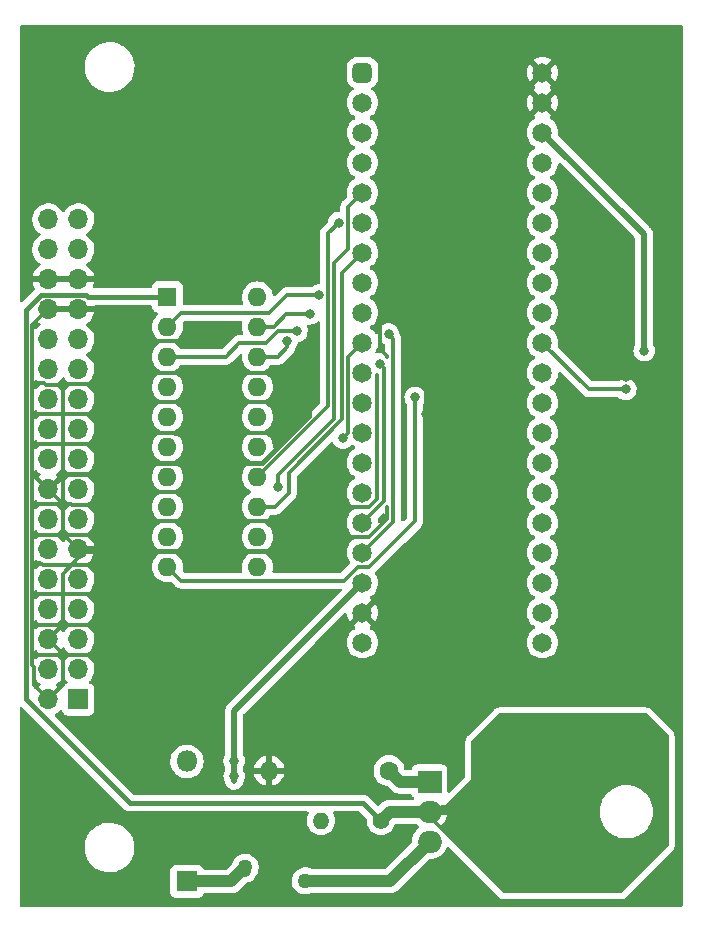
<source format=gbr>
%TF.GenerationSoftware,KiCad,Pcbnew,(6.0.2)*%
%TF.CreationDate,2022-04-07T06:34:10-06:00*%
%TF.ProjectId,MacPortable_THTV1,4d616350-6f72-4746-9162-6c655f544854,rev?*%
%TF.SameCoordinates,Original*%
%TF.FileFunction,Copper,L2,Bot*%
%TF.FilePolarity,Positive*%
%FSLAX46Y46*%
G04 Gerber Fmt 4.6, Leading zero omitted, Abs format (unit mm)*
G04 Created by KiCad (PCBNEW (6.0.2)) date 2022-04-07 06:34:10*
%MOMM*%
%LPD*%
G01*
G04 APERTURE LIST*
G04 Aperture macros list*
%AMRoundRect*
0 Rectangle with rounded corners*
0 $1 Rounding radius*
0 $2 $3 $4 $5 $6 $7 $8 $9 X,Y pos of 4 corners*
0 Add a 4 corners polygon primitive as box body*
4,1,4,$2,$3,$4,$5,$6,$7,$8,$9,$2,$3,0*
0 Add four circle primitives for the rounded corners*
1,1,$1+$1,$2,$3*
1,1,$1+$1,$4,$5*
1,1,$1+$1,$6,$7*
1,1,$1+$1,$8,$9*
0 Add four rect primitives between the rounded corners*
20,1,$1+$1,$2,$3,$4,$5,0*
20,1,$1+$1,$4,$5,$6,$7,0*
20,1,$1+$1,$6,$7,$8,$9,0*
20,1,$1+$1,$8,$9,$2,$3,0*%
G04 Aperture macros list end*
%TA.AperFunction,ComponentPad*%
%ADD10R,1.700000X1.700000*%
%TD*%
%TA.AperFunction,ComponentPad*%
%ADD11O,1.700000X1.700000*%
%TD*%
%TA.AperFunction,ComponentPad*%
%ADD12R,2.000000X1.905000*%
%TD*%
%TA.AperFunction,ComponentPad*%
%ADD13O,2.000000X1.905000*%
%TD*%
%TA.AperFunction,ComponentPad*%
%ADD14R,1.800000X1.800000*%
%TD*%
%TA.AperFunction,ComponentPad*%
%ADD15O,1.800000X1.800000*%
%TD*%
%TA.AperFunction,ComponentPad*%
%ADD16RoundRect,0.412500X-0.412500X-0.412500X0.412500X-0.412500X0.412500X0.412500X-0.412500X0.412500X0*%
%TD*%
%TA.AperFunction,ComponentPad*%
%ADD17C,1.650000*%
%TD*%
%TA.AperFunction,ComponentPad*%
%ADD18C,1.270000*%
%TD*%
%TA.AperFunction,ComponentPad*%
%ADD19C,1.600000*%
%TD*%
%TA.AperFunction,ComponentPad*%
%ADD20O,1.600000X1.600000*%
%TD*%
%TA.AperFunction,ComponentPad*%
%ADD21C,1.400000*%
%TD*%
%TA.AperFunction,ComponentPad*%
%ADD22O,1.400000X1.400000*%
%TD*%
%TA.AperFunction,ComponentPad*%
%ADD23R,1.600000X1.600000*%
%TD*%
%TA.AperFunction,ViaPad*%
%ADD24C,0.800000*%
%TD*%
%TA.AperFunction,Conductor*%
%ADD25C,1.000000*%
%TD*%
%TA.AperFunction,Conductor*%
%ADD26C,0.330000*%
%TD*%
%TA.AperFunction,Conductor*%
%ADD27C,0.400000*%
%TD*%
%TA.AperFunction,Conductor*%
%ADD28C,0.500000*%
%TD*%
G04 APERTURE END LIST*
D10*
%TO.P,J2,1*%
%TO.N,REQ*%
X112156240Y-117589300D03*
D11*
%TO.P,J2,2*%
%TO.N,GND*%
X109616240Y-117589300D03*
%TO.P,J2,3*%
%TO.N,MSG*%
X112156240Y-115049300D03*
%TO.P,J2,4*%
%TO.N,C_D*%
X109616240Y-115049300D03*
%TO.P,J2,5*%
%TO.N,IO*%
X112156240Y-112509300D03*
%TO.P,J2,6*%
%TO.N,GND*%
X109616240Y-112509300D03*
%TO.P,J2,7*%
%TO.N,ACK*%
X112156240Y-109969300D03*
%TO.P,J2,8*%
%TO.N,ATN*%
X109616240Y-109969300D03*
%TO.P,J2,9*%
%TO.N,BSY*%
X112156240Y-107429300D03*
%TO.P,J2,10*%
%TO.N,RST*%
X109616240Y-107429300D03*
%TO.P,J2,11*%
%TO.N,GND*%
X112156240Y-104889300D03*
%TO.P,J2,12*%
%TO.N,SEL*%
X109616240Y-104889300D03*
%TO.P,J2,13*%
%TO.N,DBP*%
X112156240Y-102349300D03*
%TO.P,J2,14*%
%TO.N,DB0*%
X109616240Y-102349300D03*
%TO.P,J2,15*%
%TO.N,DB1*%
X112156240Y-99809300D03*
%TO.P,J2,16*%
%TO.N,GND*%
X109616240Y-99809300D03*
%TO.P,J2,17*%
%TO.N,DB2*%
X112156240Y-97269300D03*
%TO.P,J2,18*%
%TO.N,DB3*%
X109616240Y-97269300D03*
%TO.P,J2,19*%
%TO.N,DB4*%
X112156240Y-94729300D03*
%TO.P,J2,20*%
%TO.N,DB5*%
X109616240Y-94729300D03*
%TO.P,J2,21*%
%TO.N,DB6*%
X112156240Y-92189300D03*
%TO.P,J2,22*%
%TO.N,DB7*%
X109616240Y-92189300D03*
%TO.P,J2,23*%
%TO.N,+5V*%
X112156240Y-89649300D03*
%TO.P,J2,24*%
X109616240Y-89649300D03*
%TO.P,J2,25*%
%TO.N,Net-(J2-Pad25)*%
X112156240Y-87109300D03*
%TO.P,J2,26*%
%TO.N,Net-(J2-Pad26)*%
X109616240Y-87109300D03*
%TO.P,J2,27*%
%TO.N,GND*%
X112156240Y-84569300D03*
%TO.P,J2,28*%
X109616240Y-84569300D03*
%TO.P,J2,29*%
X112156240Y-82029300D03*
%TO.P,J2,30*%
X109616240Y-82029300D03*
%TO.P,J2,31*%
%TO.N,Net-(J2-Pad31)*%
X112156240Y-79489300D03*
%TO.P,J2,32*%
%TO.N,Net-(J2-Pad32)*%
X109616240Y-79489300D03*
%TO.P,J2,33*%
%TO.N,+5V*%
X112156240Y-76949300D03*
%TO.P,J2,34*%
X109616240Y-76949300D03*
%TD*%
D12*
%TO.P,U1,1*%
%TO.N,Net-(C3-Pad1)*%
X141892020Y-124556520D03*
D13*
%TO.P,U1,2*%
%TO.N,+2V8*%
X141892020Y-127096520D03*
%TO.P,U1,3*%
%TO.N,Net-(C1-Pad1)*%
X141892020Y-129636520D03*
%TD*%
D14*
%TO.P,D1,1*%
%TO.N,Net-(BP1-Pad18)*%
X121353580Y-132999480D03*
D15*
%TO.P,D1,2*%
%TO.N,+5V*%
X121353580Y-122839480D03*
%TD*%
D16*
%TO.P,BP1,1*%
%TO.N,DB4*%
X136210040Y-64513460D03*
D17*
%TO.P,BP1,2*%
%TO.N,DB5*%
X136210040Y-67053460D03*
%TO.P,BP1,3*%
%TO.N,DB6*%
X136210040Y-69593460D03*
%TO.P,BP1,4*%
%TO.N,DB7*%
X136210040Y-72133460D03*
%TO.P,BP1,5*%
%TO.N,ATN*%
X136210040Y-74673460D03*
%TO.P,BP1,6*%
%TO.N,BSY*%
X136210040Y-77213460D03*
%TO.P,BP1,7*%
%TO.N,ACK*%
X136210040Y-79753460D03*
%TO.P,BP1,8*%
%TO.N,Net-(BP1-Pad8)*%
X136210040Y-82293460D03*
%TO.P,BP1,9*%
%TO.N,Net-(BP1-Pad9)*%
X136210040Y-84833460D03*
%TO.P,BP1,10*%
%TO.N,RST*%
X136210040Y-87373460D03*
%TO.P,BP1,11*%
%TO.N,MSG*%
X136210040Y-89913460D03*
%TO.P,BP1,12*%
%TO.N,SEL*%
X136210040Y-92453460D03*
%TO.P,BP1,13*%
%TO.N,C_D*%
X136210040Y-94993460D03*
%TO.P,BP1,14*%
%TO.N,REQ*%
X136210040Y-97533460D03*
%TO.P,BP1,15*%
%TO.N,IO*%
X136210040Y-100073460D03*
%TO.P,BP1,16*%
%TO.N,DB0*%
X136210040Y-102613460D03*
%TO.P,BP1,17*%
%TO.N,DB1*%
X136210040Y-105153460D03*
%TO.P,BP1,18*%
%TO.N,Net-(BP1-Pad18)*%
X136210040Y-107693460D03*
%TO.P,BP1,19*%
%TO.N,GND*%
X136210040Y-110233460D03*
%TO.P,BP1,20*%
%TO.N,Net-(BP1-Pad20)*%
X136210040Y-112773460D03*
%TO.P,BP1,21*%
%TO.N,Net-(BP1-Pad21)*%
X151450040Y-112773460D03*
%TO.P,BP1,22*%
%TO.N,Net-(BP1-Pad22)*%
X151450040Y-110233460D03*
%TO.P,BP1,23*%
%TO.N,Net-(BP1-Pad23)*%
X151450040Y-107693460D03*
%TO.P,BP1,24*%
%TO.N,Net-(BP1-Pad24)*%
X151450040Y-105153460D03*
%TO.P,BP1,25*%
%TO.N,Net-(BP1-Pad25)*%
X151450040Y-102613460D03*
%TO.P,BP1,26*%
%TO.N,Net-(BP1-Pad26)*%
X151450040Y-100073460D03*
%TO.P,BP1,27*%
%TO.N,Net-(BP1-Pad27)*%
X151450040Y-97533460D03*
%TO.P,BP1,28*%
%TO.N,Net-(BP1-Pad28)*%
X151450040Y-94993460D03*
%TO.P,BP1,29*%
%TO.N,SD_CD_CS*%
X151450040Y-92453460D03*
%TO.P,BP1,30*%
%TO.N,SD_CLK*%
X151450040Y-89913460D03*
%TO.P,BP1,31*%
%TO.N,SD_DAT0*%
X151450040Y-87373460D03*
%TO.P,BP1,32*%
%TO.N,SD_CMD*%
X151450040Y-84833460D03*
%TO.P,BP1,33*%
%TO.N,DBP*%
X151450040Y-82293460D03*
%TO.P,BP1,34*%
%TO.N,Net-(BP1-Pad34)*%
X151450040Y-79753460D03*
%TO.P,BP1,35*%
%TO.N,DB2*%
X151450040Y-77213460D03*
%TO.P,BP1,36*%
%TO.N,DB3*%
X151450040Y-74673460D03*
%TO.P,BP1,37*%
%TO.N,Net-(BP1-Pad37)*%
X151450040Y-72133460D03*
%TO.P,BP1,38*%
%TO.N,3.3v*%
X151450040Y-69593460D03*
%TO.P,BP1,39*%
%TO.N,GND*%
X151450040Y-67053460D03*
%TO.P,BP1,40*%
X151450040Y-64513460D03*
%TD*%
D18*
%TO.P,F1,1*%
%TO.N,Net-(C1-Pad1)*%
X131361180Y-132946140D03*
%TO.P,F1,2*%
%TO.N,Net-(BP1-Pad18)*%
X126281180Y-131803140D03*
%TD*%
D19*
%TO.P,R1,1*%
%TO.N,Net-(C3-Pad1)*%
X138460480Y-123616720D03*
D20*
%TO.P,R1,2*%
%TO.N,GND*%
X128300480Y-123616720D03*
%TD*%
D21*
%TO.P,R2,1*%
%TO.N,+2V8*%
X137772140Y-127850900D03*
D22*
%TO.P,R2,2*%
%TO.N,Net-(C3-Pad1)*%
X132692140Y-127850900D03*
%TD*%
D23*
%TO.P,U2,1*%
%TO.N,+2V8*%
X119697500Y-83497420D03*
D20*
%TO.P,U2,2*%
%TO.N,DB7*%
X119697500Y-86037420D03*
%TO.P,U2,3*%
%TO.N,DB5*%
X119697500Y-88577420D03*
%TO.P,U2,4*%
%TO.N,DB3*%
X119697500Y-91117420D03*
%TO.P,U2,5*%
%TO.N,DB1*%
X119697500Y-93657420D03*
%TO.P,U2,6*%
%TO.N,DBP*%
X119697500Y-96197420D03*
%TO.P,U2,7*%
%TO.N,RST*%
X119697500Y-98737420D03*
%TO.P,U2,8*%
%TO.N,ATN*%
X119697500Y-101277420D03*
%TO.P,U2,9*%
%TO.N,C_D*%
X119697500Y-103817420D03*
%TO.P,U2,10*%
%TO.N,MSG*%
X119697500Y-106357420D03*
%TO.P,U2,11*%
%TO.N,REQ*%
X127317500Y-106357420D03*
%TO.P,U2,12*%
%TO.N,IO*%
X127317500Y-103817420D03*
%TO.P,U2,13*%
%TO.N,ACK*%
X127317500Y-101277420D03*
%TO.P,U2,14*%
%TO.N,BSY*%
X127317500Y-98737420D03*
%TO.P,U2,15*%
%TO.N,SEL*%
X127317500Y-96197420D03*
%TO.P,U2,16*%
%TO.N,DB0*%
X127317500Y-93657420D03*
%TO.P,U2,17*%
%TO.N,DB2*%
X127317500Y-91117420D03*
%TO.P,U2,18*%
%TO.N,DB4*%
X127317500Y-88577420D03*
%TO.P,U2,19*%
%TO.N,DB6*%
X127317500Y-86037420D03*
%TO.P,U2,20*%
%TO.N,+2V8*%
X127317500Y-83497420D03*
%TD*%
D24*
%TO.N,GND*%
X110771940Y-69314060D03*
X128310640Y-134518400D03*
X141584680Y-93426280D03*
X123484640Y-119814340D03*
X141485620Y-90952320D03*
X115848130Y-113917730D03*
X108856780Y-125415040D03*
X143857980Y-66027300D03*
X133626860Y-106052620D03*
X159354520Y-73941940D03*
X130940399Y-104982421D03*
X158412180Y-79669640D03*
X119842280Y-109923580D03*
X156735780Y-86423500D03*
X108689140Y-132770880D03*
X131132580Y-98813620D03*
X118709440Y-120403620D03*
X130385820Y-92712540D03*
X131668520Y-88747600D03*
X131789170Y-102683310D03*
X122100340Y-127866140D03*
X121683780Y-69314060D03*
X149542500Y-77891640D03*
X119214900Y-127830580D03*
X156222700Y-115084860D03*
X134360920Y-67518280D03*
X135232140Y-128633220D03*
X129275840Y-112227360D03*
X129067560Y-93819980D03*
X155884460Y-79535440D03*
X129430780Y-117012720D03*
X157601920Y-111635540D03*
X122349260Y-86052660D03*
X127205740Y-114147600D03*
X143758920Y-70411340D03*
X133906260Y-75852020D03*
X155648660Y-70518020D03*
X153799540Y-85250020D03*
X119349520Y-124810520D03*
X158489880Y-90247240D03*
X131668520Y-91391740D03*
X131893310Y-114550190D03*
X133568440Y-100904040D03*
X123248420Y-124741940D03*
X134360920Y-72704960D03*
X134378700Y-70078600D03*
X129524760Y-90952320D03*
X124274580Y-87241380D03*
X123441460Y-106324400D03*
X137962640Y-82377280D03*
X144325340Y-134282180D03*
%TO.N,+2V8*%
X159974280Y-130451860D03*
X160154620Y-123520200D03*
X156631640Y-123540520D03*
X156563060Y-130655060D03*
%TO.N,Net-(BP1-Pad18)*%
X125346460Y-122760740D03*
X125346460Y-124083540D03*
%TO.N,DB4*%
X129842260Y-87215980D03*
%TO.N,DB5*%
X130693160Y-86418420D03*
%TO.N,DB6*%
X131767580Y-84935060D03*
%TO.N,DB7*%
X132506720Y-83352640D03*
%TO.N,ATN*%
X129052320Y-99636580D03*
%TO.N,BSY*%
X134190740Y-77213460D03*
%TO.N,RST*%
X134560310Y-95464630D03*
%TO.N,MSG*%
X140670280Y-92003880D03*
%TO.N,DB0*%
X137713720Y-89166700D03*
%TO.N,DB1*%
X138423650Y-86645750D03*
%TO.N,SD_DAT0*%
X158516320Y-91335860D03*
%TO.N,3.3v*%
X160068260Y-88064340D03*
%TD*%
D25*
%TO.N,Net-(C1-Pad1)*%
X131361180Y-132946140D02*
X138582400Y-132946140D01*
X138582400Y-132946140D02*
X141892020Y-129636520D01*
D26*
%TO.N,GND*%
X141485620Y-90952320D02*
X141432280Y-90898980D01*
D27*
X133568440Y-100904040D02*
X133898640Y-100573840D01*
X131789170Y-102683310D02*
X133568440Y-100904040D01*
X131668520Y-88747600D02*
X131668520Y-86560660D01*
X131668520Y-91391740D02*
X131668520Y-88747600D01*
D26*
X128605280Y-91871800D02*
X128605280Y-92250260D01*
D27*
X131668520Y-93587356D02*
X131668520Y-91391740D01*
D26*
X108271170Y-103655990D02*
X113391810Y-103655990D01*
X110801539Y-90974299D02*
X110831241Y-91004001D01*
X112156240Y-105631098D02*
X110831241Y-106956097D01*
X128605280Y-92250260D02*
X128493520Y-92362020D01*
X121255641Y-90158421D02*
X121049639Y-89952419D01*
X121246900Y-87155020D02*
X121199499Y-87202421D01*
X110831241Y-106956097D02*
X110831241Y-111294299D01*
X108271170Y-113902630D02*
X108271170Y-114694830D01*
X130385820Y-93306900D02*
X128660301Y-95032419D01*
D27*
X110906239Y-98519301D02*
X116872699Y-98519301D01*
D26*
X121255641Y-92388839D02*
X121255641Y-90158421D01*
X108934228Y-106005490D02*
X109143037Y-106214299D01*
X108271170Y-95990550D02*
X113257470Y-95990550D01*
X110831241Y-98594299D02*
X110831241Y-100958541D01*
X112156240Y-104889300D02*
X112156240Y-105631098D01*
X121255641Y-100056801D02*
X121255641Y-102134819D01*
X108271170Y-106005490D02*
X108271170Y-108573710D01*
X121255641Y-95078699D02*
X121255641Y-92388839D01*
X108271170Y-90824190D02*
X108271170Y-93422330D01*
X137962640Y-82377280D02*
X137962640Y-85514180D01*
X109616240Y-84569300D02*
X108271170Y-85914370D01*
X110928010Y-101055310D02*
X111542970Y-101055310D01*
X131668520Y-88747600D02*
X130967480Y-88747600D01*
X122349260Y-86052660D02*
X121246900Y-87155020D01*
X108271170Y-108573710D02*
X108271170Y-111242970D01*
X121255641Y-97537419D02*
X121255641Y-100056801D01*
X138293639Y-102291063D02*
X138293639Y-101279408D01*
X121255641Y-100056801D02*
X118649601Y-100056801D01*
X121049639Y-89952419D02*
X118444421Y-89952419D01*
X108271170Y-101055310D02*
X108271170Y-103655990D01*
X133626860Y-106052620D02*
X133626860Y-105135680D01*
X108271170Y-98464230D02*
X108271170Y-101055310D01*
X108356400Y-113817400D02*
X113571020Y-113817400D01*
X120302981Y-95078699D02*
X120256701Y-95032419D01*
X136781241Y-103803461D02*
X138293639Y-102291063D01*
D27*
X116872699Y-98519301D02*
X117854581Y-97537419D01*
D26*
X108341761Y-108644301D02*
X113330601Y-108644301D01*
D27*
X112284361Y-105017421D02*
X129455059Y-105017421D01*
D26*
X109616240Y-99809300D02*
X110831241Y-98594299D01*
X108271170Y-108573710D02*
X108341761Y-108644301D01*
X130385820Y-92712540D02*
X130385820Y-93306900D01*
D27*
X121255641Y-97537419D02*
X127718457Y-97537419D01*
D26*
X109616240Y-99809300D02*
X110831241Y-101024301D01*
X131789170Y-102683310D02*
X128675130Y-102683310D01*
X120302981Y-95078699D02*
X120243142Y-95018860D01*
X108271170Y-114694830D02*
X108401239Y-114824899D01*
X110831241Y-116374299D02*
X109616240Y-117589300D01*
X134959079Y-103803461D02*
X136781241Y-103803461D01*
X128675130Y-102683310D02*
X128498600Y-102506780D01*
X138293639Y-88517259D02*
X138293639Y-88614417D01*
X137658649Y-87882269D02*
X138293639Y-88517259D01*
X120883680Y-102506780D02*
X118706900Y-102506780D01*
X128498600Y-102506780D02*
X125882400Y-102506780D01*
X121255641Y-95078699D02*
X120302981Y-95078699D01*
X133927861Y-101263461D02*
X136781241Y-101263461D01*
X128660301Y-95032419D02*
X125880719Y-95032419D01*
D27*
X117854581Y-97537419D02*
X121255641Y-97537419D01*
X112156240Y-104889300D02*
X112284361Y-105017421D01*
D26*
X108271170Y-111242970D02*
X113585130Y-111242970D01*
X121255641Y-97537419D02*
X121255641Y-95078699D01*
X137424160Y-100620542D02*
X137424160Y-90136980D01*
X110956582Y-90878660D02*
X112961420Y-90878660D01*
X136781241Y-101263461D02*
X137424160Y-100620542D01*
X129524760Y-90952320D02*
X128605280Y-91871800D01*
X108271170Y-98464230D02*
X109616240Y-99809300D01*
X141584680Y-91051380D02*
X141485620Y-90952320D01*
X133626860Y-105135680D02*
X134959079Y-103803461D01*
X111621959Y-101134299D02*
X113476159Y-101134299D01*
X141584680Y-93426280D02*
X141584680Y-91051380D01*
X109414699Y-90974299D02*
X110801539Y-90974299D01*
X108271170Y-101055310D02*
X110928010Y-101055310D01*
X108271170Y-111242970D02*
X108271170Y-113902630D01*
X121199499Y-87202421D02*
X118418199Y-87202421D01*
X121255641Y-102134819D02*
X120883680Y-102506780D01*
X133568440Y-100904040D02*
X133927861Y-101263461D01*
X108271170Y-103655990D02*
X108271170Y-106005490D01*
X108271170Y-106005490D02*
X108934228Y-106005490D01*
X108271170Y-93422330D02*
X108271170Y-95990550D01*
X110831241Y-91004001D02*
X110956582Y-90878660D01*
X108271170Y-85914370D02*
X108271170Y-90824190D01*
X128493520Y-92362020D02*
X125950980Y-92362020D01*
X108401239Y-116374299D02*
X109616240Y-117589300D01*
X120256701Y-95032419D02*
X118855079Y-95032419D01*
X110831241Y-98594299D02*
X110831241Y-91004001D01*
X129762661Y-89952419D02*
X125916279Y-89952419D01*
X110831241Y-103564301D02*
X112156240Y-104889300D01*
X130967480Y-88747600D02*
X129762661Y-89952419D01*
X110831241Y-101024301D02*
X110831241Y-103564301D01*
X111542970Y-101055310D02*
X111621959Y-101134299D01*
X108271170Y-113902630D02*
X108356400Y-113817400D01*
X110831241Y-111294299D02*
X109616240Y-112509300D01*
X109264590Y-90824190D02*
X109414699Y-90974299D01*
X108271170Y-93422330D02*
X113132730Y-93422330D01*
D27*
X129455059Y-105017421D02*
X131789170Y-102683310D01*
D26*
X109143037Y-106214299D02*
X113765719Y-106214299D01*
X110831241Y-113724301D02*
X110831241Y-116374299D01*
X137962640Y-85514180D02*
X137658649Y-85818171D01*
X110831241Y-100958541D02*
X110928010Y-101055310D01*
D27*
X127718457Y-97537419D02*
X131668520Y-93587356D01*
D26*
X109616240Y-112509300D02*
X110831241Y-113724301D01*
X108271170Y-90824190D02*
X109264590Y-90824190D01*
D27*
X109616240Y-99809300D02*
X110906239Y-98519301D01*
D26*
X121255641Y-92388839D02*
X118667679Y-92388839D01*
X108271170Y-95990550D02*
X108271170Y-98464230D01*
X108401239Y-114824899D02*
X108401239Y-116374299D01*
X137658649Y-85818171D02*
X137658649Y-87882269D01*
D27*
%TO.N,+2V8*%
X112974120Y-83497420D02*
X112795999Y-83319299D01*
D25*
X141892020Y-127096520D02*
X138526520Y-127096520D01*
D27*
X119697500Y-83497420D02*
X112974120Y-83497420D01*
X116529238Y-126352300D02*
X136273540Y-126352300D01*
D26*
X145600420Y-124404120D02*
X143286480Y-126718060D01*
X160192720Y-118938040D02*
X147835620Y-118938040D01*
X141892020Y-127505460D02*
X148211540Y-133824980D01*
D25*
X138526520Y-127096520D02*
X137772140Y-127850900D01*
D27*
X107706160Y-117529222D02*
X116529238Y-126352300D01*
D26*
X161961690Y-129951322D02*
X161961690Y-120707010D01*
D27*
X109016239Y-83319299D02*
X107706160Y-84629378D01*
D26*
X161961690Y-120707010D02*
X160192720Y-118938040D01*
X147835620Y-118938040D02*
X145600420Y-121173240D01*
D27*
X112795999Y-83319299D02*
X109016239Y-83319299D01*
D26*
X145600420Y-121173240D02*
X145600420Y-124404120D01*
X143286480Y-126718060D02*
X142935960Y-126718060D01*
X158088032Y-133824980D02*
X161961690Y-129951322D01*
X148211540Y-133824980D02*
X158088032Y-133824980D01*
X141892020Y-127096520D02*
X141892020Y-127505460D01*
D27*
X136273540Y-126352300D02*
X137772140Y-127850900D01*
X107706160Y-84629378D02*
X107706160Y-117529222D01*
D25*
%TO.N,Net-(BP1-Pad18)*%
X121353580Y-132999480D02*
X125084840Y-132999480D01*
D28*
X125346460Y-122123540D02*
X125346460Y-124473540D01*
D25*
X126281180Y-132072380D02*
X126281180Y-131803140D01*
D28*
X125346460Y-122123540D02*
X125346460Y-122760740D01*
X125346460Y-118557040D02*
X125346460Y-122123540D01*
D25*
X125084840Y-132999480D02*
X126281180Y-131803140D01*
D28*
X136210040Y-107693460D02*
X125346460Y-118557040D01*
D25*
%TO.N,Net-(C3-Pad1)*%
X141892020Y-124556520D02*
X139400280Y-124556520D01*
X139400280Y-124556520D02*
X138460480Y-123616720D01*
D26*
%TO.N,DB4*%
X127317500Y-88577420D02*
X129046505Y-88577420D01*
X129046505Y-88577420D02*
X129842260Y-87781665D01*
X129842260Y-87781665D02*
X129842260Y-87215980D01*
%TO.N,DB5*%
X130693160Y-86418420D02*
X130693160Y-86418420D01*
X125797721Y-87412419D02*
X128068394Y-87412419D01*
X129062393Y-86418420D02*
X130693160Y-86418420D01*
X124632720Y-88577420D02*
X125797721Y-87412419D01*
X128068394Y-87412419D02*
X129062393Y-86418420D01*
X119697500Y-88577420D02*
X124632720Y-88577420D01*
%TO.N,DB6*%
X131721860Y-84968080D02*
X131721860Y-84968080D01*
X129763186Y-84968080D02*
X131721860Y-84968080D01*
X128693846Y-86037420D02*
X129763186Y-84968080D01*
X128448870Y-86037420D02*
X128693846Y-86037420D01*
X127317500Y-86037420D02*
X128448870Y-86037420D01*
%TO.N,DB7*%
X132506720Y-83352640D02*
X132506720Y-83352640D01*
X129839720Y-83352640D02*
X132506720Y-83352640D01*
X128319941Y-84872419D02*
X129839720Y-83352640D01*
X120862501Y-84872419D02*
X128319941Y-84872419D01*
X119697500Y-86037420D02*
X120862501Y-84872419D01*
%TO.N,ATN*%
X129052320Y-99636580D02*
X129052320Y-99636580D01*
X135020039Y-75863461D02*
X135020039Y-79419461D01*
X133801731Y-80637769D02*
X133801731Y-93809963D01*
X133801731Y-93809963D02*
X129052320Y-98559374D01*
X135020039Y-79419461D02*
X133801731Y-80637769D01*
X129052320Y-98559374D02*
X129052320Y-99636580D01*
X136210040Y-74673460D02*
X135020039Y-75863461D01*
%TO.N,BSY*%
X133271721Y-92783199D02*
X127317500Y-98737420D01*
X134190740Y-77213460D02*
X133271721Y-78132479D01*
X133271721Y-78132479D02*
X133271721Y-92783199D01*
%TO.N,ACK*%
X134490029Y-93871211D02*
X134490029Y-81473471D01*
X128816100Y-101277420D02*
X129961640Y-100131880D01*
X129961640Y-98399600D02*
X134490029Y-93871211D01*
X129961640Y-100131880D02*
X129961640Y-98399600D01*
X127317500Y-101277420D02*
X128816100Y-101277420D01*
X134490029Y-81473471D02*
X136210040Y-79753460D01*
X127317500Y-101043740D02*
X127317500Y-101277420D01*
%TO.N,RST*%
X134560310Y-95464630D02*
X134515860Y-95509080D01*
X135020039Y-95004901D02*
X134560310Y-95464630D01*
X135020039Y-93024661D02*
X135020039Y-95004901D01*
X135020039Y-93024661D02*
X135020039Y-88563461D01*
X135020039Y-88563461D02*
X136210040Y-87373460D01*
%TO.N,MSG*%
X140670280Y-92003880D02*
X140670280Y-92003880D01*
X119697500Y-106357420D02*
X120862501Y-107522421D01*
X120862501Y-107522421D02*
X134619877Y-107522421D01*
X136245846Y-89913460D02*
X136210040Y-89913460D01*
X139331700Y-103793002D02*
X140670280Y-102454422D01*
X135798837Y-106343461D02*
X136781241Y-106343461D01*
X136781241Y-106343461D02*
X139331700Y-103793002D01*
X134619877Y-107522421D02*
X135798837Y-106343461D01*
X140670280Y-102454422D02*
X140670280Y-92003880D01*
%TO.N,REQ*%
X127317500Y-106720640D02*
X127317500Y-106357420D01*
%TO.N,DB0*%
X136210040Y-102613460D02*
X138043920Y-100779580D01*
X138043920Y-100779580D02*
X138043920Y-89496900D01*
X138043920Y-89496900D02*
X137713720Y-89166700D01*
%TO.N,DB1*%
X136210040Y-105153460D02*
X137718800Y-103644700D01*
X119928182Y-93426738D02*
X119697500Y-93657420D01*
X138423650Y-86645750D02*
X138823649Y-87045749D01*
X138823649Y-87045749D02*
X138823649Y-102539851D01*
X137718800Y-103644700D02*
X138528210Y-102835290D01*
X138823649Y-102539851D02*
X137718800Y-103644700D01*
%TO.N,SD_DAT0*%
X158516320Y-91335860D02*
X158516320Y-91335860D01*
X151450040Y-87373460D02*
X155412440Y-91335860D01*
X155412440Y-91335860D02*
X158516320Y-91335860D01*
D28*
%TO.N,3.3v*%
X160068260Y-88064340D02*
X160068260Y-88064340D01*
X151450040Y-69593460D02*
X160068260Y-78211680D01*
X160068260Y-78211680D02*
X160068260Y-88064340D01*
%TD*%
%TA.AperFunction,Conductor*%
%TO.N,GND*%
G36*
X163264121Y-60525342D02*
G01*
X163310614Y-60578998D01*
X163322000Y-60631340D01*
X163322000Y-135022320D01*
X163301998Y-135090441D01*
X163248342Y-135136934D01*
X163196000Y-135148320D01*
X107314000Y-135148320D01*
X107245879Y-135128318D01*
X107199386Y-135074662D01*
X107188000Y-135022320D01*
X107188000Y-133947614D01*
X119945080Y-133947614D01*
X119951835Y-134009796D01*
X120002965Y-134146185D01*
X120090319Y-134262741D01*
X120206875Y-134350095D01*
X120343264Y-134401225D01*
X120405446Y-134407980D01*
X122301714Y-134407980D01*
X122363896Y-134401225D01*
X122500285Y-134350095D01*
X122616841Y-134262741D01*
X122704195Y-134146185D01*
X122708174Y-134135572D01*
X122725352Y-134089750D01*
X122767994Y-134032985D01*
X122834556Y-134008286D01*
X122843334Y-134007980D01*
X125022997Y-134007980D01*
X125036604Y-134008717D01*
X125068102Y-134012139D01*
X125068107Y-134012139D01*
X125074228Y-134012804D01*
X125100478Y-134010507D01*
X125124228Y-134008430D01*
X125129054Y-134008101D01*
X125131526Y-134007980D01*
X125134609Y-134007980D01*
X125146578Y-134006806D01*
X125177346Y-134003790D01*
X125178659Y-134003668D01*
X125222924Y-133999795D01*
X125271253Y-133995567D01*
X125276372Y-133994080D01*
X125281673Y-133993560D01*
X125370674Y-133966689D01*
X125371807Y-133966354D01*
X125455254Y-133942110D01*
X125455258Y-133942108D01*
X125461176Y-133940389D01*
X125465908Y-133937936D01*
X125471009Y-133936396D01*
X125514282Y-133913388D01*
X125553100Y-133892749D01*
X125554266Y-133892137D01*
X125631293Y-133852209D01*
X125636766Y-133849372D01*
X125640929Y-133846049D01*
X125645636Y-133843546D01*
X125717758Y-133784725D01*
X125718614Y-133784034D01*
X125757813Y-133752742D01*
X125760317Y-133750238D01*
X125761035Y-133749596D01*
X125765368Y-133745895D01*
X125798902Y-133718545D01*
X125812919Y-133701602D01*
X125828127Y-133683218D01*
X125836117Y-133674438D01*
X126409415Y-133101140D01*
X126471243Y-133068406D01*
X126471068Y-133067810D01*
X126476972Y-133066072D01*
X126476974Y-133066072D01*
X126554459Y-133043267D01*
X126660799Y-133011970D01*
X126666257Y-133009117D01*
X126666261Y-133009115D01*
X126757033Y-132961660D01*
X126836070Y-132920340D01*
X126990205Y-132796412D01*
X127117334Y-132644906D01*
X127120302Y-132639508D01*
X127120305Y-132639503D01*
X127206741Y-132482275D01*
X127220280Y-132462409D01*
X127223910Y-132458044D01*
X127227606Y-132453600D01*
X127230428Y-132448560D01*
X127230432Y-132448555D01*
X127327471Y-132275279D01*
X127327472Y-132275277D01*
X127330295Y-132270236D01*
X127332151Y-132264769D01*
X127332153Y-132264764D01*
X127395993Y-132076697D01*
X127395994Y-132076692D01*
X127397849Y-132071228D01*
X127428005Y-131863243D01*
X127429579Y-131803140D01*
X127410349Y-131593861D01*
X127397654Y-131548846D01*
X127368698Y-131446178D01*
X127353303Y-131391591D01*
X127260351Y-131203103D01*
X127202638Y-131125815D01*
X127138060Y-131039335D01*
X127138059Y-131039334D01*
X127134607Y-131034711D01*
X127106608Y-131008829D01*
X126984521Y-130895973D01*
X126984518Y-130895971D01*
X126980281Y-130892054D01*
X126802542Y-130779909D01*
X126607343Y-130702032D01*
X126601686Y-130700907D01*
X126601680Y-130700905D01*
X126406887Y-130662159D01*
X126406885Y-130662159D01*
X126401220Y-130661032D01*
X126395445Y-130660956D01*
X126395441Y-130660956D01*
X126290181Y-130659578D01*
X126191078Y-130658281D01*
X126185381Y-130659260D01*
X126185380Y-130659260D01*
X125989649Y-130692893D01*
X125983952Y-130693872D01*
X125786781Y-130766612D01*
X125781820Y-130769564D01*
X125781819Y-130769564D01*
X125674471Y-130833430D01*
X125606168Y-130874066D01*
X125448161Y-131012634D01*
X125444590Y-131017164D01*
X125358937Y-131125815D01*
X125318052Y-131177677D01*
X125315361Y-131182793D01*
X125315359Y-131182795D01*
X125231453Y-131342274D01*
X125220198Y-131363667D01*
X125209800Y-131397155D01*
X125196002Y-131441591D01*
X125164764Y-131493322D01*
X124704011Y-131954075D01*
X124641699Y-131988101D01*
X124614916Y-131990980D01*
X122843334Y-131990980D01*
X122775213Y-131970978D01*
X122728720Y-131917322D01*
X122725352Y-131909210D01*
X122707347Y-131861183D01*
X122704195Y-131852775D01*
X122616841Y-131736219D01*
X122500285Y-131648865D01*
X122363896Y-131597735D01*
X122301714Y-131590980D01*
X120405446Y-131590980D01*
X120343264Y-131597735D01*
X120206875Y-131648865D01*
X120090319Y-131736219D01*
X120002965Y-131852775D01*
X119951835Y-131989164D01*
X119945080Y-132051346D01*
X119945080Y-133947614D01*
X107188000Y-133947614D01*
X107188000Y-130254363D01*
X112678423Y-130254363D01*
X112678982Y-130258607D01*
X112678982Y-130258611D01*
X112683087Y-130289789D01*
X112715948Y-130539394D01*
X112791809Y-130816696D01*
X112793493Y-130820644D01*
X112883131Y-131030795D01*
X112904603Y-131081136D01*
X112914282Y-131097308D01*
X113038345Y-131304602D01*
X113052241Y-131327821D01*
X113231993Y-131552188D01*
X113279091Y-131596882D01*
X113433488Y-131743399D01*
X113440531Y-131750083D01*
X113673997Y-131917846D01*
X113677792Y-131919855D01*
X113677793Y-131919856D01*
X113699549Y-131931375D01*
X113928072Y-132052372D01*
X114198053Y-132151171D01*
X114478944Y-132212415D01*
X114507521Y-132214664D01*
X114701962Y-132229967D01*
X114701971Y-132229967D01*
X114704419Y-132230160D01*
X114859951Y-132230160D01*
X114862087Y-132230014D01*
X114862098Y-132230014D01*
X115070228Y-132215825D01*
X115070234Y-132215824D01*
X115074505Y-132215533D01*
X115078700Y-132214664D01*
X115078702Y-132214664D01*
X115341873Y-132160164D01*
X115356022Y-132157234D01*
X115627023Y-132061267D01*
X115882492Y-131929410D01*
X115885993Y-131926949D01*
X115885997Y-131926947D01*
X116064801Y-131801281D01*
X116117703Y-131764101D01*
X116196083Y-131691266D01*
X116325159Y-131571321D01*
X116325161Y-131571318D01*
X116328302Y-131568400D01*
X116510393Y-131345928D01*
X116660607Y-131100802D01*
X116669045Y-131081581D01*
X116774437Y-130841490D01*
X116776163Y-130837558D01*
X116780192Y-130823416D01*
X116826448Y-130661032D01*
X116854924Y-130561066D01*
X116890832Y-130308757D01*
X116894826Y-130280696D01*
X116894826Y-130280694D01*
X116895431Y-130276444D01*
X116895508Y-130261932D01*
X116896915Y-129993243D01*
X116896915Y-129993236D01*
X116896937Y-129988957D01*
X116895904Y-129981105D01*
X116870252Y-129786266D01*
X116859412Y-129703926D01*
X116783551Y-129426624D01*
X116746475Y-129339700D01*
X116672443Y-129166136D01*
X116672441Y-129166132D01*
X116670757Y-129162184D01*
X116594980Y-129035570D01*
X116525323Y-128919181D01*
X116525320Y-128919177D01*
X116523119Y-128915499D01*
X116343367Y-128691132D01*
X116134829Y-128493237D01*
X115901363Y-128325474D01*
X115879523Y-128313910D01*
X115856334Y-128301632D01*
X115647288Y-128190948D01*
X115377307Y-128092149D01*
X115096416Y-128030905D01*
X115065365Y-128028461D01*
X114873398Y-128013353D01*
X114873389Y-128013353D01*
X114870941Y-128013160D01*
X114715409Y-128013160D01*
X114713273Y-128013306D01*
X114713262Y-128013306D01*
X114505132Y-128027495D01*
X114505126Y-128027496D01*
X114500855Y-128027787D01*
X114496660Y-128028656D01*
X114496658Y-128028656D01*
X114364257Y-128056075D01*
X114219338Y-128086086D01*
X113948337Y-128182053D01*
X113692868Y-128313910D01*
X113689367Y-128316371D01*
X113689363Y-128316373D01*
X113679274Y-128323464D01*
X113457657Y-128479219D01*
X113442572Y-128493237D01*
X113290479Y-128634571D01*
X113247058Y-128674920D01*
X113064967Y-128897392D01*
X112914753Y-129142518D01*
X112913027Y-129146451D01*
X112913026Y-129146452D01*
X112864429Y-129257160D01*
X112799197Y-129405762D01*
X112720436Y-129682254D01*
X112705633Y-129786266D01*
X112684472Y-129934958D01*
X112679929Y-129966876D01*
X112679907Y-129971165D01*
X112679906Y-129971172D01*
X112678445Y-130250077D01*
X112678423Y-130254363D01*
X107188000Y-130254363D01*
X107188000Y-118317222D01*
X107208002Y-118249101D01*
X107261658Y-118202608D01*
X107331932Y-118192504D01*
X107396512Y-118221998D01*
X107403095Y-118228127D01*
X116007788Y-126832820D01*
X116013642Y-126839085D01*
X116051677Y-126882685D01*
X116057895Y-126887055D01*
X116103935Y-126919412D01*
X116109231Y-126923345D01*
X116159520Y-126962777D01*
X116166442Y-126965902D01*
X116168690Y-126967264D01*
X116183423Y-126975668D01*
X116185762Y-126976922D01*
X116191977Y-126981290D01*
X116199053Y-126984049D01*
X116199057Y-126984051D01*
X116251512Y-127004502D01*
X116257590Y-127007057D01*
X116315812Y-127033345D01*
X116323283Y-127034729D01*
X116325837Y-127035530D01*
X116342116Y-127040167D01*
X116344671Y-127040823D01*
X116351747Y-127043582D01*
X116380200Y-127047328D01*
X116415089Y-127051921D01*
X116421605Y-127052953D01*
X116463944Y-127060800D01*
X116484425Y-127064596D01*
X116492005Y-127064159D01*
X116492006Y-127064159D01*
X116546636Y-127061009D01*
X116553889Y-127060800D01*
X131529834Y-127060800D01*
X131597955Y-127080802D01*
X131644448Y-127134458D01*
X131654552Y-127204732D01*
X131640941Y-127244057D01*
X131641551Y-127244342D01*
X131574640Y-127387834D01*
X131552184Y-127435990D01*
X131550762Y-127441298D01*
X131550761Y-127441300D01*
X131504166Y-127615194D01*
X131497454Y-127640245D01*
X131479024Y-127850900D01*
X131497454Y-128061555D01*
X131498878Y-128066868D01*
X131498878Y-128066870D01*
X131544928Y-128238729D01*
X131552184Y-128265810D01*
X131554506Y-128270791D01*
X131554507Y-128270792D01*
X131579069Y-128323464D01*
X131641551Y-128457458D01*
X131762839Y-128630676D01*
X131912364Y-128780201D01*
X132085582Y-128901489D01*
X132090560Y-128903810D01*
X132090563Y-128903812D01*
X132272248Y-128988533D01*
X132277230Y-128990856D01*
X132282538Y-128992278D01*
X132282540Y-128992279D01*
X132476170Y-129044162D01*
X132476172Y-129044162D01*
X132481485Y-129045586D01*
X132692140Y-129064016D01*
X132902795Y-129045586D01*
X132908108Y-129044162D01*
X132908110Y-129044162D01*
X133101740Y-128992279D01*
X133101742Y-128992278D01*
X133107050Y-128990856D01*
X133112032Y-128988533D01*
X133293717Y-128903812D01*
X133293720Y-128903810D01*
X133298698Y-128901489D01*
X133471916Y-128780201D01*
X133621441Y-128630676D01*
X133742729Y-128457458D01*
X133805212Y-128323464D01*
X133829773Y-128270792D01*
X133829774Y-128270791D01*
X133832096Y-128265810D01*
X133839353Y-128238729D01*
X133885402Y-128066870D01*
X133885402Y-128066868D01*
X133886826Y-128061555D01*
X133905256Y-127850900D01*
X133886826Y-127640245D01*
X133880114Y-127615194D01*
X133833519Y-127441300D01*
X133833518Y-127441298D01*
X133832096Y-127435990D01*
X133809641Y-127387834D01*
X133742729Y-127244342D01*
X133743873Y-127243808D01*
X133728589Y-127180805D01*
X133751809Y-127113713D01*
X133807616Y-127069826D01*
X133854446Y-127060800D01*
X135927880Y-127060800D01*
X135996001Y-127080802D01*
X136016975Y-127097705D01*
X136534464Y-127615194D01*
X136568490Y-127677506D01*
X136570890Y-127715271D01*
X136559024Y-127850900D01*
X136577454Y-128061555D01*
X136578878Y-128066868D01*
X136578878Y-128066870D01*
X136624928Y-128238729D01*
X136632184Y-128265810D01*
X136634506Y-128270791D01*
X136634507Y-128270792D01*
X136659069Y-128323464D01*
X136721551Y-128457458D01*
X136842839Y-128630676D01*
X136992364Y-128780201D01*
X137165582Y-128901489D01*
X137170560Y-128903810D01*
X137170563Y-128903812D01*
X137352248Y-128988533D01*
X137357230Y-128990856D01*
X137362538Y-128992278D01*
X137362540Y-128992279D01*
X137556170Y-129044162D01*
X137556172Y-129044162D01*
X137561485Y-129045586D01*
X137772140Y-129064016D01*
X137982795Y-129045586D01*
X137988108Y-129044162D01*
X137988110Y-129044162D01*
X138181740Y-128992279D01*
X138181742Y-128992278D01*
X138187050Y-128990856D01*
X138192032Y-128988533D01*
X138373717Y-128903812D01*
X138373720Y-128903810D01*
X138378698Y-128901489D01*
X138551916Y-128780201D01*
X138701441Y-128630676D01*
X138822729Y-128457458D01*
X138912096Y-128265810D01*
X138919353Y-128238729D01*
X138930156Y-128198409D01*
X138967107Y-128137786D01*
X139030968Y-128106765D01*
X139051863Y-128105020D01*
X140734533Y-128105020D01*
X140802654Y-128125022D01*
X140821584Y-128139926D01*
X140921932Y-128235821D01*
X140958923Y-128261055D01*
X141003924Y-128315964D01*
X141012095Y-128386488D01*
X140980841Y-128450236D01*
X140956360Y-128470931D01*
X140954385Y-128472209D01*
X140950043Y-128475018D01*
X140772350Y-128636706D01*
X140729367Y-128691132D01*
X140626653Y-128821190D01*
X140626650Y-128821195D01*
X140623452Y-128825244D01*
X140620959Y-128829760D01*
X140620957Y-128829763D01*
X140509843Y-129031046D01*
X140507346Y-129035570D01*
X140505622Y-129040439D01*
X140505620Y-129040443D01*
X140454162Y-129185755D01*
X140427150Y-129262035D01*
X140426243Y-129267128D01*
X140426242Y-129267131D01*
X140402249Y-129401830D01*
X140385019Y-129498557D01*
X140382991Y-129664623D01*
X140382941Y-129668705D01*
X140362108Y-129736576D01*
X140346045Y-129756261D01*
X138201571Y-131900735D01*
X138139259Y-131934761D01*
X138112476Y-131937640D01*
X131940538Y-131937640D01*
X131884607Y-131924212D01*
X131882542Y-131922909D01*
X131868539Y-131917322D01*
X131817621Y-131897008D01*
X131687343Y-131845032D01*
X131681686Y-131843907D01*
X131681680Y-131843905D01*
X131486887Y-131805159D01*
X131486885Y-131805159D01*
X131481220Y-131804032D01*
X131475445Y-131803956D01*
X131475441Y-131803956D01*
X131370181Y-131802578D01*
X131271078Y-131801281D01*
X131265381Y-131802260D01*
X131265380Y-131802260D01*
X131238703Y-131806844D01*
X131063952Y-131836872D01*
X130866781Y-131909612D01*
X130861820Y-131912564D01*
X130861819Y-131912564D01*
X130734854Y-131988101D01*
X130686168Y-132017066D01*
X130528161Y-132155634D01*
X130398052Y-132320677D01*
X130300198Y-132506667D01*
X130237876Y-132707374D01*
X130213175Y-132916078D01*
X130226920Y-133125789D01*
X130278651Y-133329483D01*
X130281070Y-133334730D01*
X130364218Y-133515093D01*
X130364221Y-133515098D01*
X130366637Y-133520339D01*
X130369968Y-133525052D01*
X130369969Y-133525054D01*
X130478517Y-133678644D01*
X130487931Y-133691965D01*
X130638469Y-133838614D01*
X130643265Y-133841819D01*
X130643268Y-133841821D01*
X130749816Y-133913014D01*
X130813211Y-133955373D01*
X130818519Y-133957654D01*
X130818520Y-133957654D01*
X131001002Y-134036054D01*
X131001005Y-134036055D01*
X131006305Y-134038332D01*
X131011934Y-134039606D01*
X131011935Y-134039606D01*
X131205647Y-134083439D01*
X131205653Y-134083440D01*
X131211284Y-134084714D01*
X131217055Y-134084941D01*
X131217057Y-134084941D01*
X131280613Y-134087438D01*
X131421283Y-134092965D01*
X131629268Y-134062809D01*
X131634732Y-134060954D01*
X131634737Y-134060953D01*
X131822804Y-133997113D01*
X131822809Y-133997111D01*
X131828276Y-133995255D01*
X131872112Y-133970705D01*
X131933677Y-133954640D01*
X138520557Y-133954640D01*
X138534164Y-133955377D01*
X138565662Y-133958799D01*
X138565667Y-133958799D01*
X138571788Y-133959464D01*
X138598038Y-133957167D01*
X138621788Y-133955090D01*
X138626614Y-133954761D01*
X138629086Y-133954640D01*
X138632169Y-133954640D01*
X138644138Y-133953466D01*
X138674906Y-133950450D01*
X138676219Y-133950328D01*
X138720484Y-133946455D01*
X138768813Y-133942227D01*
X138773932Y-133940740D01*
X138779233Y-133940220D01*
X138868234Y-133913349D01*
X138869367Y-133913014D01*
X138952814Y-133888770D01*
X138952818Y-133888768D01*
X138958736Y-133887049D01*
X138963468Y-133884596D01*
X138968569Y-133883056D01*
X138974012Y-133880162D01*
X139050660Y-133839409D01*
X139051826Y-133838797D01*
X139128853Y-133798869D01*
X139134326Y-133796032D01*
X139138489Y-133792709D01*
X139143196Y-133790206D01*
X139215318Y-133731385D01*
X139216174Y-133730694D01*
X139255373Y-133699402D01*
X139257877Y-133696898D01*
X139258595Y-133696256D01*
X139262928Y-133692555D01*
X139296462Y-133665205D01*
X139325688Y-133629877D01*
X139333677Y-133621098D01*
X141820350Y-131134425D01*
X141882662Y-131100399D01*
X141909445Y-131097520D01*
X142000422Y-131097520D01*
X142002995Y-131097308D01*
X142003006Y-131097308D01*
X142103966Y-131089007D01*
X142178957Y-131082842D01*
X142386162Y-131030795D01*
X142406952Y-131025573D01*
X142406953Y-131025573D01*
X142411964Y-131024314D01*
X142540791Y-130968299D01*
X142627546Y-130930577D01*
X142627549Y-130930575D01*
X142632283Y-130928517D01*
X142804459Y-130817131D01*
X142829657Y-130800830D01*
X142829660Y-130800828D01*
X142833997Y-130798022D01*
X143011690Y-130636334D01*
X143084977Y-130543536D01*
X143157387Y-130451850D01*
X143157390Y-130451845D01*
X143160588Y-130447796D01*
X143184052Y-130405292D01*
X143274197Y-130241994D01*
X143274199Y-130241990D01*
X143276694Y-130237470D01*
X143313295Y-130134111D01*
X143354889Y-130076575D01*
X143420986Y-130050659D01*
X143490602Y-130064593D01*
X143521163Y-130087076D01*
X147715707Y-134281620D01*
X147721560Y-134287885D01*
X147757570Y-134329164D01*
X147807145Y-134364006D01*
X147812387Y-134367899D01*
X147860086Y-134405299D01*
X147867012Y-134408426D01*
X147872158Y-134411543D01*
X147879446Y-134415700D01*
X147884723Y-134418529D01*
X147890939Y-134422898D01*
X147947376Y-134444902D01*
X147953456Y-134447458D01*
X148001733Y-134469256D01*
X148001735Y-134469257D01*
X148008657Y-134472382D01*
X148016124Y-134473766D01*
X148021821Y-134475551D01*
X148029917Y-134477857D01*
X148035738Y-134479352D01*
X148042817Y-134482112D01*
X148050346Y-134483103D01*
X148050349Y-134483104D01*
X148102857Y-134490017D01*
X148109371Y-134491049D01*
X148161471Y-134500705D01*
X148161474Y-134500705D01*
X148168940Y-134502089D01*
X148176520Y-134501652D01*
X148176521Y-134501652D01*
X148227904Y-134498689D01*
X148235157Y-134498480D01*
X158060327Y-134498480D01*
X158068897Y-134498772D01*
X158115963Y-134501981D01*
X158115967Y-134501981D01*
X158123539Y-134502497D01*
X158131016Y-134501192D01*
X158131019Y-134501192D01*
X158183218Y-134492082D01*
X158189742Y-134491119D01*
X158242320Y-134484756D01*
X158249864Y-134483843D01*
X158256968Y-134481159D01*
X158262782Y-134479731D01*
X158270936Y-134477500D01*
X158276644Y-134475777D01*
X158284125Y-134474471D01*
X158291073Y-134471421D01*
X158291076Y-134471420D01*
X158310658Y-134462824D01*
X158339617Y-134450111D01*
X158345673Y-134447639D01*
X158402354Y-134426222D01*
X158408616Y-134421919D01*
X158413925Y-134419143D01*
X158421279Y-134415050D01*
X158426434Y-134412001D01*
X158433389Y-134408948D01*
X158481462Y-134372060D01*
X158486752Y-134368217D01*
X158536697Y-134333891D01*
X158575993Y-134289786D01*
X158580975Y-134284510D01*
X162418322Y-130447162D01*
X162424588Y-130441308D01*
X162460149Y-130410287D01*
X162460152Y-130410283D01*
X162465874Y-130405292D01*
X162500712Y-130355724D01*
X162504644Y-130350430D01*
X162537319Y-130308757D01*
X162542009Y-130302776D01*
X162545136Y-130295850D01*
X162548253Y-130290704D01*
X162552410Y-130283416D01*
X162555239Y-130278139D01*
X162559608Y-130271923D01*
X162581613Y-130215484D01*
X162584168Y-130209406D01*
X162605966Y-130161129D01*
X162605967Y-130161127D01*
X162609092Y-130154205D01*
X162610476Y-130146738D01*
X162612261Y-130141041D01*
X162614567Y-130132945D01*
X162616062Y-130127124D01*
X162618822Y-130120045D01*
X162623227Y-130086589D01*
X162626727Y-130060005D01*
X162627759Y-130053491D01*
X162637415Y-130001391D01*
X162637415Y-130001388D01*
X162638799Y-129993922D01*
X162637240Y-129966876D01*
X162635399Y-129934958D01*
X162635190Y-129927705D01*
X162635190Y-120734710D01*
X162635482Y-120726140D01*
X162638690Y-120679079D01*
X162639207Y-120671503D01*
X162628792Y-120611824D01*
X162627829Y-120605300D01*
X162621466Y-120552722D01*
X162620553Y-120545178D01*
X162617869Y-120538074D01*
X162616441Y-120532260D01*
X162614213Y-120524117D01*
X162612487Y-120518401D01*
X162611181Y-120510917D01*
X162586836Y-120455458D01*
X162584343Y-120449350D01*
X162565616Y-120399791D01*
X162562932Y-120392688D01*
X162558629Y-120386426D01*
X162555852Y-120381115D01*
X162551754Y-120373751D01*
X162548707Y-120368599D01*
X162545657Y-120361652D01*
X162508770Y-120313579D01*
X162504913Y-120308269D01*
X162474906Y-120264607D01*
X162474900Y-120264600D01*
X162470601Y-120258345D01*
X162426496Y-120219049D01*
X162421220Y-120214067D01*
X160688553Y-118481400D01*
X160682699Y-118475134D01*
X160651686Y-118439583D01*
X160646690Y-118433856D01*
X160597115Y-118399014D01*
X160591873Y-118395121D01*
X160544174Y-118357721D01*
X160537248Y-118354594D01*
X160532102Y-118351477D01*
X160524814Y-118347320D01*
X160519537Y-118344491D01*
X160513321Y-118340122D01*
X160456882Y-118318117D01*
X160450804Y-118315562D01*
X160402527Y-118293764D01*
X160402525Y-118293763D01*
X160395603Y-118290638D01*
X160388136Y-118289254D01*
X160382439Y-118287469D01*
X160374351Y-118285165D01*
X160368523Y-118283669D01*
X160361443Y-118280908D01*
X160348296Y-118279177D01*
X160301381Y-118273000D01*
X160294876Y-118271969D01*
X160235320Y-118260932D01*
X160227740Y-118261369D01*
X160227739Y-118261369D01*
X160176373Y-118264331D01*
X160169120Y-118264540D01*
X147863325Y-118264540D01*
X147854755Y-118264248D01*
X147807689Y-118261039D01*
X147807685Y-118261039D01*
X147800113Y-118260523D01*
X147792636Y-118261828D01*
X147792633Y-118261828D01*
X147740434Y-118270938D01*
X147733910Y-118271901D01*
X147728374Y-118272571D01*
X147673788Y-118279177D01*
X147666684Y-118281861D01*
X147660870Y-118283289D01*
X147652716Y-118285520D01*
X147647008Y-118287243D01*
X147639527Y-118288549D01*
X147632579Y-118291599D01*
X147632576Y-118291600D01*
X147627647Y-118293764D01*
X147584035Y-118312909D01*
X147577979Y-118315381D01*
X147521298Y-118336798D01*
X147515036Y-118341101D01*
X147509727Y-118343877D01*
X147502373Y-118347970D01*
X147497218Y-118351019D01*
X147490263Y-118354072D01*
X147442190Y-118390960D01*
X147436900Y-118394803D01*
X147386955Y-118429129D01*
X147381905Y-118434797D01*
X147381904Y-118434798D01*
X147347659Y-118473234D01*
X147342677Y-118478510D01*
X145143780Y-120677407D01*
X145137515Y-120683260D01*
X145096236Y-120719270D01*
X145061394Y-120768845D01*
X145057501Y-120774087D01*
X145020101Y-120821786D01*
X145016974Y-120828712D01*
X145013857Y-120833858D01*
X145009700Y-120841146D01*
X145006871Y-120846423D01*
X145002502Y-120852639D01*
X144999742Y-120859719D01*
X144980498Y-120909076D01*
X144977943Y-120915154D01*
X144953018Y-120970357D01*
X144951634Y-120977824D01*
X144949849Y-120983521D01*
X144947545Y-120991609D01*
X144946049Y-120997437D01*
X144943288Y-121004517D01*
X144942296Y-121012051D01*
X144935380Y-121064579D01*
X144934349Y-121071084D01*
X144923312Y-121130640D01*
X144923749Y-121138220D01*
X144923749Y-121138221D01*
X144926711Y-121189587D01*
X144926920Y-121196840D01*
X144926920Y-124072957D01*
X144906918Y-124141078D01*
X144890015Y-124162052D01*
X143615615Y-125436452D01*
X143553303Y-125470478D01*
X143482488Y-125465413D01*
X143425652Y-125422866D01*
X143400841Y-125356346D01*
X143400520Y-125347357D01*
X143400520Y-123555886D01*
X143393765Y-123493704D01*
X143342635Y-123357315D01*
X143255281Y-123240759D01*
X143138725Y-123153405D01*
X143002336Y-123102275D01*
X142940154Y-123095520D01*
X140843886Y-123095520D01*
X140781704Y-123102275D01*
X140645315Y-123153405D01*
X140528759Y-123240759D01*
X140441405Y-123357315D01*
X140438253Y-123365723D01*
X140400567Y-123466250D01*
X140357925Y-123523014D01*
X140291364Y-123547714D01*
X140282585Y-123548020D01*
X139883426Y-123548020D01*
X139815305Y-123528018D01*
X139768812Y-123474362D01*
X139757906Y-123433002D01*
X139754504Y-123394123D01*
X139754502Y-123394113D01*
X139754023Y-123388633D01*
X139694764Y-123167477D01*
X139688202Y-123153405D01*
X139600329Y-122964958D01*
X139600326Y-122964953D01*
X139598003Y-122959971D01*
X139511286Y-122836126D01*
X139469837Y-122776931D01*
X139469835Y-122776928D01*
X139466678Y-122772420D01*
X139304780Y-122610522D01*
X139300272Y-122607365D01*
X139300269Y-122607363D01*
X139222091Y-122552622D01*
X139117229Y-122479197D01*
X139112247Y-122476874D01*
X139112242Y-122476871D01*
X138914705Y-122384759D01*
X138914704Y-122384759D01*
X138909723Y-122382436D01*
X138904415Y-122381014D01*
X138904413Y-122381013D01*
X138693882Y-122324601D01*
X138693880Y-122324601D01*
X138688567Y-122323177D01*
X138460480Y-122303222D01*
X138232393Y-122323177D01*
X138227080Y-122324601D01*
X138227078Y-122324601D01*
X138016547Y-122381013D01*
X138016545Y-122381014D01*
X138011237Y-122382436D01*
X138006256Y-122384759D01*
X138006255Y-122384759D01*
X137808718Y-122476871D01*
X137808713Y-122476874D01*
X137803731Y-122479197D01*
X137698869Y-122552622D01*
X137620691Y-122607363D01*
X137620688Y-122607365D01*
X137616180Y-122610522D01*
X137454282Y-122772420D01*
X137451125Y-122776928D01*
X137451123Y-122776931D01*
X137409674Y-122836126D01*
X137322957Y-122959971D01*
X137320634Y-122964953D01*
X137320631Y-122964958D01*
X137232758Y-123153405D01*
X137226196Y-123167477D01*
X137224774Y-123172785D01*
X137224773Y-123172787D01*
X137174651Y-123359844D01*
X137166937Y-123388633D01*
X137146982Y-123616720D01*
X137166937Y-123844807D01*
X137168361Y-123850120D01*
X137168361Y-123850122D01*
X137207774Y-123997210D01*
X137226196Y-124065963D01*
X137228519Y-124070944D01*
X137228519Y-124070945D01*
X137320631Y-124268482D01*
X137320634Y-124268487D01*
X137322957Y-124273469D01*
X137365568Y-124334323D01*
X137444919Y-124447648D01*
X137454282Y-124461020D01*
X137616180Y-124622918D01*
X137620688Y-124626075D01*
X137620691Y-124626077D01*
X137643362Y-124641951D01*
X137803731Y-124754243D01*
X137808713Y-124756566D01*
X137808718Y-124756569D01*
X137948173Y-124821597D01*
X138011237Y-124851004D01*
X138016545Y-124852426D01*
X138016547Y-124852427D01*
X138037682Y-124858090D01*
X138232393Y-124910263D01*
X138291251Y-124915412D01*
X138357368Y-124941275D01*
X138369364Y-124951838D01*
X138643425Y-125225899D01*
X138652527Y-125236042D01*
X138676248Y-125265545D01*
X138680976Y-125269512D01*
X138714701Y-125297811D01*
X138718349Y-125300992D01*
X138720161Y-125302635D01*
X138722355Y-125304829D01*
X138755629Y-125332162D01*
X138756427Y-125332824D01*
X138827754Y-125392674D01*
X138832424Y-125395242D01*
X138836541Y-125398623D01*
X138894425Y-125429660D01*
X138918366Y-125442497D01*
X138919525Y-125443126D01*
X138995661Y-125484982D01*
X138995669Y-125484985D01*
X139001067Y-125487953D01*
X139006149Y-125489565D01*
X139010843Y-125492082D01*
X139016734Y-125493883D01*
X139099757Y-125519267D01*
X139101015Y-125519659D01*
X139189586Y-125547755D01*
X139194877Y-125548349D01*
X139199978Y-125549908D01*
X139292543Y-125559310D01*
X139293730Y-125559436D01*
X139323118Y-125562733D01*
X139340010Y-125564628D01*
X139340015Y-125564628D01*
X139343507Y-125565020D01*
X139347032Y-125565020D01*
X139348017Y-125565075D01*
X139353712Y-125565523D01*
X139365622Y-125566733D01*
X139390614Y-125569272D01*
X139390619Y-125569272D01*
X139396742Y-125569894D01*
X139442388Y-125565579D01*
X139454247Y-125565020D01*
X140282585Y-125565020D01*
X140350706Y-125585022D01*
X140397199Y-125638678D01*
X140400567Y-125646790D01*
X140441405Y-125755725D01*
X140528759Y-125872281D01*
X140532299Y-125874934D01*
X140565228Y-125935237D01*
X140560163Y-126006052D01*
X140517616Y-126062888D01*
X140451096Y-126087699D01*
X140442107Y-126088020D01*
X138588360Y-126088020D01*
X138574752Y-126087283D01*
X138543256Y-126083861D01*
X138543252Y-126083861D01*
X138537131Y-126083196D01*
X138519131Y-126084771D01*
X138487129Y-126087570D01*
X138482304Y-126087899D01*
X138479833Y-126088020D01*
X138476751Y-126088020D01*
X138454283Y-126090223D01*
X138434009Y-126092211D01*
X138432694Y-126092333D01*
X138400433Y-126095156D01*
X138340107Y-126100433D01*
X138334988Y-126101920D01*
X138329687Y-126102440D01*
X138240714Y-126129302D01*
X138239574Y-126129640D01*
X138150183Y-126155611D01*
X138145449Y-126158065D01*
X138140351Y-126159604D01*
X138134907Y-126162498D01*
X138134906Y-126162499D01*
X138058351Y-126203204D01*
X138057183Y-126203818D01*
X138013084Y-126226677D01*
X137974594Y-126246628D01*
X137970431Y-126249951D01*
X137965724Y-126252454D01*
X137960950Y-126256348D01*
X137960948Y-126256349D01*
X137893625Y-126311257D01*
X137892680Y-126312020D01*
X137853547Y-126343259D01*
X137851056Y-126345750D01*
X137850329Y-126346400D01*
X137845983Y-126350112D01*
X137827108Y-126365507D01*
X137812458Y-126377455D01*
X137808535Y-126382197D01*
X137808533Y-126382199D01*
X137783223Y-126412793D01*
X137775233Y-126421573D01*
X137649103Y-126547703D01*
X137586791Y-126581729D01*
X137515976Y-126576664D01*
X137470913Y-126547703D01*
X136794990Y-125871780D01*
X136789136Y-125865515D01*
X136788741Y-125865062D01*
X136751101Y-125821915D01*
X136698820Y-125785171D01*
X136693526Y-125781239D01*
X136660987Y-125755725D01*
X136643258Y-125741824D01*
X136636342Y-125738701D01*
X136634056Y-125737317D01*
X136619375Y-125728943D01*
X136617015Y-125727678D01*
X136610801Y-125723310D01*
X136603722Y-125720550D01*
X136603720Y-125720549D01*
X136551265Y-125700098D01*
X136545196Y-125697547D01*
X136486967Y-125671255D01*
X136479500Y-125669871D01*
X136476945Y-125669070D01*
X136460692Y-125664441D01*
X136458112Y-125663778D01*
X136451031Y-125661018D01*
X136443500Y-125660027D01*
X136443498Y-125660026D01*
X136413879Y-125656127D01*
X136387679Y-125652678D01*
X136381181Y-125651648D01*
X136318354Y-125640004D01*
X136310774Y-125640441D01*
X136310773Y-125640441D01*
X136256148Y-125643591D01*
X136248894Y-125643800D01*
X116874899Y-125643800D01*
X116806778Y-125623798D01*
X116785804Y-125606895D01*
X113983858Y-122804949D01*
X119940675Y-122804949D01*
X119940972Y-122810102D01*
X119940972Y-122810105D01*
X119946647Y-122908521D01*
X119954007Y-123036177D01*
X119955144Y-123041223D01*
X119955145Y-123041229D01*
X119980769Y-123154929D01*
X120004926Y-123262122D01*
X120006868Y-123266904D01*
X120006869Y-123266908D01*
X120074313Y-123433002D01*
X120092064Y-123476717D01*
X120213081Y-123674199D01*
X120364727Y-123849264D01*
X120542929Y-123997210D01*
X120742902Y-124114064D01*
X120959274Y-124196689D01*
X120964340Y-124197720D01*
X120964341Y-124197720D01*
X120970957Y-124199066D01*
X121186236Y-124242865D01*
X121316904Y-124247656D01*
X121412529Y-124251163D01*
X121412533Y-124251163D01*
X121417693Y-124251352D01*
X121422813Y-124250696D01*
X121422815Y-124250696D01*
X121495850Y-124241340D01*
X121647427Y-124221922D01*
X121652375Y-124220437D01*
X121652382Y-124220436D01*
X121864327Y-124156849D01*
X121869270Y-124155366D01*
X121873904Y-124153096D01*
X122072629Y-124055742D01*
X122072632Y-124055740D01*
X122077264Y-124053471D01*
X122265823Y-123918974D01*
X122429883Y-123755485D01*
X122565038Y-123567397D01*
X122569039Y-123559303D01*
X122665364Y-123364402D01*
X122665365Y-123364400D01*
X122667658Y-123359760D01*
X122734988Y-123138151D01*
X122765220Y-122908521D01*
X122766907Y-122839480D01*
X122759501Y-122749402D01*
X122748353Y-122613798D01*
X122748352Y-122613792D01*
X122747929Y-122608647D01*
X122716316Y-122482789D01*
X122692764Y-122389024D01*
X122692763Y-122389020D01*
X122691505Y-122384013D01*
X122689446Y-122379277D01*
X122601210Y-122176348D01*
X122601208Y-122176345D01*
X122599150Y-122171611D01*
X122473344Y-121977145D01*
X122317467Y-121805838D01*
X122313416Y-121802639D01*
X122313412Y-121802635D01*
X122139757Y-121665491D01*
X122139752Y-121665488D01*
X122135703Y-121662290D01*
X122131187Y-121659797D01*
X122131184Y-121659795D01*
X121937459Y-121552853D01*
X121937455Y-121552851D01*
X121932935Y-121550356D01*
X121928066Y-121548632D01*
X121928062Y-121548630D01*
X121719483Y-121474768D01*
X121719479Y-121474767D01*
X121714608Y-121473042D01*
X121709515Y-121472135D01*
X121709512Y-121472134D01*
X121491675Y-121433331D01*
X121491669Y-121433330D01*
X121486586Y-121432425D01*
X121413676Y-121431534D01*
X121260161Y-121429659D01*
X121260159Y-121429659D01*
X121254991Y-121429596D01*
X121026044Y-121464630D01*
X120805894Y-121536586D01*
X120801306Y-121538974D01*
X120801302Y-121538976D01*
X120774645Y-121552853D01*
X120600452Y-121643532D01*
X120596319Y-121646635D01*
X120596316Y-121646637D01*
X120571205Y-121665491D01*
X120415235Y-121782597D01*
X120255219Y-121950044D01*
X120252305Y-121954316D01*
X120252304Y-121954317D01*
X120236732Y-121977145D01*
X120124699Y-122141379D01*
X120027182Y-122351461D01*
X119965287Y-122574649D01*
X119940675Y-122804949D01*
X113983858Y-122804949D01*
X110186755Y-119007846D01*
X110152729Y-118945534D01*
X110157794Y-118874719D01*
X110200341Y-118817883D01*
X110220417Y-118805600D01*
X110309335Y-118762039D01*
X110318185Y-118756764D01*
X110491568Y-118633092D01*
X110499433Y-118626445D01*
X110604137Y-118522105D01*
X110666508Y-118488189D01*
X110737315Y-118493377D01*
X110794077Y-118536023D01*
X110811059Y-118567126D01*
X110833297Y-118626445D01*
X110855625Y-118686005D01*
X110942979Y-118802561D01*
X111059535Y-118889915D01*
X111195924Y-118941045D01*
X111258106Y-118947800D01*
X113054374Y-118947800D01*
X113116556Y-118941045D01*
X113252945Y-118889915D01*
X113369501Y-118802561D01*
X113456855Y-118686005D01*
X113507985Y-118549616D01*
X113514740Y-118487434D01*
X113514740Y-116691166D01*
X113507985Y-116628984D01*
X113456855Y-116492595D01*
X113369501Y-116376039D01*
X113252945Y-116288685D01*
X113226145Y-116278638D01*
X113134443Y-116244260D01*
X113077679Y-116201618D01*
X113052979Y-116135056D01*
X113068187Y-116065708D01*
X113089733Y-116037027D01*
X113107491Y-116019331D01*
X113194336Y-115932789D01*
X113324693Y-115751377D01*
X113345560Y-115709157D01*
X113421376Y-115555753D01*
X113421377Y-115555751D01*
X113423670Y-115551111D01*
X113488610Y-115337369D01*
X113517769Y-115115890D01*
X113519396Y-115049300D01*
X113501092Y-114826661D01*
X113446671Y-114610002D01*
X113357594Y-114405140D01*
X113236254Y-114217577D01*
X113085910Y-114052351D01*
X113081859Y-114049152D01*
X113081855Y-114049148D01*
X112914654Y-113917100D01*
X112914650Y-113917098D01*
X112910599Y-113913898D01*
X112869293Y-113891096D01*
X112819324Y-113840664D01*
X112804552Y-113771221D01*
X112829668Y-113704816D01*
X112857020Y-113678209D01*
X112925474Y-113629381D01*
X113036100Y-113550473D01*
X113194336Y-113392789D01*
X113324693Y-113211377D01*
X113338235Y-113183978D01*
X113421376Y-113015753D01*
X113421377Y-113015751D01*
X113423670Y-113011111D01*
X113488610Y-112797369D01*
X113517769Y-112575890D01*
X113519396Y-112509300D01*
X113501092Y-112286661D01*
X113446671Y-112070002D01*
X113357594Y-111865140D01*
X113318146Y-111804162D01*
X113239062Y-111681917D01*
X113239060Y-111681914D01*
X113236254Y-111677577D01*
X113085910Y-111512351D01*
X113081859Y-111509152D01*
X113081855Y-111509148D01*
X112914654Y-111377100D01*
X112914650Y-111377098D01*
X112910599Y-111373898D01*
X112869293Y-111351096D01*
X112819324Y-111300664D01*
X112804552Y-111231221D01*
X112829668Y-111164816D01*
X112857020Y-111138209D01*
X112925474Y-111089381D01*
X113036100Y-111010473D01*
X113073787Y-110972918D01*
X113147148Y-110899812D01*
X113194336Y-110852789D01*
X113324693Y-110671377D01*
X113345560Y-110629157D01*
X113421376Y-110475753D01*
X113421377Y-110475751D01*
X113423670Y-110471111D01*
X113473927Y-110305695D01*
X113487105Y-110262323D01*
X113487105Y-110262321D01*
X113488610Y-110257369D01*
X113517769Y-110035890D01*
X113519396Y-109969300D01*
X113501092Y-109746661D01*
X113446671Y-109530002D01*
X113357594Y-109325140D01*
X113318146Y-109264162D01*
X113239062Y-109141917D01*
X113239060Y-109141914D01*
X113236254Y-109137577D01*
X113085910Y-108972351D01*
X113081859Y-108969152D01*
X113081855Y-108969148D01*
X112914654Y-108837100D01*
X112914650Y-108837098D01*
X112910599Y-108833898D01*
X112869293Y-108811096D01*
X112819324Y-108760664D01*
X112804552Y-108691221D01*
X112829668Y-108624816D01*
X112857020Y-108598209D01*
X112925474Y-108549381D01*
X113036100Y-108470473D01*
X113194336Y-108312789D01*
X113324693Y-108131377D01*
X113330149Y-108120339D01*
X113421376Y-107935753D01*
X113421377Y-107935751D01*
X113423670Y-107931111D01*
X113488610Y-107717369D01*
X113517769Y-107495890D01*
X113519396Y-107429300D01*
X113501092Y-107206661D01*
X113446671Y-106990002D01*
X113357594Y-106785140D01*
X113296246Y-106690310D01*
X113239062Y-106601917D01*
X113239060Y-106601914D01*
X113236254Y-106597577D01*
X113085910Y-106432351D01*
X113081859Y-106429152D01*
X113081855Y-106429148D01*
X112914654Y-106297100D01*
X112914650Y-106297098D01*
X112910599Y-106293898D01*
X112868809Y-106270829D01*
X112818838Y-106220397D01*
X112804066Y-106150954D01*
X112829182Y-106084548D01*
X112856534Y-106057941D01*
X113031568Y-105933092D01*
X113039440Y-105926439D01*
X113190292Y-105776112D01*
X113196970Y-105768265D01*
X113321243Y-105595320D01*
X113326553Y-105586483D01*
X113420910Y-105395567D01*
X113424709Y-105385972D01*
X113486617Y-105182210D01*
X113488795Y-105172137D01*
X113490226Y-105161262D01*
X113488015Y-105147078D01*
X113474857Y-105143300D01*
X112028240Y-105143300D01*
X111960119Y-105123298D01*
X111913626Y-105069642D01*
X111902240Y-105017300D01*
X111902240Y-104761300D01*
X111922242Y-104693179D01*
X111975898Y-104646686D01*
X112028240Y-104635300D01*
X113474584Y-104635300D01*
X113488115Y-104631327D01*
X113489420Y-104622247D01*
X113447454Y-104455175D01*
X113444134Y-104445424D01*
X113359212Y-104250114D01*
X113354345Y-104241039D01*
X113238666Y-104062226D01*
X113232376Y-104054057D01*
X113089046Y-103896540D01*
X113081513Y-103889515D01*
X112914379Y-103757522D01*
X112905796Y-103751820D01*
X112868842Y-103731420D01*
X112818871Y-103680987D01*
X112804099Y-103611545D01*
X112829215Y-103545139D01*
X112856567Y-103518532D01*
X112925474Y-103469381D01*
X113036100Y-103390473D01*
X113053146Y-103373487D01*
X113147148Y-103279812D01*
X113194336Y-103232789D01*
X113324693Y-103051377D01*
X113345560Y-103009157D01*
X113421376Y-102855753D01*
X113421377Y-102855751D01*
X113423670Y-102851111D01*
X113480449Y-102664229D01*
X113487105Y-102642323D01*
X113487105Y-102642321D01*
X113488610Y-102637369D01*
X113517769Y-102415890D01*
X113518751Y-102375694D01*
X113519314Y-102352665D01*
X113519314Y-102352661D01*
X113519396Y-102349300D01*
X113501092Y-102126661D01*
X113446671Y-101910002D01*
X113357594Y-101705140D01*
X113306282Y-101625824D01*
X113239062Y-101521917D01*
X113239060Y-101521914D01*
X113236254Y-101517577D01*
X113085910Y-101352351D01*
X113081859Y-101349152D01*
X113081855Y-101349148D01*
X112914654Y-101217100D01*
X112914650Y-101217098D01*
X112910599Y-101213898D01*
X112869293Y-101191096D01*
X112819324Y-101140664D01*
X112804552Y-101071221D01*
X112829668Y-101004816D01*
X112857020Y-100978209D01*
X112925474Y-100929381D01*
X113036100Y-100850473D01*
X113053146Y-100833487D01*
X113120718Y-100766150D01*
X113194336Y-100692789D01*
X113258195Y-100603920D01*
X113321675Y-100515577D01*
X113324693Y-100511377D01*
X113338235Y-100483978D01*
X113421376Y-100315753D01*
X113421377Y-100315751D01*
X113423670Y-100311111D01*
X113456416Y-100203333D01*
X113487105Y-100102323D01*
X113487105Y-100102321D01*
X113488610Y-100097369D01*
X113517769Y-99875890D01*
X113518751Y-99835701D01*
X113519314Y-99812665D01*
X113519314Y-99812661D01*
X113519396Y-99809300D01*
X113501092Y-99586661D01*
X113446671Y-99370002D01*
X113357594Y-99165140D01*
X113318146Y-99104162D01*
X113239062Y-98981917D01*
X113239060Y-98981914D01*
X113236254Y-98977577D01*
X113085910Y-98812351D01*
X113081859Y-98809152D01*
X113081855Y-98809148D01*
X112914654Y-98677100D01*
X112914650Y-98677098D01*
X112910599Y-98673898D01*
X112869293Y-98651096D01*
X112819324Y-98600664D01*
X112804552Y-98531221D01*
X112829668Y-98464816D01*
X112857020Y-98438209D01*
X112925474Y-98389381D01*
X113036100Y-98310473D01*
X113053146Y-98293487D01*
X113144193Y-98202757D01*
X113194336Y-98152789D01*
X113324693Y-97971377D01*
X113345560Y-97929157D01*
X113421376Y-97775753D01*
X113421377Y-97775751D01*
X113423670Y-97771111D01*
X113476396Y-97597571D01*
X113487105Y-97562323D01*
X113487105Y-97562321D01*
X113488610Y-97557369D01*
X113517769Y-97335890D01*
X113519396Y-97269300D01*
X113501092Y-97046661D01*
X113446671Y-96830002D01*
X113357594Y-96625140D01*
X113286680Y-96515524D01*
X113239062Y-96441917D01*
X113239060Y-96441914D01*
X113236254Y-96437577D01*
X113085910Y-96272351D01*
X113081859Y-96269152D01*
X113081855Y-96269148D01*
X112914654Y-96137100D01*
X112914650Y-96137098D01*
X112910599Y-96133898D01*
X112869293Y-96111096D01*
X112819324Y-96060664D01*
X112804552Y-95991221D01*
X112829668Y-95924816D01*
X112857020Y-95898209D01*
X112925474Y-95849381D01*
X113036100Y-95770473D01*
X113047117Y-95759495D01*
X113144193Y-95662757D01*
X113194336Y-95612789D01*
X113324693Y-95431377D01*
X113345560Y-95389157D01*
X113421376Y-95235753D01*
X113421377Y-95235751D01*
X113423670Y-95231111D01*
X113476396Y-95057571D01*
X113487105Y-95022323D01*
X113487105Y-95022321D01*
X113488610Y-95017369D01*
X113517769Y-94795890D01*
X113519396Y-94729300D01*
X113501092Y-94506661D01*
X113446671Y-94290002D01*
X113357594Y-94085140D01*
X113318146Y-94024162D01*
X113239062Y-93901917D01*
X113239060Y-93901914D01*
X113236254Y-93897577D01*
X113085910Y-93732351D01*
X113081859Y-93729152D01*
X113081855Y-93729148D01*
X112914654Y-93597100D01*
X112914650Y-93597098D01*
X112910599Y-93593898D01*
X112869293Y-93571096D01*
X112819324Y-93520664D01*
X112804552Y-93451221D01*
X112829668Y-93384816D01*
X112857020Y-93358209D01*
X112925474Y-93309381D01*
X113036100Y-93230473D01*
X113053146Y-93213487D01*
X113144193Y-93122757D01*
X113194336Y-93072789D01*
X113324693Y-92891377D01*
X113345560Y-92849157D01*
X113421376Y-92695753D01*
X113421377Y-92695751D01*
X113423670Y-92691111D01*
X113480450Y-92504226D01*
X113487105Y-92482323D01*
X113487105Y-92482321D01*
X113488610Y-92477369D01*
X113517769Y-92255890D01*
X113518751Y-92215701D01*
X113519314Y-92192665D01*
X113519314Y-92192661D01*
X113519396Y-92189300D01*
X113501092Y-91966661D01*
X113446671Y-91750002D01*
X113357594Y-91545140D01*
X113303826Y-91462028D01*
X113239062Y-91361917D01*
X113239060Y-91361914D01*
X113236254Y-91357577D01*
X113085910Y-91192351D01*
X113081859Y-91189152D01*
X113081855Y-91189148D01*
X112914654Y-91057100D01*
X112914650Y-91057098D01*
X112910599Y-91053898D01*
X112869293Y-91031096D01*
X112819324Y-90980664D01*
X112804552Y-90911221D01*
X112829668Y-90844816D01*
X112857020Y-90818209D01*
X112925474Y-90769381D01*
X113036100Y-90690473D01*
X113053146Y-90673487D01*
X113144193Y-90582757D01*
X113194336Y-90532789D01*
X113241563Y-90467066D01*
X113321675Y-90355577D01*
X113324693Y-90351377D01*
X113345560Y-90309157D01*
X113421376Y-90155753D01*
X113421377Y-90155751D01*
X113423670Y-90151111D01*
X113476396Y-89977571D01*
X113487105Y-89942323D01*
X113487105Y-89942321D01*
X113488610Y-89937369D01*
X113517769Y-89715890D01*
X113519396Y-89649300D01*
X113501092Y-89426661D01*
X113446671Y-89210002D01*
X113357594Y-89005140D01*
X113309274Y-88930449D01*
X113239062Y-88821917D01*
X113239060Y-88821914D01*
X113236254Y-88817577D01*
X113085910Y-88652351D01*
X113081859Y-88649152D01*
X113081855Y-88649148D01*
X112914654Y-88517100D01*
X112914650Y-88517098D01*
X112910599Y-88513898D01*
X112869293Y-88491096D01*
X112819324Y-88440664D01*
X112804552Y-88371221D01*
X112829668Y-88304816D01*
X112857020Y-88278209D01*
X112913687Y-88237789D01*
X113036100Y-88150473D01*
X113053146Y-88133487D01*
X113122535Y-88064340D01*
X113194336Y-87992789D01*
X113215535Y-87963288D01*
X113321675Y-87815577D01*
X113324693Y-87811377D01*
X113332969Y-87794633D01*
X113421376Y-87615753D01*
X113421377Y-87615751D01*
X113423670Y-87611111D01*
X113488610Y-87397369D01*
X113517769Y-87175890D01*
X113519396Y-87109300D01*
X113501092Y-86886661D01*
X113446671Y-86670002D01*
X113357594Y-86465140D01*
X113290992Y-86362189D01*
X113239062Y-86281917D01*
X113239060Y-86281914D01*
X113236254Y-86277577D01*
X113085910Y-86112351D01*
X113081859Y-86109152D01*
X113081855Y-86109148D01*
X112914654Y-85977100D01*
X112914650Y-85977098D01*
X112910599Y-85973898D01*
X112868809Y-85950829D01*
X112818838Y-85900397D01*
X112804066Y-85830954D01*
X112829182Y-85764548D01*
X112856534Y-85737941D01*
X113031568Y-85613092D01*
X113039440Y-85606439D01*
X113190292Y-85456112D01*
X113196970Y-85448265D01*
X113321243Y-85275320D01*
X113326553Y-85266483D01*
X113420910Y-85075567D01*
X113424709Y-85065972D01*
X113486617Y-84862210D01*
X113488795Y-84852137D01*
X113490226Y-84841262D01*
X113488015Y-84827078D01*
X113474857Y-84823300D01*
X109488240Y-84823300D01*
X109420119Y-84803298D01*
X109373626Y-84749642D01*
X109362240Y-84697300D01*
X109362240Y-84153799D01*
X109382242Y-84085678D01*
X109435898Y-84039185D01*
X109488240Y-84027799D01*
X109744240Y-84027799D01*
X109812361Y-84047801D01*
X109858854Y-84101457D01*
X109870240Y-84153799D01*
X109870240Y-84297185D01*
X109874715Y-84312424D01*
X109876105Y-84313629D01*
X109883788Y-84315300D01*
X111884125Y-84315300D01*
X111899364Y-84310825D01*
X111900569Y-84309435D01*
X111902240Y-84301752D01*
X111902240Y-84153799D01*
X111922242Y-84085678D01*
X111975898Y-84039185D01*
X112028240Y-84027799D01*
X112284240Y-84027799D01*
X112352361Y-84047801D01*
X112398854Y-84101457D01*
X112410240Y-84153799D01*
X112410240Y-84297185D01*
X112414715Y-84312424D01*
X112416105Y-84313629D01*
X112423788Y-84315300D01*
X113474584Y-84315300D01*
X113489075Y-84311045D01*
X113517224Y-84249408D01*
X113576951Y-84211024D01*
X113612449Y-84205920D01*
X118263000Y-84205920D01*
X118331121Y-84225922D01*
X118377614Y-84279578D01*
X118389000Y-84331920D01*
X118389000Y-84345554D01*
X118395755Y-84407736D01*
X118446885Y-84544125D01*
X118534239Y-84660681D01*
X118650795Y-84748035D01*
X118787184Y-84799165D01*
X118797974Y-84800337D01*
X118800106Y-84801223D01*
X118802722Y-84801845D01*
X118802621Y-84802268D01*
X118863535Y-84827575D01*
X118903963Y-84885937D01*
X118906422Y-84956891D01*
X118870129Y-85017910D01*
X118861469Y-85024909D01*
X118857707Y-85028066D01*
X118853200Y-85031222D01*
X118691302Y-85193120D01*
X118688145Y-85197628D01*
X118688143Y-85197631D01*
X118636686Y-85271119D01*
X118559977Y-85380671D01*
X118557654Y-85385653D01*
X118557651Y-85385658D01*
X118465539Y-85583195D01*
X118463216Y-85588177D01*
X118461794Y-85593485D01*
X118461793Y-85593487D01*
X118405425Y-85803854D01*
X118403957Y-85809333D01*
X118384002Y-86037420D01*
X118403957Y-86265507D01*
X118405381Y-86270820D01*
X118405381Y-86270822D01*
X118458722Y-86469890D01*
X118463216Y-86486663D01*
X118465539Y-86491644D01*
X118465539Y-86491645D01*
X118557651Y-86689182D01*
X118557654Y-86689187D01*
X118559977Y-86694169D01*
X118606002Y-86759899D01*
X118682533Y-86869196D01*
X118691302Y-86881720D01*
X118853200Y-87043618D01*
X118857708Y-87046775D01*
X118857711Y-87046777D01*
X118895810Y-87073454D01*
X119040751Y-87174943D01*
X119045733Y-87177266D01*
X119045738Y-87177269D01*
X119079957Y-87193225D01*
X119133242Y-87240142D01*
X119152703Y-87308419D01*
X119132161Y-87376379D01*
X119079957Y-87421615D01*
X119045738Y-87437571D01*
X119045733Y-87437574D01*
X119040751Y-87439897D01*
X118935889Y-87513322D01*
X118857711Y-87568063D01*
X118857708Y-87568065D01*
X118853200Y-87571222D01*
X118691302Y-87733120D01*
X118688145Y-87737628D01*
X118688143Y-87737631D01*
X118655364Y-87784444D01*
X118559977Y-87920671D01*
X118557654Y-87925653D01*
X118557651Y-87925658D01*
X118478601Y-88095184D01*
X118463216Y-88128177D01*
X118461794Y-88133485D01*
X118461793Y-88133487D01*
X118407989Y-88334284D01*
X118403957Y-88349333D01*
X118384002Y-88577420D01*
X118403957Y-88805507D01*
X118405381Y-88810820D01*
X118405381Y-88810822D01*
X118458722Y-89009890D01*
X118463216Y-89026663D01*
X118465539Y-89031644D01*
X118465539Y-89031645D01*
X118557651Y-89229182D01*
X118557654Y-89229187D01*
X118559977Y-89234169D01*
X118691302Y-89421720D01*
X118853200Y-89583618D01*
X118857708Y-89586775D01*
X118857711Y-89586777D01*
X118935889Y-89641518D01*
X119040751Y-89714943D01*
X119045733Y-89717266D01*
X119045738Y-89717269D01*
X119079957Y-89733225D01*
X119133242Y-89780142D01*
X119152703Y-89848419D01*
X119132161Y-89916379D01*
X119079957Y-89961615D01*
X119045738Y-89977571D01*
X119045733Y-89977574D01*
X119040751Y-89979897D01*
X118935889Y-90053322D01*
X118857711Y-90108063D01*
X118857708Y-90108065D01*
X118853200Y-90111222D01*
X118691302Y-90273120D01*
X118688145Y-90277628D01*
X118688143Y-90277631D01*
X118655364Y-90324444D01*
X118559977Y-90460671D01*
X118557654Y-90465653D01*
X118557651Y-90465658D01*
X118470241Y-90653111D01*
X118463216Y-90668177D01*
X118461794Y-90673485D01*
X118461793Y-90673487D01*
X118433845Y-90777789D01*
X118403957Y-90889333D01*
X118384002Y-91117420D01*
X118403957Y-91345507D01*
X118405381Y-91350820D01*
X118405381Y-91350822D01*
X118458722Y-91549890D01*
X118463216Y-91566663D01*
X118465539Y-91571644D01*
X118465539Y-91571645D01*
X118557651Y-91769182D01*
X118557654Y-91769187D01*
X118559977Y-91774169D01*
X118592429Y-91820515D01*
X118671737Y-91933778D01*
X118691302Y-91961720D01*
X118853200Y-92123618D01*
X118857708Y-92126775D01*
X118857711Y-92126777D01*
X118861833Y-92129663D01*
X119040751Y-92254943D01*
X119045733Y-92257266D01*
X119045738Y-92257269D01*
X119079957Y-92273225D01*
X119133242Y-92320142D01*
X119152703Y-92388419D01*
X119132161Y-92456379D01*
X119079957Y-92501615D01*
X119045738Y-92517571D01*
X119045733Y-92517574D01*
X119040751Y-92519897D01*
X118935889Y-92593322D01*
X118857711Y-92648063D01*
X118857708Y-92648065D01*
X118853200Y-92651222D01*
X118691302Y-92813120D01*
X118688145Y-92817628D01*
X118688143Y-92817631D01*
X118655364Y-92864444D01*
X118559977Y-93000671D01*
X118557654Y-93005653D01*
X118557651Y-93005658D01*
X118465539Y-93203195D01*
X118463216Y-93208177D01*
X118461794Y-93213485D01*
X118461793Y-93213487D01*
X118433845Y-93317789D01*
X118403957Y-93429333D01*
X118384002Y-93657420D01*
X118403957Y-93885507D01*
X118405381Y-93890820D01*
X118405381Y-93890822D01*
X118458722Y-94089890D01*
X118463216Y-94106663D01*
X118465539Y-94111644D01*
X118465539Y-94111645D01*
X118557651Y-94309182D01*
X118557654Y-94309187D01*
X118559977Y-94314169D01*
X118691302Y-94501720D01*
X118853200Y-94663618D01*
X118857708Y-94666775D01*
X118857711Y-94666777D01*
X118935889Y-94721518D01*
X119040751Y-94794943D01*
X119045733Y-94797266D01*
X119045738Y-94797269D01*
X119079957Y-94813225D01*
X119133242Y-94860142D01*
X119152703Y-94928419D01*
X119132161Y-94996379D01*
X119079957Y-95041615D01*
X119045738Y-95057571D01*
X119045733Y-95057574D01*
X119040751Y-95059897D01*
X118935889Y-95133322D01*
X118857711Y-95188063D01*
X118857708Y-95188065D01*
X118853200Y-95191222D01*
X118691302Y-95353120D01*
X118688145Y-95357628D01*
X118688143Y-95357631D01*
X118655364Y-95404444D01*
X118559977Y-95540671D01*
X118557654Y-95545653D01*
X118557651Y-95545658D01*
X118465539Y-95743195D01*
X118463216Y-95748177D01*
X118461794Y-95753485D01*
X118461793Y-95753487D01*
X118433845Y-95857789D01*
X118403957Y-95969333D01*
X118384002Y-96197420D01*
X118403957Y-96425507D01*
X118405381Y-96430820D01*
X118405381Y-96430822D01*
X118458722Y-96629890D01*
X118463216Y-96646663D01*
X118465539Y-96651644D01*
X118465539Y-96651645D01*
X118557651Y-96849182D01*
X118557654Y-96849187D01*
X118559977Y-96854169D01*
X118691302Y-97041720D01*
X118853200Y-97203618D01*
X118857708Y-97206775D01*
X118857711Y-97206777D01*
X118935889Y-97261518D01*
X119040751Y-97334943D01*
X119045733Y-97337266D01*
X119045738Y-97337269D01*
X119079957Y-97353225D01*
X119133242Y-97400142D01*
X119152703Y-97468419D01*
X119132161Y-97536379D01*
X119079957Y-97581615D01*
X119045738Y-97597571D01*
X119045733Y-97597574D01*
X119040751Y-97599897D01*
X118935889Y-97673322D01*
X118857711Y-97728063D01*
X118857708Y-97728065D01*
X118853200Y-97731222D01*
X118691302Y-97893120D01*
X118688145Y-97897628D01*
X118688143Y-97897631D01*
X118655364Y-97944444D01*
X118559977Y-98080671D01*
X118557654Y-98085653D01*
X118557651Y-98085658D01*
X118465539Y-98283195D01*
X118463216Y-98288177D01*
X118461794Y-98293485D01*
X118461793Y-98293487D01*
X118433845Y-98397789D01*
X118403957Y-98509333D01*
X118384002Y-98737420D01*
X118403957Y-98965507D01*
X118405381Y-98970820D01*
X118405381Y-98970822D01*
X118458722Y-99169890D01*
X118463216Y-99186663D01*
X118465539Y-99191644D01*
X118465539Y-99191645D01*
X118557651Y-99389182D01*
X118557654Y-99389187D01*
X118559977Y-99394169D01*
X118691302Y-99581720D01*
X118853200Y-99743618D01*
X118857708Y-99746775D01*
X118857711Y-99746777D01*
X118899439Y-99775995D01*
X119040751Y-99874943D01*
X119045733Y-99877266D01*
X119045738Y-99877269D01*
X119079957Y-99893225D01*
X119133242Y-99940142D01*
X119152703Y-100008419D01*
X119132161Y-100076379D01*
X119079957Y-100121615D01*
X119045738Y-100137571D01*
X119045733Y-100137574D01*
X119040751Y-100139897D01*
X118980698Y-100181947D01*
X118857711Y-100268063D01*
X118857708Y-100268065D01*
X118853200Y-100271222D01*
X118691302Y-100433120D01*
X118688145Y-100437628D01*
X118688143Y-100437631D01*
X118666415Y-100468662D01*
X118559977Y-100620671D01*
X118557654Y-100625653D01*
X118557651Y-100625658D01*
X118465539Y-100823195D01*
X118463216Y-100828177D01*
X118461794Y-100833485D01*
X118461793Y-100833487D01*
X118408770Y-101031369D01*
X118403957Y-101049333D01*
X118384002Y-101277420D01*
X118403957Y-101505507D01*
X118405381Y-101510820D01*
X118405381Y-101510822D01*
X118458722Y-101709890D01*
X118463216Y-101726663D01*
X118465539Y-101731644D01*
X118465539Y-101731645D01*
X118557651Y-101929182D01*
X118557654Y-101929187D01*
X118559977Y-101934169D01*
X118691302Y-102121720D01*
X118853200Y-102283618D01*
X118857708Y-102286775D01*
X118857711Y-102286777D01*
X118935889Y-102341518D01*
X119040751Y-102414943D01*
X119045733Y-102417266D01*
X119045738Y-102417269D01*
X119079957Y-102433225D01*
X119133242Y-102480142D01*
X119152703Y-102548419D01*
X119132161Y-102616379D01*
X119079957Y-102661615D01*
X119045738Y-102677571D01*
X119045733Y-102677574D01*
X119040751Y-102679897D01*
X118994181Y-102712506D01*
X118857711Y-102808063D01*
X118857708Y-102808065D01*
X118853200Y-102811222D01*
X118691302Y-102973120D01*
X118688145Y-102977628D01*
X118688143Y-102977631D01*
X118655364Y-103024444D01*
X118559977Y-103160671D01*
X118557654Y-103165653D01*
X118557651Y-103165658D01*
X118465539Y-103363195D01*
X118463216Y-103368177D01*
X118461794Y-103373485D01*
X118461793Y-103373487D01*
X118433845Y-103477789D01*
X118403957Y-103589333D01*
X118384002Y-103817420D01*
X118403957Y-104045507D01*
X118405381Y-104050820D01*
X118405381Y-104050822D01*
X118458782Y-104250114D01*
X118463216Y-104266663D01*
X118465539Y-104271644D01*
X118465539Y-104271645D01*
X118557651Y-104469182D01*
X118557654Y-104469187D01*
X118559977Y-104474169D01*
X118563134Y-104478677D01*
X118670021Y-104631327D01*
X118691302Y-104661720D01*
X118853200Y-104823618D01*
X118857708Y-104826775D01*
X118857711Y-104826777D01*
X118935889Y-104881518D01*
X119040751Y-104954943D01*
X119045733Y-104957266D01*
X119045738Y-104957269D01*
X119079957Y-104973225D01*
X119133242Y-105020142D01*
X119152703Y-105088419D01*
X119132161Y-105156379D01*
X119079957Y-105201615D01*
X119045738Y-105217571D01*
X119045733Y-105217574D01*
X119040751Y-105219897D01*
X118935889Y-105293322D01*
X118857711Y-105348063D01*
X118857708Y-105348065D01*
X118853200Y-105351222D01*
X118691302Y-105513120D01*
X118688145Y-105517628D01*
X118688143Y-105517631D01*
X118636506Y-105591377D01*
X118559977Y-105700671D01*
X118557654Y-105705653D01*
X118557651Y-105705658D01*
X118465539Y-105903195D01*
X118463216Y-105908177D01*
X118461794Y-105913485D01*
X118461793Y-105913487D01*
X118408770Y-106111369D01*
X118403957Y-106129333D01*
X118384002Y-106357420D01*
X118403957Y-106585507D01*
X118405381Y-106590820D01*
X118405381Y-106590822D01*
X118458722Y-106789890D01*
X118463216Y-106806663D01*
X118465539Y-106811644D01*
X118465539Y-106811645D01*
X118557651Y-107009182D01*
X118557654Y-107009187D01*
X118559977Y-107014169D01*
X118691302Y-107201720D01*
X118853200Y-107363618D01*
X118857708Y-107366775D01*
X118857711Y-107366777D01*
X118935889Y-107421518D01*
X119040751Y-107494943D01*
X119045733Y-107497266D01*
X119045738Y-107497269D01*
X119243275Y-107589381D01*
X119248257Y-107591704D01*
X119253565Y-107593126D01*
X119253567Y-107593127D01*
X119464098Y-107649539D01*
X119464100Y-107649539D01*
X119469413Y-107650963D01*
X119697500Y-107670918D01*
X119925587Y-107650963D01*
X119930898Y-107649540D01*
X119930909Y-107649538D01*
X119944430Y-107645915D01*
X120015407Y-107647606D01*
X120066134Y-107678527D01*
X120366668Y-107979061D01*
X120372521Y-107985326D01*
X120408531Y-108026605D01*
X120458106Y-108061447D01*
X120463348Y-108065340D01*
X120511047Y-108102740D01*
X120517971Y-108105866D01*
X120523084Y-108108963D01*
X120530448Y-108113164D01*
X120535689Y-108115974D01*
X120541900Y-108120339D01*
X120570211Y-108131377D01*
X120598347Y-108142347D01*
X120604427Y-108144903D01*
X120652696Y-108166697D01*
X120652698Y-108166698D01*
X120659618Y-108169822D01*
X120667085Y-108171206D01*
X120672803Y-108172998D01*
X120680920Y-108175310D01*
X120686702Y-108176794D01*
X120693778Y-108179553D01*
X120701309Y-108180544D01*
X120701311Y-108180545D01*
X120753829Y-108187459D01*
X120760344Y-108188491D01*
X120801561Y-108196130D01*
X120819900Y-108199529D01*
X120827479Y-108199092D01*
X120827480Y-108199092D01*
X120878847Y-108196130D01*
X120886100Y-108195921D01*
X134330708Y-108195921D01*
X134398829Y-108215923D01*
X134445322Y-108269579D01*
X134455426Y-108339853D01*
X134425932Y-108404433D01*
X134419803Y-108411016D01*
X124857549Y-117973270D01*
X124843137Y-117985656D01*
X124831542Y-117994189D01*
X124831537Y-117994194D01*
X124825642Y-117998532D01*
X124820903Y-118004110D01*
X124820900Y-118004113D01*
X124791425Y-118038808D01*
X124784495Y-118046324D01*
X124778800Y-118052019D01*
X124776520Y-118054901D01*
X124761179Y-118074291D01*
X124758388Y-118077695D01*
X124715869Y-118127743D01*
X124711127Y-118133325D01*
X124707799Y-118139841D01*
X124704432Y-118144890D01*
X124701265Y-118150019D01*
X124696726Y-118155756D01*
X124665805Y-118221915D01*
X124663902Y-118225809D01*
X124630691Y-118290848D01*
X124628952Y-118297956D01*
X124626853Y-118303599D01*
X124624936Y-118309362D01*
X124621838Y-118315990D01*
X124620348Y-118323152D01*
X124620348Y-118323153D01*
X124606974Y-118387452D01*
X124606004Y-118391736D01*
X124588652Y-118462650D01*
X124587960Y-118473804D01*
X124587924Y-118473802D01*
X124587685Y-118477795D01*
X124587311Y-118481987D01*
X124585820Y-118489155D01*
X124586018Y-118496472D01*
X124587914Y-118566561D01*
X124587960Y-118569968D01*
X124587960Y-122223741D01*
X124571079Y-122286740D01*
X124561287Y-122303701D01*
X124516379Y-122381484D01*
X124511933Y-122389184D01*
X124452918Y-122570812D01*
X124452228Y-122577373D01*
X124452228Y-122577375D01*
X124444447Y-122651406D01*
X124432956Y-122760740D01*
X124433646Y-122767305D01*
X124444079Y-122866565D01*
X124452918Y-122950668D01*
X124511933Y-123132296D01*
X124515236Y-123138018D01*
X124515237Y-123138019D01*
X124571079Y-123234739D01*
X124587960Y-123297739D01*
X124587960Y-123546541D01*
X124571079Y-123609540D01*
X124511933Y-123711984D01*
X124452918Y-123893612D01*
X124452228Y-123900173D01*
X124452228Y-123900175D01*
X124441755Y-123999820D01*
X124432956Y-124083540D01*
X124433646Y-124090105D01*
X124450594Y-124251352D01*
X124452918Y-124273468D01*
X124511933Y-124455096D01*
X124515236Y-124460818D01*
X124515237Y-124460819D01*
X124543353Y-124509517D01*
X124575566Y-124565310D01*
X124585014Y-124581675D01*
X124601047Y-124630085D01*
X124603278Y-124649221D01*
X124605773Y-124656096D01*
X124605774Y-124656098D01*
X124638498Y-124746248D01*
X124663627Y-124815477D01*
X124667638Y-124821594D01*
X124667639Y-124821597D01*
X124753029Y-124951838D01*
X124760604Y-124963392D01*
X124889007Y-125085030D01*
X125041950Y-125173866D01*
X125048954Y-125175987D01*
X125048958Y-125175989D01*
X125179948Y-125215661D01*
X125211227Y-125225135D01*
X125387758Y-125236087D01*
X125394974Y-125234847D01*
X125394976Y-125234847D01*
X125554858Y-125207374D01*
X125554859Y-125207374D01*
X125562074Y-125206134D01*
X125724824Y-125136883D01*
X125730712Y-125132550D01*
X125730717Y-125132547D01*
X125861383Y-125036386D01*
X125867278Y-125032048D01*
X125872017Y-125026470D01*
X125872020Y-125026467D01*
X125977054Y-124902834D01*
X125977057Y-124902830D01*
X125981793Y-124897255D01*
X126054819Y-124754243D01*
X126058902Y-124746248D01*
X126058903Y-124746246D01*
X126062229Y-124739732D01*
X126091479Y-124620195D01*
X126104745Y-124587150D01*
X126180987Y-124455096D01*
X126240002Y-124273468D01*
X126242327Y-124251352D01*
X126259274Y-124090105D01*
X126259964Y-124083540D01*
X126251165Y-123999820D01*
X126240692Y-123900175D01*
X126240692Y-123900173D01*
X126240002Y-123893612D01*
X126236633Y-123883242D01*
X127017753Y-123883242D01*
X127065244Y-124060481D01*
X127068990Y-124070773D01*
X127161066Y-124268231D01*
X127166549Y-124277727D01*
X127291508Y-124456187D01*
X127298564Y-124464595D01*
X127452605Y-124618636D01*
X127461013Y-124625692D01*
X127639473Y-124750651D01*
X127648969Y-124756134D01*
X127846427Y-124848210D01*
X127856719Y-124851956D01*
X128028983Y-124898114D01*
X128043079Y-124897778D01*
X128046480Y-124889836D01*
X128046480Y-124884687D01*
X128554480Y-124884687D01*
X128558453Y-124898218D01*
X128567002Y-124899447D01*
X128744241Y-124851956D01*
X128754533Y-124848210D01*
X128951991Y-124756134D01*
X128961487Y-124750651D01*
X129139947Y-124625692D01*
X129148355Y-124618636D01*
X129302396Y-124464595D01*
X129309452Y-124456187D01*
X129434411Y-124277727D01*
X129439894Y-124268231D01*
X129531970Y-124070773D01*
X129535716Y-124060481D01*
X129581874Y-123888217D01*
X129581538Y-123874121D01*
X129573596Y-123870720D01*
X128572595Y-123870720D01*
X128557356Y-123875195D01*
X128556151Y-123876585D01*
X128554480Y-123884268D01*
X128554480Y-124884687D01*
X128046480Y-124884687D01*
X128046480Y-123888835D01*
X128042005Y-123873596D01*
X128040615Y-123872391D01*
X128032932Y-123870720D01*
X127032513Y-123870720D01*
X127018982Y-123874693D01*
X127017753Y-123883242D01*
X126236633Y-123883242D01*
X126180987Y-123711984D01*
X126121841Y-123609540D01*
X126104960Y-123546541D01*
X126104960Y-123345223D01*
X127019086Y-123345223D01*
X127019422Y-123359319D01*
X127027364Y-123362720D01*
X128028365Y-123362720D01*
X128043604Y-123358245D01*
X128044809Y-123356855D01*
X128046480Y-123349172D01*
X128046480Y-123344605D01*
X128554480Y-123344605D01*
X128558955Y-123359844D01*
X128560345Y-123361049D01*
X128568028Y-123362720D01*
X129568447Y-123362720D01*
X129581978Y-123358747D01*
X129583207Y-123350198D01*
X129535716Y-123172959D01*
X129531970Y-123162667D01*
X129439894Y-122965209D01*
X129434411Y-122955713D01*
X129309452Y-122777253D01*
X129302396Y-122768845D01*
X129148355Y-122614804D01*
X129139947Y-122607748D01*
X128961487Y-122482789D01*
X128951991Y-122477306D01*
X128754533Y-122385230D01*
X128744241Y-122381484D01*
X128571977Y-122335326D01*
X128557881Y-122335662D01*
X128554480Y-122343604D01*
X128554480Y-123344605D01*
X128046480Y-123344605D01*
X128046480Y-122348753D01*
X128042507Y-122335222D01*
X128033958Y-122333993D01*
X127856719Y-122381484D01*
X127846427Y-122385230D01*
X127648969Y-122477306D01*
X127639473Y-122482789D01*
X127461013Y-122607748D01*
X127452605Y-122614804D01*
X127298564Y-122768845D01*
X127291508Y-122777253D01*
X127166549Y-122955713D01*
X127161066Y-122965209D01*
X127068990Y-123162667D01*
X127065244Y-123172959D01*
X127019086Y-123345223D01*
X126104960Y-123345223D01*
X126104960Y-123297739D01*
X126121841Y-123234739D01*
X126177683Y-123138019D01*
X126177684Y-123138018D01*
X126180987Y-123132296D01*
X126240002Y-122950668D01*
X126248842Y-122866565D01*
X126259274Y-122767305D01*
X126259964Y-122760740D01*
X126248473Y-122651406D01*
X126240692Y-122577375D01*
X126240692Y-122577373D01*
X126240002Y-122570812D01*
X126180987Y-122389184D01*
X126176542Y-122381484D01*
X126131633Y-122303701D01*
X126121841Y-122286740D01*
X126104960Y-122223741D01*
X126104960Y-118923411D01*
X126124962Y-118855290D01*
X126141865Y-118834316D01*
X132202721Y-112773460D01*
X134871446Y-112773460D01*
X134891782Y-113005904D01*
X134952173Y-113231286D01*
X134954495Y-113236266D01*
X134954496Y-113236268D01*
X135048458Y-113437770D01*
X135048461Y-113437775D01*
X135050784Y-113442757D01*
X135053940Y-113447264D01*
X135053941Y-113447266D01*
X135128307Y-113553471D01*
X135184618Y-113633892D01*
X135349608Y-113798882D01*
X135354116Y-113802039D01*
X135354119Y-113802041D01*
X135510302Y-113911401D01*
X135540743Y-113932716D01*
X135545725Y-113935039D01*
X135545730Y-113935042D01*
X135740844Y-114026025D01*
X135752214Y-114031327D01*
X135757522Y-114032749D01*
X135757524Y-114032750D01*
X135972281Y-114090294D01*
X135972283Y-114090294D01*
X135977596Y-114091718D01*
X136210040Y-114112054D01*
X136442484Y-114091718D01*
X136447797Y-114090294D01*
X136447799Y-114090294D01*
X136662556Y-114032750D01*
X136662558Y-114032749D01*
X136667866Y-114031327D01*
X136679236Y-114026025D01*
X136874350Y-113935042D01*
X136874355Y-113935039D01*
X136879337Y-113932716D01*
X136909778Y-113911401D01*
X137065961Y-113802041D01*
X137065964Y-113802039D01*
X137070472Y-113798882D01*
X137235462Y-113633892D01*
X137291774Y-113553471D01*
X137366139Y-113447266D01*
X137366140Y-113447264D01*
X137369296Y-113442757D01*
X137371619Y-113437775D01*
X137371622Y-113437770D01*
X137465584Y-113236268D01*
X137465585Y-113236266D01*
X137467907Y-113231286D01*
X137528298Y-113005904D01*
X137548634Y-112773460D01*
X150111446Y-112773460D01*
X150131782Y-113005904D01*
X150192173Y-113231286D01*
X150194495Y-113236266D01*
X150194496Y-113236268D01*
X150288458Y-113437770D01*
X150288461Y-113437775D01*
X150290784Y-113442757D01*
X150293940Y-113447264D01*
X150293941Y-113447266D01*
X150368307Y-113553471D01*
X150424618Y-113633892D01*
X150589608Y-113798882D01*
X150594116Y-113802039D01*
X150594119Y-113802041D01*
X150750302Y-113911401D01*
X150780743Y-113932716D01*
X150785725Y-113935039D01*
X150785730Y-113935042D01*
X150980844Y-114026025D01*
X150992214Y-114031327D01*
X150997522Y-114032749D01*
X150997524Y-114032750D01*
X151212281Y-114090294D01*
X151212283Y-114090294D01*
X151217596Y-114091718D01*
X151450040Y-114112054D01*
X151682484Y-114091718D01*
X151687797Y-114090294D01*
X151687799Y-114090294D01*
X151902556Y-114032750D01*
X151902558Y-114032749D01*
X151907866Y-114031327D01*
X151919236Y-114026025D01*
X152114350Y-113935042D01*
X152114355Y-113935039D01*
X152119337Y-113932716D01*
X152149778Y-113911401D01*
X152305961Y-113802041D01*
X152305964Y-113802039D01*
X152310472Y-113798882D01*
X152475462Y-113633892D01*
X152531774Y-113553471D01*
X152606139Y-113447266D01*
X152606140Y-113447264D01*
X152609296Y-113442757D01*
X152611619Y-113437775D01*
X152611622Y-113437770D01*
X152705584Y-113236268D01*
X152705585Y-113236266D01*
X152707907Y-113231286D01*
X152768298Y-113005904D01*
X152788634Y-112773460D01*
X152768298Y-112541016D01*
X152766874Y-112535701D01*
X152709330Y-112320944D01*
X152709329Y-112320942D01*
X152707907Y-112315634D01*
X152679106Y-112253870D01*
X152611622Y-112109150D01*
X152611619Y-112109145D01*
X152609296Y-112104163D01*
X152475462Y-111913028D01*
X152310472Y-111748038D01*
X152305964Y-111744881D01*
X152305961Y-111744879D01*
X152167176Y-111647701D01*
X152119337Y-111614204D01*
X152115333Y-111612337D01*
X152066571Y-111561196D01*
X152053135Y-111491483D01*
X152079522Y-111425572D01*
X152115228Y-111394632D01*
X152119337Y-111392716D01*
X152215049Y-111325698D01*
X152305961Y-111262041D01*
X152305964Y-111262039D01*
X152310472Y-111258882D01*
X152475462Y-111093892D01*
X152531774Y-111013471D01*
X152606139Y-110907266D01*
X152606140Y-110907264D01*
X152609296Y-110902757D01*
X152611619Y-110897775D01*
X152611622Y-110897770D01*
X152705584Y-110696268D01*
X152705585Y-110696266D01*
X152707907Y-110691286D01*
X152724555Y-110629157D01*
X152766874Y-110471219D01*
X152766874Y-110471217D01*
X152768298Y-110465904D01*
X152788634Y-110233460D01*
X152768298Y-110001016D01*
X152766874Y-109995701D01*
X152709330Y-109780944D01*
X152709329Y-109780942D01*
X152707907Y-109775634D01*
X152611739Y-109569401D01*
X152611622Y-109569150D01*
X152611619Y-109569145D01*
X152609296Y-109564163D01*
X152475462Y-109373028D01*
X152310472Y-109208038D01*
X152305964Y-109204881D01*
X152305961Y-109204879D01*
X152123841Y-109077358D01*
X152119337Y-109074204D01*
X152115333Y-109072337D01*
X152066571Y-109021196D01*
X152053135Y-108951483D01*
X152079522Y-108885572D01*
X152115228Y-108854632D01*
X152119337Y-108852716D01*
X152300395Y-108725938D01*
X152305961Y-108722041D01*
X152305964Y-108722039D01*
X152310472Y-108718882D01*
X152475462Y-108553892D01*
X152531774Y-108473471D01*
X152606139Y-108367266D01*
X152606140Y-108367264D01*
X152609296Y-108362757D01*
X152611619Y-108357775D01*
X152611622Y-108357770D01*
X152705584Y-108156268D01*
X152705585Y-108156266D01*
X152707907Y-108151286D01*
X152709618Y-108144903D01*
X152766874Y-107931219D01*
X152766874Y-107931217D01*
X152768298Y-107925904D01*
X152788634Y-107693460D01*
X152768298Y-107461016D01*
X152766874Y-107455701D01*
X152709330Y-107240944D01*
X152709329Y-107240942D01*
X152707907Y-107235634D01*
X152689989Y-107197209D01*
X152611622Y-107029150D01*
X152611619Y-107029145D01*
X152609296Y-107024163D01*
X152539680Y-106924741D01*
X152478621Y-106837539D01*
X152478619Y-106837536D01*
X152475462Y-106833028D01*
X152310472Y-106668038D01*
X152305964Y-106664881D01*
X152305961Y-106664879D01*
X152123841Y-106537358D01*
X152119337Y-106534204D01*
X152115333Y-106532337D01*
X152066571Y-106481196D01*
X152053135Y-106411483D01*
X152079522Y-106345572D01*
X152115228Y-106314632D01*
X152119337Y-106312716D01*
X152250801Y-106220664D01*
X152305961Y-106182041D01*
X152305964Y-106182039D01*
X152310472Y-106178882D01*
X152475462Y-106013892D01*
X152492575Y-105989453D01*
X152606139Y-105827266D01*
X152606140Y-105827264D01*
X152609296Y-105822757D01*
X152611619Y-105817775D01*
X152611622Y-105817770D01*
X152705584Y-105616268D01*
X152705585Y-105616266D01*
X152707907Y-105611286D01*
X152768298Y-105385904D01*
X152788634Y-105153460D01*
X152768298Y-104921016D01*
X152707907Y-104695634D01*
X152673686Y-104622247D01*
X152611622Y-104489150D01*
X152611619Y-104489145D01*
X152609296Y-104484163D01*
X152598806Y-104469182D01*
X152478621Y-104297539D01*
X152478619Y-104297536D01*
X152475462Y-104293028D01*
X152310472Y-104128038D01*
X152305964Y-104124881D01*
X152305961Y-104124879D01*
X152123841Y-103997358D01*
X152119337Y-103994204D01*
X152115333Y-103992337D01*
X152066571Y-103941196D01*
X152053135Y-103871483D01*
X152079522Y-103805572D01*
X152115228Y-103774632D01*
X152119337Y-103772716D01*
X152250801Y-103680664D01*
X152305961Y-103642041D01*
X152305964Y-103642039D01*
X152310472Y-103638882D01*
X152475462Y-103473892D01*
X152531774Y-103393471D01*
X152606139Y-103287266D01*
X152606140Y-103287264D01*
X152609296Y-103282757D01*
X152611619Y-103277775D01*
X152611622Y-103277770D01*
X152705584Y-103076268D01*
X152705585Y-103076266D01*
X152707907Y-103071286D01*
X152724555Y-103009157D01*
X152766874Y-102851219D01*
X152766874Y-102851217D01*
X152768298Y-102845904D01*
X152788634Y-102613460D01*
X152768298Y-102381016D01*
X152765585Y-102370890D01*
X152709330Y-102160944D01*
X152709329Y-102160942D01*
X152707907Y-102155634D01*
X152689989Y-102117209D01*
X152611622Y-101949150D01*
X152611619Y-101949145D01*
X152609296Y-101944163D01*
X152604418Y-101937196D01*
X152478621Y-101757539D01*
X152478619Y-101757536D01*
X152475462Y-101753028D01*
X152310472Y-101588038D01*
X152305964Y-101584881D01*
X152305961Y-101584879D01*
X152123841Y-101457358D01*
X152119337Y-101454204D01*
X152115333Y-101452337D01*
X152066571Y-101401196D01*
X152053135Y-101331483D01*
X152079522Y-101265572D01*
X152115228Y-101234632D01*
X152119337Y-101232716D01*
X152250801Y-101140664D01*
X152305961Y-101102041D01*
X152305964Y-101102039D01*
X152310472Y-101098882D01*
X152475462Y-100933892D01*
X152531774Y-100853471D01*
X152606139Y-100747266D01*
X152606140Y-100747264D01*
X152609296Y-100742757D01*
X152611619Y-100737775D01*
X152611622Y-100737770D01*
X152705584Y-100536268D01*
X152705585Y-100536266D01*
X152707907Y-100531286D01*
X152735664Y-100427698D01*
X152766874Y-100311219D01*
X152766874Y-100311217D01*
X152768298Y-100305904D01*
X152788634Y-100073460D01*
X152768298Y-99841016D01*
X152764411Y-99826508D01*
X152709330Y-99620944D01*
X152709329Y-99620942D01*
X152707907Y-99615634D01*
X152679106Y-99553870D01*
X152611622Y-99409150D01*
X152611619Y-99409145D01*
X152609296Y-99404163D01*
X152475462Y-99213028D01*
X152310472Y-99048038D01*
X152305964Y-99044881D01*
X152305961Y-99044879D01*
X152123841Y-98917358D01*
X152119337Y-98914204D01*
X152115333Y-98912337D01*
X152066571Y-98861196D01*
X152053135Y-98791483D01*
X152079522Y-98725572D01*
X152115228Y-98694632D01*
X152119337Y-98692716D01*
X152250801Y-98600664D01*
X152305961Y-98562041D01*
X152305964Y-98562039D01*
X152310472Y-98558882D01*
X152475462Y-98393892D01*
X152531774Y-98313471D01*
X152606139Y-98207266D01*
X152606140Y-98207264D01*
X152609296Y-98202757D01*
X152611619Y-98197775D01*
X152611622Y-98197770D01*
X152705584Y-97996268D01*
X152705585Y-97996266D01*
X152707907Y-97991286D01*
X152724555Y-97929157D01*
X152766874Y-97771219D01*
X152766874Y-97771217D01*
X152768298Y-97765904D01*
X152788634Y-97533460D01*
X152768298Y-97301016D01*
X152766874Y-97295701D01*
X152709330Y-97080944D01*
X152709329Y-97080942D01*
X152707907Y-97075634D01*
X152689989Y-97037209D01*
X152611622Y-96869150D01*
X152611619Y-96869145D01*
X152609296Y-96864163D01*
X152475462Y-96673028D01*
X152310472Y-96508038D01*
X152305964Y-96504881D01*
X152305961Y-96504879D01*
X152123841Y-96377358D01*
X152119337Y-96374204D01*
X152115333Y-96372337D01*
X152066571Y-96321196D01*
X152053135Y-96251483D01*
X152079522Y-96185572D01*
X152115228Y-96154632D01*
X152119337Y-96152716D01*
X152250801Y-96060664D01*
X152305961Y-96022041D01*
X152305964Y-96022039D01*
X152310472Y-96018882D01*
X152475462Y-95853892D01*
X152483854Y-95841908D01*
X152606139Y-95667266D01*
X152606140Y-95667264D01*
X152609296Y-95662757D01*
X152611619Y-95657775D01*
X152611622Y-95657770D01*
X152705584Y-95456268D01*
X152705585Y-95456266D01*
X152707907Y-95451286D01*
X152724555Y-95389157D01*
X152766874Y-95231219D01*
X152766874Y-95231217D01*
X152768298Y-95225904D01*
X152788634Y-94993460D01*
X152768298Y-94761016D01*
X152766874Y-94755701D01*
X152709330Y-94540944D01*
X152709329Y-94540942D01*
X152707907Y-94535634D01*
X152689989Y-94497209D01*
X152611622Y-94329150D01*
X152611619Y-94329145D01*
X152609296Y-94324163D01*
X152475462Y-94133028D01*
X152310472Y-93968038D01*
X152305964Y-93964881D01*
X152305961Y-93964879D01*
X152123841Y-93837358D01*
X152119337Y-93834204D01*
X152115333Y-93832337D01*
X152066571Y-93781196D01*
X152053135Y-93711483D01*
X152079522Y-93645572D01*
X152115228Y-93614632D01*
X152119337Y-93612716D01*
X152304414Y-93483124D01*
X152305961Y-93482041D01*
X152305964Y-93482039D01*
X152310472Y-93478882D01*
X152475462Y-93313892D01*
X152531774Y-93233471D01*
X152606139Y-93127266D01*
X152606140Y-93127264D01*
X152609296Y-93122757D01*
X152611619Y-93117775D01*
X152611622Y-93117770D01*
X152705584Y-92916268D01*
X152705585Y-92916266D01*
X152707907Y-92911286D01*
X152724555Y-92849157D01*
X152766874Y-92691219D01*
X152766874Y-92691217D01*
X152768298Y-92685904D01*
X152788634Y-92453460D01*
X152768298Y-92221016D01*
X152766874Y-92215701D01*
X152709330Y-92000944D01*
X152709329Y-92000942D01*
X152707907Y-91995634D01*
X152679063Y-91933778D01*
X152611622Y-91789150D01*
X152611619Y-91789145D01*
X152609296Y-91784163D01*
X152559565Y-91713139D01*
X152478621Y-91597539D01*
X152478619Y-91597536D01*
X152475462Y-91593028D01*
X152310472Y-91428038D01*
X152305964Y-91424881D01*
X152305961Y-91424879D01*
X152123841Y-91297358D01*
X152119337Y-91294204D01*
X152115333Y-91292337D01*
X152066571Y-91241196D01*
X152053135Y-91171483D01*
X152079522Y-91105572D01*
X152115228Y-91074632D01*
X152119337Y-91072716D01*
X152304414Y-90943124D01*
X152305961Y-90942041D01*
X152305964Y-90942039D01*
X152310472Y-90938882D01*
X152475462Y-90773892D01*
X152531774Y-90693471D01*
X152606139Y-90587266D01*
X152606140Y-90587264D01*
X152609296Y-90582757D01*
X152611619Y-90577775D01*
X152611622Y-90577770D01*
X152705584Y-90376268D01*
X152705585Y-90376266D01*
X152707907Y-90371286D01*
X152724555Y-90309157D01*
X152766874Y-90151219D01*
X152766874Y-90151217D01*
X152768298Y-90145904D01*
X152778343Y-90031089D01*
X152785111Y-89953732D01*
X152810975Y-89887614D01*
X152868478Y-89845975D01*
X152939365Y-89842034D01*
X152999727Y-89875619D01*
X154916600Y-91792492D01*
X154922454Y-91798758D01*
X154953475Y-91834319D01*
X154953479Y-91834322D01*
X154958470Y-91840044D01*
X154964685Y-91844412D01*
X155008038Y-91874882D01*
X155013332Y-91878814D01*
X155060986Y-91916179D01*
X155067912Y-91919306D01*
X155073058Y-91922423D01*
X155080346Y-91926580D01*
X155085623Y-91929409D01*
X155091839Y-91933778D01*
X155148276Y-91955782D01*
X155154356Y-91958338D01*
X155202633Y-91980136D01*
X155202635Y-91980137D01*
X155209557Y-91983262D01*
X155217024Y-91984646D01*
X155222721Y-91986431D01*
X155230817Y-91988737D01*
X155236638Y-91990232D01*
X155243717Y-91992992D01*
X155251246Y-91993983D01*
X155251249Y-91993984D01*
X155303757Y-92000897D01*
X155310271Y-92001929D01*
X155362371Y-92011585D01*
X155362374Y-92011585D01*
X155369840Y-92012969D01*
X155377420Y-92012532D01*
X155377421Y-92012532D01*
X155428804Y-92009569D01*
X155436057Y-92009360D01*
X157856741Y-92009360D01*
X157924862Y-92029362D01*
X157930802Y-92033424D01*
X158054226Y-92123097D01*
X158059568Y-92126978D01*
X158065596Y-92129662D01*
X158065598Y-92129663D01*
X158199546Y-92189300D01*
X158234032Y-92204654D01*
X158311009Y-92221016D01*
X158414376Y-92242988D01*
X158414381Y-92242988D01*
X158420833Y-92244360D01*
X158611807Y-92244360D01*
X158618259Y-92242988D01*
X158618264Y-92242988D01*
X158721631Y-92221016D01*
X158798608Y-92204654D01*
X158833094Y-92189300D01*
X158967042Y-92129663D01*
X158967044Y-92129662D01*
X158973072Y-92126978D01*
X158983061Y-92119721D01*
X159028477Y-92086724D01*
X159127573Y-92014726D01*
X159137339Y-92003880D01*
X159250941Y-91877712D01*
X159250942Y-91877711D01*
X159255360Y-91872804D01*
X159350847Y-91707416D01*
X159409862Y-91525788D01*
X159410574Y-91519020D01*
X159429134Y-91342425D01*
X159429824Y-91335860D01*
X159412778Y-91173673D01*
X159410552Y-91152495D01*
X159410552Y-91152493D01*
X159409862Y-91145932D01*
X159350847Y-90964304D01*
X159340244Y-90945938D01*
X159290866Y-90860414D01*
X159255360Y-90798916D01*
X159133157Y-90663195D01*
X159131995Y-90661905D01*
X159131994Y-90661904D01*
X159127573Y-90656994D01*
X158973072Y-90544742D01*
X158967044Y-90542058D01*
X158967042Y-90542057D01*
X158804639Y-90469751D01*
X158804638Y-90469751D01*
X158798608Y-90467066D01*
X158705208Y-90447213D01*
X158618264Y-90428732D01*
X158618259Y-90428732D01*
X158611807Y-90427360D01*
X158420833Y-90427360D01*
X158414381Y-90428732D01*
X158414376Y-90428732D01*
X158327432Y-90447213D01*
X158234032Y-90467066D01*
X158228002Y-90469751D01*
X158228001Y-90469751D01*
X158065598Y-90542057D01*
X158065596Y-90542058D01*
X158059568Y-90544742D01*
X158054227Y-90548622D01*
X158054226Y-90548623D01*
X157930802Y-90638296D01*
X157863934Y-90662155D01*
X157856741Y-90662360D01*
X155743602Y-90662360D01*
X155675481Y-90642358D01*
X155654507Y-90625455D01*
X152791560Y-87762507D01*
X152757534Y-87700195D01*
X152758948Y-87640803D01*
X152766873Y-87611226D01*
X152766875Y-87611215D01*
X152768298Y-87605904D01*
X152788634Y-87373460D01*
X152768298Y-87141016D01*
X152766874Y-87135701D01*
X152709330Y-86920944D01*
X152709329Y-86920942D01*
X152707907Y-86915634D01*
X152702253Y-86903508D01*
X152611622Y-86709150D01*
X152611619Y-86709145D01*
X152609296Y-86704163D01*
X152602652Y-86694674D01*
X152478621Y-86517539D01*
X152478619Y-86517536D01*
X152475462Y-86513028D01*
X152310472Y-86348038D01*
X152305964Y-86344881D01*
X152305961Y-86344879D01*
X152123841Y-86217358D01*
X152119337Y-86214204D01*
X152115333Y-86212337D01*
X152066571Y-86161196D01*
X152053135Y-86091483D01*
X152079522Y-86025572D01*
X152115228Y-85994632D01*
X152119337Y-85992716D01*
X152248163Y-85902511D01*
X152305961Y-85862041D01*
X152305964Y-85862039D01*
X152310472Y-85858882D01*
X152475462Y-85693892D01*
X152493042Y-85668786D01*
X152606139Y-85507266D01*
X152606140Y-85507264D01*
X152609296Y-85502757D01*
X152611619Y-85497775D01*
X152611622Y-85497770D01*
X152705584Y-85296268D01*
X152705585Y-85296266D01*
X152707907Y-85291286D01*
X152768298Y-85065904D01*
X152788634Y-84833460D01*
X152768298Y-84601016D01*
X152707907Y-84375634D01*
X152705584Y-84370652D01*
X152611622Y-84169150D01*
X152611619Y-84169145D01*
X152609296Y-84164163D01*
X152602039Y-84153799D01*
X152478621Y-83977539D01*
X152478619Y-83977536D01*
X152475462Y-83973028D01*
X152310472Y-83808038D01*
X152305964Y-83804881D01*
X152305961Y-83804879D01*
X152123841Y-83677358D01*
X152119337Y-83674204D01*
X152115333Y-83672337D01*
X152066571Y-83621196D01*
X152053135Y-83551483D01*
X152079522Y-83485572D01*
X152115228Y-83454632D01*
X152119337Y-83452716D01*
X152248163Y-83362511D01*
X152305961Y-83322041D01*
X152305964Y-83322039D01*
X152310472Y-83318882D01*
X152475462Y-83153892D01*
X152545767Y-83053487D01*
X152606139Y-82967266D01*
X152606140Y-82967264D01*
X152609296Y-82962757D01*
X152611619Y-82957775D01*
X152611622Y-82957770D01*
X152705584Y-82756268D01*
X152705585Y-82756266D01*
X152707907Y-82751286D01*
X152709354Y-82745888D01*
X152766874Y-82531219D01*
X152766874Y-82531217D01*
X152768298Y-82525904D01*
X152788634Y-82293460D01*
X152768298Y-82061016D01*
X152707907Y-81835634D01*
X152679773Y-81775300D01*
X152611622Y-81629150D01*
X152611619Y-81629145D01*
X152609296Y-81624163D01*
X152606139Y-81619654D01*
X152478621Y-81437539D01*
X152478619Y-81437536D01*
X152475462Y-81433028D01*
X152310472Y-81268038D01*
X152305964Y-81264881D01*
X152305961Y-81264879D01*
X152200812Y-81191253D01*
X152119337Y-81134204D01*
X152115333Y-81132337D01*
X152066571Y-81081196D01*
X152053135Y-81011483D01*
X152079522Y-80945572D01*
X152115228Y-80914632D01*
X152119337Y-80912716D01*
X152250340Y-80820987D01*
X152305961Y-80782041D01*
X152305964Y-80782039D01*
X152310472Y-80778882D01*
X152475462Y-80613892D01*
X152531774Y-80533471D01*
X152606139Y-80427266D01*
X152606140Y-80427264D01*
X152609296Y-80422757D01*
X152611619Y-80417775D01*
X152611622Y-80417770D01*
X152705584Y-80216268D01*
X152705585Y-80216266D01*
X152707907Y-80211286D01*
X152724555Y-80149157D01*
X152766874Y-79991219D01*
X152766874Y-79991217D01*
X152768298Y-79985904D01*
X152788634Y-79753460D01*
X152768298Y-79521016D01*
X152766874Y-79515701D01*
X152709330Y-79300944D01*
X152709329Y-79300942D01*
X152707907Y-79295634D01*
X152685045Y-79246606D01*
X152611622Y-79089150D01*
X152611619Y-79089145D01*
X152609296Y-79084163D01*
X152582052Y-79045254D01*
X152478621Y-78897539D01*
X152478619Y-78897536D01*
X152475462Y-78893028D01*
X152310472Y-78728038D01*
X152305964Y-78724881D01*
X152305961Y-78724879D01*
X152123841Y-78597358D01*
X152119337Y-78594204D01*
X152115333Y-78592337D01*
X152066571Y-78541196D01*
X152053135Y-78471483D01*
X152079522Y-78405572D01*
X152115228Y-78374632D01*
X152119337Y-78372716D01*
X152300928Y-78245565D01*
X152305961Y-78242041D01*
X152305964Y-78242039D01*
X152310472Y-78238882D01*
X152475462Y-78073892D01*
X152508243Y-78027077D01*
X152606139Y-77887266D01*
X152606140Y-77887264D01*
X152609296Y-77882757D01*
X152611619Y-77877775D01*
X152611622Y-77877770D01*
X152705584Y-77676268D01*
X152705585Y-77676266D01*
X152707907Y-77671286D01*
X152724555Y-77609157D01*
X152766874Y-77451219D01*
X152766874Y-77451217D01*
X152768298Y-77445904D01*
X152788634Y-77213460D01*
X152768298Y-76981016D01*
X152766874Y-76975701D01*
X152709330Y-76760944D01*
X152709329Y-76760942D01*
X152707907Y-76755634D01*
X152692056Y-76721642D01*
X152611622Y-76549150D01*
X152611619Y-76549145D01*
X152609296Y-76544163D01*
X152606139Y-76539654D01*
X152478621Y-76357539D01*
X152478619Y-76357536D01*
X152475462Y-76353028D01*
X152310472Y-76188038D01*
X152305964Y-76184881D01*
X152305961Y-76184879D01*
X152123841Y-76057358D01*
X152119337Y-76054204D01*
X152115333Y-76052337D01*
X152066571Y-76001196D01*
X152053135Y-75931483D01*
X152079522Y-75865572D01*
X152115228Y-75834632D01*
X152119337Y-75832716D01*
X152221310Y-75761314D01*
X152305961Y-75702041D01*
X152305964Y-75702039D01*
X152310472Y-75698882D01*
X152475462Y-75533892D01*
X152479404Y-75528263D01*
X152606139Y-75347266D01*
X152606140Y-75347264D01*
X152609296Y-75342757D01*
X152611619Y-75337775D01*
X152611622Y-75337770D01*
X152705584Y-75136268D01*
X152705585Y-75136266D01*
X152707907Y-75131286D01*
X152768298Y-74905904D01*
X152788634Y-74673460D01*
X152768298Y-74441016D01*
X152707907Y-74215634D01*
X152705584Y-74210652D01*
X152611622Y-74009150D01*
X152611619Y-74009145D01*
X152609296Y-74004163D01*
X152475462Y-73813028D01*
X152310472Y-73648038D01*
X152305964Y-73644881D01*
X152305961Y-73644879D01*
X152123841Y-73517358D01*
X152119337Y-73514204D01*
X152115333Y-73512337D01*
X152066571Y-73461196D01*
X152053135Y-73391483D01*
X152079522Y-73325572D01*
X152115228Y-73294632D01*
X152119337Y-73292716D01*
X152200812Y-73235667D01*
X152305961Y-73162041D01*
X152305964Y-73162039D01*
X152310472Y-73158882D01*
X152475462Y-72993892D01*
X152609296Y-72802757D01*
X152611619Y-72797775D01*
X152611622Y-72797770D01*
X152705584Y-72596268D01*
X152705585Y-72596266D01*
X152707907Y-72591286D01*
X152768298Y-72365904D01*
X152775440Y-72284270D01*
X152801303Y-72218152D01*
X152858807Y-72176513D01*
X152929694Y-72172572D01*
X152990056Y-72206157D01*
X159272855Y-78488956D01*
X159306881Y-78551268D01*
X159309760Y-78578051D01*
X159309760Y-87527341D01*
X159292879Y-87590340D01*
X159233733Y-87692784D01*
X159174718Y-87874412D01*
X159174028Y-87880973D01*
X159174028Y-87880975D01*
X159170979Y-87909988D01*
X159154756Y-88064340D01*
X159155446Y-88070905D01*
X159173567Y-88243314D01*
X159174718Y-88254268D01*
X159233733Y-88435896D01*
X159329220Y-88601284D01*
X159333638Y-88606191D01*
X159333639Y-88606192D01*
X159421528Y-88703803D01*
X159457007Y-88743206D01*
X159611508Y-88855458D01*
X159617536Y-88858142D01*
X159617538Y-88858143D01*
X159684684Y-88888038D01*
X159785972Y-88933134D01*
X159879372Y-88952987D01*
X159966316Y-88971468D01*
X159966321Y-88971468D01*
X159972773Y-88972840D01*
X160163747Y-88972840D01*
X160170199Y-88971468D01*
X160170204Y-88971468D01*
X160257147Y-88952987D01*
X160350548Y-88933134D01*
X160451836Y-88888038D01*
X160518982Y-88858143D01*
X160518984Y-88858142D01*
X160525012Y-88855458D01*
X160679513Y-88743206D01*
X160714992Y-88703803D01*
X160802881Y-88606192D01*
X160802882Y-88606191D01*
X160807300Y-88601284D01*
X160902787Y-88435896D01*
X160961802Y-88254268D01*
X160962954Y-88243314D01*
X160981074Y-88070905D01*
X160981764Y-88064340D01*
X160965541Y-87909988D01*
X160962492Y-87880975D01*
X160962492Y-87880973D01*
X160961802Y-87874412D01*
X160902787Y-87692784D01*
X160843641Y-87590340D01*
X160826760Y-87527341D01*
X160826760Y-78278750D01*
X160828193Y-78259800D01*
X160830359Y-78245565D01*
X160830359Y-78245561D01*
X160831459Y-78238331D01*
X160830798Y-78230197D01*
X160827175Y-78185662D01*
X160826760Y-78175447D01*
X160826760Y-78167387D01*
X160823469Y-78139160D01*
X160823038Y-78134801D01*
X160817714Y-78069342D01*
X160817713Y-78069339D01*
X160817120Y-78062044D01*
X160814864Y-78055080D01*
X160813677Y-78049141D01*
X160812290Y-78043270D01*
X160811442Y-78035999D01*
X160808946Y-78029123D01*
X160808944Y-78029114D01*
X160786535Y-77967382D01*
X160785125Y-77963278D01*
X160762612Y-77893781D01*
X160758816Y-77887526D01*
X160756317Y-77882067D01*
X160753589Y-77876619D01*
X160751093Y-77869743D01*
X160711065Y-77808690D01*
X160708741Y-77805007D01*
X160705937Y-77800385D01*
X160670855Y-77742573D01*
X160663458Y-77734197D01*
X160663485Y-77734173D01*
X160660830Y-77731179D01*
X160658128Y-77727948D01*
X160654116Y-77721828D01*
X160597877Y-77668552D01*
X160595435Y-77666174D01*
X152808788Y-69879527D01*
X152774762Y-69817215D01*
X152772362Y-69779450D01*
X152788155Y-69598935D01*
X152788634Y-69593460D01*
X152768298Y-69361016D01*
X152707907Y-69135634D01*
X152705584Y-69130652D01*
X152611622Y-68929150D01*
X152611619Y-68929145D01*
X152609296Y-68924163D01*
X152475462Y-68733028D01*
X152310472Y-68568038D01*
X152305964Y-68564881D01*
X152305961Y-68564879D01*
X152225861Y-68508793D01*
X152119337Y-68434204D01*
X152114927Y-68432148D01*
X152066070Y-68380909D01*
X152052633Y-68311195D01*
X152079019Y-68245284D01*
X152115059Y-68214054D01*
X152123591Y-68209128D01*
X152181040Y-68168901D01*
X152189415Y-68158424D01*
X152182347Y-68144977D01*
X151462852Y-67425482D01*
X151448908Y-67417868D01*
X151447075Y-67417999D01*
X151440460Y-67422250D01*
X150717012Y-68145698D01*
X150710582Y-68157473D01*
X150719878Y-68169488D01*
X150776489Y-68209128D01*
X150785021Y-68214054D01*
X150834013Y-68265439D01*
X150847446Y-68335153D01*
X150821057Y-68401063D01*
X150785215Y-68432119D01*
X150780743Y-68434204D01*
X150674219Y-68508793D01*
X150594119Y-68564879D01*
X150594116Y-68564881D01*
X150589608Y-68568038D01*
X150424618Y-68733028D01*
X150290784Y-68924163D01*
X150288461Y-68929145D01*
X150288458Y-68929150D01*
X150194496Y-69130652D01*
X150192173Y-69135634D01*
X150131782Y-69361016D01*
X150111446Y-69593460D01*
X150131782Y-69825904D01*
X150192173Y-70051286D01*
X150194495Y-70056266D01*
X150194496Y-70056268D01*
X150288458Y-70257770D01*
X150288461Y-70257775D01*
X150290784Y-70262757D01*
X150424618Y-70453892D01*
X150589608Y-70618882D01*
X150594116Y-70622039D01*
X150594119Y-70622041D01*
X150699268Y-70695667D01*
X150780743Y-70752716D01*
X150784747Y-70754583D01*
X150833509Y-70805724D01*
X150846945Y-70875437D01*
X150820558Y-70941348D01*
X150784852Y-70972288D01*
X150780743Y-70974204D01*
X150776239Y-70977358D01*
X150594119Y-71104879D01*
X150594116Y-71104881D01*
X150589608Y-71108038D01*
X150424618Y-71273028D01*
X150290784Y-71464163D01*
X150288461Y-71469145D01*
X150288458Y-71469150D01*
X150194496Y-71670652D01*
X150192173Y-71675634D01*
X150131782Y-71901016D01*
X150111446Y-72133460D01*
X150131782Y-72365904D01*
X150192173Y-72591286D01*
X150194495Y-72596266D01*
X150194496Y-72596268D01*
X150288458Y-72797770D01*
X150288461Y-72797775D01*
X150290784Y-72802757D01*
X150424618Y-72993892D01*
X150589608Y-73158882D01*
X150594116Y-73162039D01*
X150594119Y-73162041D01*
X150699268Y-73235667D01*
X150780743Y-73292716D01*
X150784747Y-73294583D01*
X150833509Y-73345724D01*
X150846945Y-73415437D01*
X150820558Y-73481348D01*
X150784852Y-73512288D01*
X150780743Y-73514204D01*
X150776239Y-73517358D01*
X150594119Y-73644879D01*
X150594116Y-73644881D01*
X150589608Y-73648038D01*
X150424618Y-73813028D01*
X150290784Y-74004163D01*
X150288461Y-74009145D01*
X150288458Y-74009150D01*
X150194496Y-74210652D01*
X150192173Y-74215634D01*
X150131782Y-74441016D01*
X150111446Y-74673460D01*
X150131782Y-74905904D01*
X150192173Y-75131286D01*
X150194495Y-75136266D01*
X150194496Y-75136268D01*
X150288458Y-75337770D01*
X150288461Y-75337775D01*
X150290784Y-75342757D01*
X150293940Y-75347264D01*
X150293941Y-75347266D01*
X150420677Y-75528263D01*
X150424618Y-75533892D01*
X150589608Y-75698882D01*
X150594116Y-75702039D01*
X150594119Y-75702041D01*
X150678770Y-75761314D01*
X150780743Y-75832716D01*
X150784747Y-75834583D01*
X150833509Y-75885724D01*
X150846945Y-75955437D01*
X150820558Y-76021348D01*
X150784852Y-76052288D01*
X150780743Y-76054204D01*
X150776239Y-76057358D01*
X150594119Y-76184879D01*
X150594116Y-76184881D01*
X150589608Y-76188038D01*
X150424618Y-76353028D01*
X150421461Y-76357536D01*
X150421459Y-76357539D01*
X150293941Y-76539654D01*
X150290784Y-76544163D01*
X150288461Y-76549145D01*
X150288458Y-76549150D01*
X150208024Y-76721642D01*
X150192173Y-76755634D01*
X150190751Y-76760942D01*
X150190750Y-76760944D01*
X150133206Y-76975701D01*
X150131782Y-76981016D01*
X150111446Y-77213460D01*
X150131782Y-77445904D01*
X150133206Y-77451217D01*
X150133206Y-77451219D01*
X150175526Y-77609157D01*
X150192173Y-77671286D01*
X150194495Y-77676266D01*
X150194496Y-77676268D01*
X150288458Y-77877770D01*
X150288461Y-77877775D01*
X150290784Y-77882757D01*
X150293940Y-77887264D01*
X150293941Y-77887266D01*
X150391838Y-78027077D01*
X150424618Y-78073892D01*
X150589608Y-78238882D01*
X150594116Y-78242039D01*
X150594119Y-78242041D01*
X150599152Y-78245565D01*
X150780743Y-78372716D01*
X150784747Y-78374583D01*
X150833509Y-78425724D01*
X150846945Y-78495437D01*
X150820558Y-78561348D01*
X150784852Y-78592288D01*
X150780743Y-78594204D01*
X150776239Y-78597358D01*
X150594119Y-78724879D01*
X150594116Y-78724881D01*
X150589608Y-78728038D01*
X150424618Y-78893028D01*
X150421461Y-78897536D01*
X150421459Y-78897539D01*
X150318028Y-79045254D01*
X150290784Y-79084163D01*
X150288461Y-79089145D01*
X150288458Y-79089150D01*
X150215035Y-79246606D01*
X150192173Y-79295634D01*
X150190751Y-79300942D01*
X150190750Y-79300944D01*
X150133206Y-79515701D01*
X150131782Y-79521016D01*
X150111446Y-79753460D01*
X150131782Y-79985904D01*
X150133206Y-79991217D01*
X150133206Y-79991219D01*
X150175526Y-80149157D01*
X150192173Y-80211286D01*
X150194495Y-80216266D01*
X150194496Y-80216268D01*
X150288458Y-80417770D01*
X150288461Y-80417775D01*
X150290784Y-80422757D01*
X150293940Y-80427264D01*
X150293941Y-80427266D01*
X150368307Y-80533471D01*
X150424618Y-80613892D01*
X150589608Y-80778882D01*
X150594116Y-80782039D01*
X150594119Y-80782041D01*
X150649740Y-80820987D01*
X150780743Y-80912716D01*
X150784747Y-80914583D01*
X150833509Y-80965724D01*
X150846945Y-81035437D01*
X150820558Y-81101348D01*
X150784852Y-81132288D01*
X150780743Y-81134204D01*
X150699268Y-81191253D01*
X150594119Y-81264879D01*
X150594116Y-81264881D01*
X150589608Y-81268038D01*
X150424618Y-81433028D01*
X150421461Y-81437536D01*
X150421459Y-81437539D01*
X150293941Y-81619654D01*
X150290784Y-81624163D01*
X150288461Y-81629145D01*
X150288458Y-81629150D01*
X150220307Y-81775300D01*
X150192173Y-81835634D01*
X150131782Y-82061016D01*
X150111446Y-82293460D01*
X150131782Y-82525904D01*
X150133206Y-82531217D01*
X150133206Y-82531219D01*
X150190727Y-82745888D01*
X150192173Y-82751286D01*
X150194495Y-82756266D01*
X150194496Y-82756268D01*
X150288458Y-82957770D01*
X150288461Y-82957775D01*
X150290784Y-82962757D01*
X150293940Y-82967264D01*
X150293941Y-82967266D01*
X150354314Y-83053487D01*
X150424618Y-83153892D01*
X150589608Y-83318882D01*
X150594116Y-83322039D01*
X150594119Y-83322041D01*
X150651917Y-83362511D01*
X150780743Y-83452716D01*
X150784747Y-83454583D01*
X150833509Y-83505724D01*
X150846945Y-83575437D01*
X150820558Y-83641348D01*
X150784852Y-83672288D01*
X150780743Y-83674204D01*
X150776239Y-83677358D01*
X150594119Y-83804879D01*
X150594116Y-83804881D01*
X150589608Y-83808038D01*
X150424618Y-83973028D01*
X150421461Y-83977536D01*
X150421459Y-83977539D01*
X150298041Y-84153799D01*
X150290784Y-84164163D01*
X150288461Y-84169145D01*
X150288458Y-84169150D01*
X150194496Y-84370652D01*
X150192173Y-84375634D01*
X150131782Y-84601016D01*
X150111446Y-84833460D01*
X150131782Y-85065904D01*
X150192173Y-85291286D01*
X150194495Y-85296266D01*
X150194496Y-85296268D01*
X150288458Y-85497770D01*
X150288461Y-85497775D01*
X150290784Y-85502757D01*
X150293940Y-85507264D01*
X150293941Y-85507266D01*
X150407039Y-85668786D01*
X150424618Y-85693892D01*
X150589608Y-85858882D01*
X150594116Y-85862039D01*
X150594119Y-85862041D01*
X150651917Y-85902511D01*
X150780743Y-85992716D01*
X150784747Y-85994583D01*
X150833509Y-86045724D01*
X150846945Y-86115437D01*
X150820558Y-86181348D01*
X150784852Y-86212288D01*
X150780743Y-86214204D01*
X150776239Y-86217358D01*
X150594119Y-86344879D01*
X150594116Y-86344881D01*
X150589608Y-86348038D01*
X150424618Y-86513028D01*
X150421461Y-86517536D01*
X150421459Y-86517539D01*
X150297428Y-86694674D01*
X150290784Y-86704163D01*
X150288461Y-86709145D01*
X150288458Y-86709150D01*
X150197827Y-86903508D01*
X150192173Y-86915634D01*
X150190751Y-86920942D01*
X150190750Y-86920944D01*
X150133206Y-87135701D01*
X150131782Y-87141016D01*
X150111446Y-87373460D01*
X150131782Y-87605904D01*
X150133206Y-87611217D01*
X150133206Y-87611219D01*
X150175526Y-87769157D01*
X150192173Y-87831286D01*
X150194495Y-87836266D01*
X150194496Y-87836268D01*
X150288458Y-88037770D01*
X150288461Y-88037775D01*
X150290784Y-88042757D01*
X150293940Y-88047264D01*
X150293941Y-88047266D01*
X150391133Y-88186070D01*
X150424618Y-88233892D01*
X150589608Y-88398882D01*
X150594116Y-88402039D01*
X150594119Y-88402041D01*
X150699268Y-88475667D01*
X150780743Y-88532716D01*
X150784747Y-88534583D01*
X150833509Y-88585724D01*
X150846945Y-88655437D01*
X150820558Y-88721348D01*
X150784852Y-88752288D01*
X150780743Y-88754204D01*
X150776239Y-88757358D01*
X150594119Y-88884879D01*
X150594116Y-88884881D01*
X150589608Y-88888038D01*
X150424618Y-89053028D01*
X150421461Y-89057536D01*
X150421459Y-89057539D01*
X150295662Y-89237196D01*
X150290784Y-89244163D01*
X150288461Y-89249145D01*
X150288458Y-89249150D01*
X150210091Y-89417209D01*
X150192173Y-89455634D01*
X150190751Y-89460942D01*
X150190750Y-89460944D01*
X150133206Y-89675701D01*
X150131782Y-89681016D01*
X150111446Y-89913460D01*
X150131782Y-90145904D01*
X150133206Y-90151217D01*
X150133206Y-90151219D01*
X150175526Y-90309157D01*
X150192173Y-90371286D01*
X150194495Y-90376266D01*
X150194496Y-90376268D01*
X150288458Y-90577770D01*
X150288461Y-90577775D01*
X150290784Y-90582757D01*
X150293940Y-90587264D01*
X150293941Y-90587266D01*
X150368307Y-90693471D01*
X150424618Y-90773892D01*
X150589608Y-90938882D01*
X150594116Y-90942039D01*
X150594119Y-90942041D01*
X150595666Y-90943124D01*
X150780743Y-91072716D01*
X150784747Y-91074583D01*
X150833509Y-91125724D01*
X150846945Y-91195437D01*
X150820558Y-91261348D01*
X150784852Y-91292288D01*
X150780743Y-91294204D01*
X150776239Y-91297358D01*
X150594119Y-91424879D01*
X150594116Y-91424881D01*
X150589608Y-91428038D01*
X150424618Y-91593028D01*
X150421461Y-91597536D01*
X150421459Y-91597539D01*
X150340515Y-91713139D01*
X150290784Y-91784163D01*
X150288461Y-91789145D01*
X150288458Y-91789150D01*
X150221017Y-91933778D01*
X150192173Y-91995634D01*
X150190751Y-92000942D01*
X150190750Y-92000944D01*
X150133206Y-92215701D01*
X150131782Y-92221016D01*
X150111446Y-92453460D01*
X150131782Y-92685904D01*
X150133206Y-92691217D01*
X150133206Y-92691219D01*
X150175526Y-92849157D01*
X150192173Y-92911286D01*
X150194495Y-92916266D01*
X150194496Y-92916268D01*
X150288458Y-93117770D01*
X150288461Y-93117775D01*
X150290784Y-93122757D01*
X150293940Y-93127264D01*
X150293941Y-93127266D01*
X150368307Y-93233471D01*
X150424618Y-93313892D01*
X150589608Y-93478882D01*
X150594116Y-93482039D01*
X150594119Y-93482041D01*
X150595666Y-93483124D01*
X150780743Y-93612716D01*
X150784747Y-93614583D01*
X150833509Y-93665724D01*
X150846945Y-93735437D01*
X150820558Y-93801348D01*
X150784852Y-93832288D01*
X150780743Y-93834204D01*
X150776239Y-93837358D01*
X150594119Y-93964879D01*
X150594116Y-93964881D01*
X150589608Y-93968038D01*
X150424618Y-94133028D01*
X150290784Y-94324163D01*
X150288461Y-94329145D01*
X150288458Y-94329150D01*
X150210091Y-94497209D01*
X150192173Y-94535634D01*
X150190751Y-94540942D01*
X150190750Y-94540944D01*
X150133206Y-94755701D01*
X150131782Y-94761016D01*
X150111446Y-94993460D01*
X150131782Y-95225904D01*
X150133206Y-95231217D01*
X150133206Y-95231219D01*
X150175526Y-95389157D01*
X150192173Y-95451286D01*
X150194495Y-95456266D01*
X150194496Y-95456268D01*
X150288458Y-95657770D01*
X150288461Y-95657775D01*
X150290784Y-95662757D01*
X150293940Y-95667264D01*
X150293941Y-95667266D01*
X150416227Y-95841908D01*
X150424618Y-95853892D01*
X150589608Y-96018882D01*
X150594116Y-96022039D01*
X150594119Y-96022041D01*
X150649279Y-96060664D01*
X150780743Y-96152716D01*
X150784747Y-96154583D01*
X150833509Y-96205724D01*
X150846945Y-96275437D01*
X150820558Y-96341348D01*
X150784852Y-96372288D01*
X150780743Y-96374204D01*
X150776239Y-96377358D01*
X150594119Y-96504879D01*
X150594116Y-96504881D01*
X150589608Y-96508038D01*
X150424618Y-96673028D01*
X150290784Y-96864163D01*
X150288461Y-96869145D01*
X150288458Y-96869150D01*
X150210091Y-97037209D01*
X150192173Y-97075634D01*
X150190751Y-97080942D01*
X150190750Y-97080944D01*
X150133206Y-97295701D01*
X150131782Y-97301016D01*
X150111446Y-97533460D01*
X150131782Y-97765904D01*
X150133206Y-97771217D01*
X150133206Y-97771219D01*
X150175526Y-97929157D01*
X150192173Y-97991286D01*
X150194495Y-97996266D01*
X150194496Y-97996268D01*
X150288458Y-98197770D01*
X150288461Y-98197775D01*
X150290784Y-98202757D01*
X150293940Y-98207264D01*
X150293941Y-98207266D01*
X150368307Y-98313471D01*
X150424618Y-98393892D01*
X150589608Y-98558882D01*
X150594116Y-98562039D01*
X150594119Y-98562041D01*
X150649279Y-98600664D01*
X150780743Y-98692716D01*
X150784747Y-98694583D01*
X150833509Y-98745724D01*
X150846945Y-98815437D01*
X150820558Y-98881348D01*
X150784852Y-98912288D01*
X150780743Y-98914204D01*
X150776239Y-98917358D01*
X150594119Y-99044879D01*
X150594116Y-99044881D01*
X150589608Y-99048038D01*
X150424618Y-99213028D01*
X150290784Y-99404163D01*
X150288461Y-99409145D01*
X150288458Y-99409150D01*
X150220974Y-99553870D01*
X150192173Y-99615634D01*
X150190751Y-99620942D01*
X150190750Y-99620944D01*
X150135669Y-99826508D01*
X150131782Y-99841016D01*
X150111446Y-100073460D01*
X150131782Y-100305904D01*
X150133206Y-100311217D01*
X150133206Y-100311219D01*
X150164417Y-100427698D01*
X150192173Y-100531286D01*
X150194495Y-100536266D01*
X150194496Y-100536268D01*
X150288458Y-100737770D01*
X150288461Y-100737775D01*
X150290784Y-100742757D01*
X150293940Y-100747264D01*
X150293941Y-100747266D01*
X150368307Y-100853471D01*
X150424618Y-100933892D01*
X150589608Y-101098882D01*
X150594116Y-101102039D01*
X150594119Y-101102041D01*
X150649279Y-101140664D01*
X150780743Y-101232716D01*
X150784747Y-101234583D01*
X150833509Y-101285724D01*
X150846945Y-101355437D01*
X150820558Y-101421348D01*
X150784852Y-101452288D01*
X150780743Y-101454204D01*
X150776239Y-101457358D01*
X150594119Y-101584879D01*
X150594116Y-101584881D01*
X150589608Y-101588038D01*
X150424618Y-101753028D01*
X150421461Y-101757536D01*
X150421459Y-101757539D01*
X150295662Y-101937196D01*
X150290784Y-101944163D01*
X150288461Y-101949145D01*
X150288458Y-101949150D01*
X150210091Y-102117209D01*
X150192173Y-102155634D01*
X150190751Y-102160942D01*
X150190750Y-102160944D01*
X150134495Y-102370890D01*
X150131782Y-102381016D01*
X150111446Y-102613460D01*
X150131782Y-102845904D01*
X150133206Y-102851217D01*
X150133206Y-102851219D01*
X150175526Y-103009157D01*
X150192173Y-103071286D01*
X150194495Y-103076266D01*
X150194496Y-103076268D01*
X150288458Y-103277770D01*
X150288461Y-103277775D01*
X150290784Y-103282757D01*
X150293940Y-103287264D01*
X150293941Y-103287266D01*
X150368307Y-103393471D01*
X150424618Y-103473892D01*
X150589608Y-103638882D01*
X150594116Y-103642039D01*
X150594119Y-103642041D01*
X150649279Y-103680664D01*
X150780743Y-103772716D01*
X150784747Y-103774583D01*
X150833509Y-103825724D01*
X150846945Y-103895437D01*
X150820558Y-103961348D01*
X150784852Y-103992288D01*
X150780743Y-103994204D01*
X150776239Y-103997358D01*
X150594119Y-104124879D01*
X150594116Y-104124881D01*
X150589608Y-104128038D01*
X150424618Y-104293028D01*
X150421461Y-104297536D01*
X150421459Y-104297539D01*
X150301274Y-104469182D01*
X150290784Y-104484163D01*
X150288461Y-104489145D01*
X150288458Y-104489150D01*
X150226394Y-104622247D01*
X150192173Y-104695634D01*
X150131782Y-104921016D01*
X150111446Y-105153460D01*
X150131782Y-105385904D01*
X150192173Y-105611286D01*
X150194495Y-105616266D01*
X150194496Y-105616268D01*
X150288458Y-105817770D01*
X150288461Y-105817775D01*
X150290784Y-105822757D01*
X150293940Y-105827264D01*
X150293941Y-105827266D01*
X150407506Y-105989453D01*
X150424618Y-106013892D01*
X150589608Y-106178882D01*
X150594116Y-106182039D01*
X150594119Y-106182041D01*
X150649279Y-106220664D01*
X150780743Y-106312716D01*
X150784747Y-106314583D01*
X150833509Y-106365724D01*
X150846945Y-106435437D01*
X150820558Y-106501348D01*
X150784852Y-106532288D01*
X150780743Y-106534204D01*
X150776239Y-106537358D01*
X150594119Y-106664879D01*
X150594116Y-106664881D01*
X150589608Y-106668038D01*
X150424618Y-106833028D01*
X150421461Y-106837536D01*
X150421459Y-106837539D01*
X150360400Y-106924741D01*
X150290784Y-107024163D01*
X150288461Y-107029145D01*
X150288458Y-107029150D01*
X150210091Y-107197209D01*
X150192173Y-107235634D01*
X150190751Y-107240942D01*
X150190750Y-107240944D01*
X150133206Y-107455701D01*
X150131782Y-107461016D01*
X150111446Y-107693460D01*
X150131782Y-107925904D01*
X150133206Y-107931217D01*
X150133206Y-107931219D01*
X150190463Y-108144903D01*
X150192173Y-108151286D01*
X150194495Y-108156266D01*
X150194496Y-108156268D01*
X150288458Y-108357770D01*
X150288461Y-108357775D01*
X150290784Y-108362757D01*
X150293940Y-108367264D01*
X150293941Y-108367266D01*
X150368307Y-108473471D01*
X150424618Y-108553892D01*
X150589608Y-108718882D01*
X150594116Y-108722039D01*
X150594119Y-108722041D01*
X150599685Y-108725938D01*
X150780743Y-108852716D01*
X150784747Y-108854583D01*
X150833509Y-108905724D01*
X150846945Y-108975437D01*
X150820558Y-109041348D01*
X150784852Y-109072288D01*
X150780743Y-109074204D01*
X150776239Y-109077358D01*
X150594119Y-109204879D01*
X150594116Y-109204881D01*
X150589608Y-109208038D01*
X150424618Y-109373028D01*
X150290784Y-109564163D01*
X150288461Y-109569145D01*
X150288458Y-109569150D01*
X150288341Y-109569401D01*
X150192173Y-109775634D01*
X150190751Y-109780942D01*
X150190750Y-109780944D01*
X150133206Y-109995701D01*
X150131782Y-110001016D01*
X150111446Y-110233460D01*
X150131782Y-110465904D01*
X150133206Y-110471217D01*
X150133206Y-110471219D01*
X150175526Y-110629157D01*
X150192173Y-110691286D01*
X150194495Y-110696266D01*
X150194496Y-110696268D01*
X150288458Y-110897770D01*
X150288461Y-110897775D01*
X150290784Y-110902757D01*
X150293940Y-110907264D01*
X150293941Y-110907266D01*
X150368307Y-111013471D01*
X150424618Y-111093892D01*
X150589608Y-111258882D01*
X150594116Y-111262039D01*
X150594119Y-111262041D01*
X150685031Y-111325698D01*
X150780743Y-111392716D01*
X150784747Y-111394583D01*
X150833509Y-111445724D01*
X150846945Y-111515437D01*
X150820558Y-111581348D01*
X150784852Y-111612288D01*
X150780743Y-111614204D01*
X150732904Y-111647701D01*
X150594119Y-111744879D01*
X150594116Y-111744881D01*
X150589608Y-111748038D01*
X150424618Y-111913028D01*
X150290784Y-112104163D01*
X150288461Y-112109145D01*
X150288458Y-112109150D01*
X150220974Y-112253870D01*
X150192173Y-112315634D01*
X150190751Y-112320942D01*
X150190750Y-112320944D01*
X150133206Y-112535701D01*
X150131782Y-112541016D01*
X150111446Y-112773460D01*
X137548634Y-112773460D01*
X137528298Y-112541016D01*
X137526874Y-112535701D01*
X137469330Y-112320944D01*
X137469329Y-112320942D01*
X137467907Y-112315634D01*
X137439106Y-112253870D01*
X137371622Y-112109150D01*
X137371619Y-112109145D01*
X137369296Y-112104163D01*
X137235462Y-111913028D01*
X137070472Y-111748038D01*
X137065964Y-111744881D01*
X137065961Y-111744879D01*
X136964816Y-111674057D01*
X136879337Y-111614204D01*
X136874927Y-111612148D01*
X136826070Y-111560909D01*
X136812633Y-111491195D01*
X136839019Y-111425284D01*
X136875059Y-111394054D01*
X136883591Y-111389128D01*
X136941040Y-111348901D01*
X136949415Y-111338424D01*
X136942347Y-111324977D01*
X136222852Y-110605482D01*
X136208908Y-110597868D01*
X136207075Y-110597999D01*
X136200460Y-110602250D01*
X135477012Y-111325698D01*
X135470582Y-111337473D01*
X135479878Y-111349488D01*
X135536489Y-111389128D01*
X135545021Y-111394054D01*
X135594013Y-111445439D01*
X135607446Y-111515153D01*
X135581057Y-111581063D01*
X135545215Y-111612119D01*
X135540743Y-111614204D01*
X135455264Y-111674057D01*
X135354119Y-111744879D01*
X135354116Y-111744881D01*
X135349608Y-111748038D01*
X135184618Y-111913028D01*
X135050784Y-112104163D01*
X135048461Y-112109145D01*
X135048458Y-112109150D01*
X134980974Y-112253870D01*
X134952173Y-112315634D01*
X134950751Y-112320942D01*
X134950750Y-112320944D01*
X134893206Y-112535701D01*
X134891782Y-112541016D01*
X134871446Y-112773460D01*
X132202721Y-112773460D01*
X134670486Y-110305695D01*
X134732798Y-110271669D01*
X134803613Y-110276734D01*
X134860449Y-110319281D01*
X134885102Y-110383808D01*
X134891798Y-110460337D01*
X134893701Y-110471132D01*
X134951222Y-110685804D01*
X134954968Y-110696096D01*
X135048892Y-110897519D01*
X135054375Y-110907014D01*
X135094599Y-110964460D01*
X135105076Y-110972835D01*
X135118523Y-110965767D01*
X135849698Y-110234592D01*
X136574448Y-110234592D01*
X136574579Y-110236425D01*
X136578830Y-110243040D01*
X137302278Y-110966488D01*
X137314053Y-110972918D01*
X137326068Y-110963622D01*
X137365705Y-110907014D01*
X137371188Y-110897519D01*
X137465112Y-110696096D01*
X137468858Y-110685804D01*
X137526379Y-110471132D01*
X137528282Y-110460337D01*
X137547653Y-110238935D01*
X137547653Y-110227985D01*
X137528282Y-110006583D01*
X137526379Y-109995788D01*
X137468858Y-109781116D01*
X137465112Y-109770824D01*
X137371188Y-109569401D01*
X137365705Y-109559906D01*
X137325481Y-109502460D01*
X137315004Y-109494085D01*
X137301557Y-109501153D01*
X136582062Y-110220648D01*
X136574448Y-110234592D01*
X135849698Y-110234592D01*
X136943068Y-109141222D01*
X136949498Y-109129447D01*
X136940202Y-109117432D01*
X136883591Y-109077792D01*
X136875059Y-109072866D01*
X136826067Y-109021481D01*
X136812634Y-108951767D01*
X136839023Y-108885857D01*
X136874865Y-108854801D01*
X136879337Y-108852716D01*
X137060395Y-108725938D01*
X137065961Y-108722041D01*
X137065964Y-108722039D01*
X137070472Y-108718882D01*
X137235462Y-108553892D01*
X137291774Y-108473471D01*
X137366139Y-108367266D01*
X137366140Y-108367264D01*
X137369296Y-108362757D01*
X137371619Y-108357775D01*
X137371622Y-108357770D01*
X137465584Y-108156268D01*
X137465585Y-108156266D01*
X137467907Y-108151286D01*
X137469618Y-108144903D01*
X137526874Y-107931219D01*
X137526874Y-107931217D01*
X137528298Y-107925904D01*
X137548634Y-107693460D01*
X137528298Y-107461016D01*
X137526874Y-107455701D01*
X137469330Y-107240944D01*
X137469329Y-107240942D01*
X137467907Y-107235634D01*
X137449989Y-107197209D01*
X137371622Y-107029150D01*
X137371619Y-107029145D01*
X137369296Y-107024163D01*
X137366139Y-107019654D01*
X137366136Y-107019649D01*
X137299681Y-106924741D01*
X137276993Y-106857467D01*
X137294278Y-106788607D01*
X137313799Y-106763376D01*
X139776534Y-104300640D01*
X139776539Y-104300635D01*
X139776542Y-104300633D01*
X141126920Y-102950255D01*
X141133186Y-102944401D01*
X141168737Y-102913388D01*
X141174464Y-102908392D01*
X141209306Y-102858817D01*
X141213199Y-102853575D01*
X141250599Y-102805876D01*
X141253726Y-102798950D01*
X141256843Y-102793804D01*
X141261000Y-102786516D01*
X141263829Y-102781239D01*
X141268198Y-102775023D01*
X141290203Y-102718584D01*
X141292758Y-102712506D01*
X141314556Y-102664229D01*
X141314557Y-102664227D01*
X141317682Y-102657305D01*
X141319066Y-102649838D01*
X141320851Y-102644141D01*
X141323155Y-102636053D01*
X141324651Y-102630225D01*
X141327412Y-102623145D01*
X141335320Y-102563083D01*
X141336352Y-102556569D01*
X141337863Y-102548419D01*
X141347388Y-102497022D01*
X141343989Y-102438074D01*
X141343780Y-102430822D01*
X141343780Y-92661981D01*
X141363782Y-92593860D01*
X141376144Y-92577671D01*
X141404896Y-92545738D01*
X141404898Y-92545735D01*
X141409320Y-92540824D01*
X141421403Y-92519897D01*
X141501503Y-92381159D01*
X141501504Y-92381158D01*
X141504807Y-92375436D01*
X141563822Y-92193808D01*
X141564649Y-92185946D01*
X141583094Y-92010445D01*
X141583784Y-92003880D01*
X141574566Y-91916179D01*
X141564512Y-91820515D01*
X141564512Y-91820513D01*
X141563822Y-91813952D01*
X141504807Y-91632324D01*
X141479870Y-91589131D01*
X141439391Y-91519020D01*
X141409320Y-91466936D01*
X141291158Y-91335703D01*
X141285955Y-91329925D01*
X141285954Y-91329924D01*
X141281533Y-91325014D01*
X141127032Y-91212762D01*
X141121004Y-91210078D01*
X141121002Y-91210077D01*
X140958599Y-91137771D01*
X140958598Y-91137771D01*
X140952568Y-91135086D01*
X140843699Y-91111945D01*
X140772224Y-91096752D01*
X140772219Y-91096752D01*
X140765767Y-91095380D01*
X140574793Y-91095380D01*
X140568341Y-91096752D01*
X140568336Y-91096752D01*
X140496861Y-91111945D01*
X140387992Y-91135086D01*
X140381962Y-91137771D01*
X140381961Y-91137771D01*
X140219558Y-91210077D01*
X140219556Y-91210078D01*
X140213528Y-91212762D01*
X140059027Y-91325014D01*
X140054606Y-91329924D01*
X140054605Y-91329925D01*
X140049403Y-91335703D01*
X139931240Y-91466936D01*
X139901169Y-91519020D01*
X139860691Y-91589131D01*
X139835753Y-91632324D01*
X139776738Y-91813952D01*
X139776048Y-91820513D01*
X139776048Y-91820515D01*
X139765994Y-91916179D01*
X139756776Y-92003880D01*
X139757466Y-92010445D01*
X139775912Y-92185946D01*
X139776738Y-92193808D01*
X139835753Y-92375436D01*
X139839056Y-92381158D01*
X139839057Y-92381159D01*
X139919158Y-92519897D01*
X139931240Y-92540824D01*
X139935662Y-92545735D01*
X139935664Y-92545738D01*
X139964416Y-92577671D01*
X139995134Y-92641678D01*
X139996780Y-92661981D01*
X139996780Y-102123259D01*
X139976778Y-102191380D01*
X139959875Y-102212354D01*
X139712244Y-102459985D01*
X139649932Y-102494011D01*
X139579117Y-102488946D01*
X139522281Y-102446399D01*
X139497470Y-102379879D01*
X139497149Y-102370890D01*
X139497149Y-87073454D01*
X139497441Y-87064884D01*
X139500650Y-87017818D01*
X139500650Y-87017814D01*
X139501166Y-87010242D01*
X139490751Y-86950563D01*
X139489788Y-86944039D01*
X139483425Y-86891461D01*
X139482512Y-86883917D01*
X139479828Y-86876813D01*
X139478400Y-86870999D01*
X139476169Y-86862845D01*
X139474446Y-86857137D01*
X139473140Y-86849656D01*
X139463832Y-86828451D01*
X139455071Y-86808495D01*
X139448780Y-86794164D01*
X139446308Y-86788108D01*
X139424891Y-86731427D01*
X139420588Y-86725165D01*
X139417812Y-86719856D01*
X139413719Y-86712502D01*
X139410670Y-86707347D01*
X139407617Y-86700392D01*
X139370729Y-86652319D01*
X139366871Y-86647008D01*
X139366007Y-86645750D01*
X139350068Y-86622558D01*
X139328600Y-86564364D01*
X139317882Y-86462385D01*
X139317882Y-86462383D01*
X139317192Y-86455822D01*
X139258177Y-86274194D01*
X139162690Y-86108806D01*
X139157877Y-86103460D01*
X139039325Y-85971795D01*
X139039324Y-85971794D01*
X139034903Y-85966884D01*
X138927888Y-85889133D01*
X138885744Y-85858513D01*
X138885743Y-85858512D01*
X138880402Y-85854632D01*
X138874374Y-85851948D01*
X138874372Y-85851947D01*
X138711969Y-85779641D01*
X138711968Y-85779641D01*
X138705938Y-85776956D01*
X138589443Y-85752194D01*
X138525594Y-85738622D01*
X138525589Y-85738622D01*
X138519137Y-85737250D01*
X138328163Y-85737250D01*
X138321711Y-85738622D01*
X138321706Y-85738622D01*
X138257857Y-85752194D01*
X138141362Y-85776956D01*
X138135332Y-85779641D01*
X138135331Y-85779641D01*
X137972928Y-85851947D01*
X137972926Y-85851948D01*
X137966898Y-85854632D01*
X137961557Y-85858512D01*
X137961556Y-85858513D01*
X137919412Y-85889133D01*
X137812397Y-85966884D01*
X137807976Y-85971794D01*
X137807975Y-85971795D01*
X137689424Y-86103460D01*
X137684610Y-86108806D01*
X137589123Y-86274194D01*
X137530108Y-86455822D01*
X137529418Y-86462383D01*
X137529418Y-86462385D01*
X137521651Y-86536284D01*
X137494638Y-86601941D01*
X137436416Y-86642570D01*
X137365471Y-86645273D01*
X137304327Y-86609191D01*
X137293128Y-86595383D01*
X137238625Y-86517544D01*
X137238620Y-86517538D01*
X137235462Y-86513028D01*
X137070472Y-86348038D01*
X137065964Y-86344881D01*
X137065961Y-86344879D01*
X136883841Y-86217358D01*
X136879337Y-86214204D01*
X136875333Y-86212337D01*
X136826571Y-86161196D01*
X136813135Y-86091483D01*
X136839522Y-86025572D01*
X136875228Y-85994632D01*
X136879337Y-85992716D01*
X137008163Y-85902511D01*
X137065961Y-85862041D01*
X137065964Y-85862039D01*
X137070472Y-85858882D01*
X137235462Y-85693892D01*
X137253042Y-85668786D01*
X137366139Y-85507266D01*
X137366140Y-85507264D01*
X137369296Y-85502757D01*
X137371619Y-85497775D01*
X137371622Y-85497770D01*
X137465584Y-85296268D01*
X137465585Y-85296266D01*
X137467907Y-85291286D01*
X137528298Y-85065904D01*
X137548634Y-84833460D01*
X137528298Y-84601016D01*
X137467907Y-84375634D01*
X137465584Y-84370652D01*
X137371622Y-84169150D01*
X137371619Y-84169145D01*
X137369296Y-84164163D01*
X137362039Y-84153799D01*
X137238621Y-83977539D01*
X137238619Y-83977536D01*
X137235462Y-83973028D01*
X137070472Y-83808038D01*
X137065964Y-83804881D01*
X137065961Y-83804879D01*
X136883841Y-83677358D01*
X136879337Y-83674204D01*
X136875333Y-83672337D01*
X136826571Y-83621196D01*
X136813135Y-83551483D01*
X136839522Y-83485572D01*
X136875228Y-83454632D01*
X136879337Y-83452716D01*
X137008163Y-83362511D01*
X137065961Y-83322041D01*
X137065964Y-83322039D01*
X137070472Y-83318882D01*
X137235462Y-83153892D01*
X137305767Y-83053487D01*
X137366139Y-82967266D01*
X137366140Y-82967264D01*
X137369296Y-82962757D01*
X137371619Y-82957775D01*
X137371622Y-82957770D01*
X137465584Y-82756268D01*
X137465585Y-82756266D01*
X137467907Y-82751286D01*
X137469354Y-82745888D01*
X137526874Y-82531219D01*
X137526874Y-82531217D01*
X137528298Y-82525904D01*
X137548634Y-82293460D01*
X137528298Y-82061016D01*
X137467907Y-81835634D01*
X137439773Y-81775300D01*
X137371622Y-81629150D01*
X137371619Y-81629145D01*
X137369296Y-81624163D01*
X137366139Y-81619654D01*
X137238621Y-81437539D01*
X137238619Y-81437536D01*
X137235462Y-81433028D01*
X137070472Y-81268038D01*
X137065964Y-81264881D01*
X137065961Y-81264879D01*
X136960812Y-81191253D01*
X136879337Y-81134204D01*
X136875333Y-81132337D01*
X136826571Y-81081196D01*
X136813135Y-81011483D01*
X136839522Y-80945572D01*
X136875228Y-80914632D01*
X136879337Y-80912716D01*
X137010340Y-80820987D01*
X137065961Y-80782041D01*
X137065964Y-80782039D01*
X137070472Y-80778882D01*
X137235462Y-80613892D01*
X137291774Y-80533471D01*
X137366139Y-80427266D01*
X137366140Y-80427264D01*
X137369296Y-80422757D01*
X137371619Y-80417775D01*
X137371622Y-80417770D01*
X137465584Y-80216268D01*
X137465585Y-80216266D01*
X137467907Y-80211286D01*
X137484555Y-80149157D01*
X137526874Y-79991219D01*
X137526874Y-79991217D01*
X137528298Y-79985904D01*
X137548634Y-79753460D01*
X137528298Y-79521016D01*
X137526874Y-79515701D01*
X137469330Y-79300944D01*
X137469329Y-79300942D01*
X137467907Y-79295634D01*
X137445045Y-79246606D01*
X137371622Y-79089150D01*
X137371619Y-79089145D01*
X137369296Y-79084163D01*
X137342052Y-79045254D01*
X137238621Y-78897539D01*
X137238619Y-78897536D01*
X137235462Y-78893028D01*
X137070472Y-78728038D01*
X137065964Y-78724881D01*
X137065961Y-78724879D01*
X136883841Y-78597358D01*
X136879337Y-78594204D01*
X136875333Y-78592337D01*
X136826571Y-78541196D01*
X136813135Y-78471483D01*
X136839522Y-78405572D01*
X136875228Y-78374632D01*
X136879337Y-78372716D01*
X137060928Y-78245565D01*
X137065961Y-78242041D01*
X137065964Y-78242039D01*
X137070472Y-78238882D01*
X137235462Y-78073892D01*
X137268243Y-78027077D01*
X137366139Y-77887266D01*
X137366140Y-77887264D01*
X137369296Y-77882757D01*
X137371619Y-77877775D01*
X137371622Y-77877770D01*
X137465584Y-77676268D01*
X137465585Y-77676266D01*
X137467907Y-77671286D01*
X137484555Y-77609157D01*
X137526874Y-77451219D01*
X137526874Y-77451217D01*
X137528298Y-77445904D01*
X137548634Y-77213460D01*
X137528298Y-76981016D01*
X137526874Y-76975701D01*
X137469330Y-76760944D01*
X137469329Y-76760942D01*
X137467907Y-76755634D01*
X137452056Y-76721642D01*
X137371622Y-76549150D01*
X137371619Y-76549145D01*
X137369296Y-76544163D01*
X137366139Y-76539654D01*
X137238621Y-76357539D01*
X137238619Y-76357536D01*
X137235462Y-76353028D01*
X137070472Y-76188038D01*
X137065964Y-76184881D01*
X137065961Y-76184879D01*
X136883841Y-76057358D01*
X136879337Y-76054204D01*
X136875333Y-76052337D01*
X136826571Y-76001196D01*
X136813135Y-75931483D01*
X136839522Y-75865572D01*
X136875228Y-75834632D01*
X136879337Y-75832716D01*
X136981310Y-75761314D01*
X137065961Y-75702041D01*
X137065964Y-75702039D01*
X137070472Y-75698882D01*
X137235462Y-75533892D01*
X137239404Y-75528263D01*
X137366139Y-75347266D01*
X137366140Y-75347264D01*
X137369296Y-75342757D01*
X137371619Y-75337775D01*
X137371622Y-75337770D01*
X137465584Y-75136268D01*
X137465585Y-75136266D01*
X137467907Y-75131286D01*
X137528298Y-74905904D01*
X137548634Y-74673460D01*
X137528298Y-74441016D01*
X137467907Y-74215634D01*
X137465584Y-74210652D01*
X137371622Y-74009150D01*
X137371619Y-74009145D01*
X137369296Y-74004163D01*
X137235462Y-73813028D01*
X137070472Y-73648038D01*
X137065964Y-73644881D01*
X137065961Y-73644879D01*
X136883841Y-73517358D01*
X136879337Y-73514204D01*
X136875333Y-73512337D01*
X136826571Y-73461196D01*
X136813135Y-73391483D01*
X136839522Y-73325572D01*
X136875228Y-73294632D01*
X136879337Y-73292716D01*
X136960812Y-73235667D01*
X137065961Y-73162041D01*
X137065964Y-73162039D01*
X137070472Y-73158882D01*
X137235462Y-72993892D01*
X137369296Y-72802757D01*
X137371619Y-72797775D01*
X137371622Y-72797770D01*
X137465584Y-72596268D01*
X137465585Y-72596266D01*
X137467907Y-72591286D01*
X137528298Y-72365904D01*
X137548634Y-72133460D01*
X137528298Y-71901016D01*
X137467907Y-71675634D01*
X137465584Y-71670652D01*
X137371622Y-71469150D01*
X137371619Y-71469145D01*
X137369296Y-71464163D01*
X137235462Y-71273028D01*
X137070472Y-71108038D01*
X137065964Y-71104881D01*
X137065961Y-71104879D01*
X136883841Y-70977358D01*
X136879337Y-70974204D01*
X136875333Y-70972337D01*
X136826571Y-70921196D01*
X136813135Y-70851483D01*
X136839522Y-70785572D01*
X136875228Y-70754632D01*
X136879337Y-70752716D01*
X136960812Y-70695667D01*
X137065961Y-70622041D01*
X137065964Y-70622039D01*
X137070472Y-70618882D01*
X137235462Y-70453892D01*
X137369296Y-70262757D01*
X137371619Y-70257775D01*
X137371622Y-70257770D01*
X137465584Y-70056268D01*
X137465585Y-70056266D01*
X137467907Y-70051286D01*
X137528298Y-69825904D01*
X137548634Y-69593460D01*
X137528298Y-69361016D01*
X137467907Y-69135634D01*
X137465584Y-69130652D01*
X137371622Y-68929150D01*
X137371619Y-68929145D01*
X137369296Y-68924163D01*
X137235462Y-68733028D01*
X137070472Y-68568038D01*
X137065964Y-68564881D01*
X137065961Y-68564879D01*
X136960812Y-68491253D01*
X136879337Y-68434204D01*
X136875333Y-68432337D01*
X136826571Y-68381196D01*
X136813135Y-68311483D01*
X136839522Y-68245572D01*
X136875228Y-68214632D01*
X136879337Y-68212716D01*
X136975049Y-68145698D01*
X137065961Y-68082041D01*
X137065964Y-68082039D01*
X137070472Y-68078882D01*
X137235462Y-67913892D01*
X137369296Y-67722757D01*
X137371619Y-67717775D01*
X137371622Y-67717770D01*
X137465584Y-67516268D01*
X137465585Y-67516266D01*
X137467907Y-67511286D01*
X137528298Y-67285904D01*
X137548155Y-67058935D01*
X150112427Y-67058935D01*
X150131798Y-67280337D01*
X150133701Y-67291132D01*
X150191222Y-67505804D01*
X150194968Y-67516096D01*
X150288892Y-67717519D01*
X150294375Y-67727014D01*
X150334599Y-67784460D01*
X150345076Y-67792835D01*
X150358523Y-67785767D01*
X151078018Y-67066272D01*
X151084396Y-67054592D01*
X151814448Y-67054592D01*
X151814579Y-67056425D01*
X151818830Y-67063040D01*
X152542278Y-67786488D01*
X152554053Y-67792918D01*
X152566068Y-67783622D01*
X152605705Y-67727014D01*
X152611188Y-67717519D01*
X152705112Y-67516096D01*
X152708858Y-67505804D01*
X152766379Y-67291132D01*
X152768282Y-67280337D01*
X152787653Y-67058935D01*
X152787653Y-67047985D01*
X152768282Y-66826583D01*
X152766379Y-66815788D01*
X152708858Y-66601116D01*
X152705112Y-66590824D01*
X152611188Y-66389401D01*
X152605705Y-66379906D01*
X152565481Y-66322460D01*
X152555004Y-66314085D01*
X152541557Y-66321153D01*
X151822062Y-67040648D01*
X151814448Y-67054592D01*
X151084396Y-67054592D01*
X151085632Y-67052328D01*
X151085501Y-67050495D01*
X151081250Y-67043880D01*
X150357802Y-66320432D01*
X150346027Y-66314002D01*
X150334012Y-66323298D01*
X150294375Y-66379906D01*
X150288892Y-66389401D01*
X150194968Y-66590824D01*
X150191222Y-66601116D01*
X150133701Y-66815788D01*
X150131798Y-66826583D01*
X150112427Y-67047985D01*
X150112427Y-67058935D01*
X137548155Y-67058935D01*
X137548634Y-67053460D01*
X137528298Y-66821016D01*
X137467907Y-66595634D01*
X137371739Y-66389401D01*
X137371622Y-66389150D01*
X137371619Y-66389145D01*
X137369296Y-66384163D01*
X137235462Y-66193028D01*
X137070472Y-66028038D01*
X137065964Y-66024881D01*
X137065961Y-66024879D01*
X136997030Y-65976613D01*
X136952702Y-65921156D01*
X136945393Y-65850536D01*
X136977424Y-65787176D01*
X137012098Y-65761133D01*
X137025370Y-65754370D01*
X137126916Y-65702630D01*
X137232075Y-65617473D01*
X150710582Y-65617473D01*
X150719878Y-65629488D01*
X150776486Y-65669125D01*
X150785518Y-65674340D01*
X150834512Y-65725723D01*
X150847949Y-65795436D01*
X150821562Y-65861347D01*
X150785518Y-65892580D01*
X150776486Y-65897795D01*
X150719040Y-65938019D01*
X150710665Y-65948496D01*
X150717733Y-65961943D01*
X151437228Y-66681438D01*
X151451172Y-66689052D01*
X151453005Y-66688921D01*
X151459620Y-66684670D01*
X152183068Y-65961222D01*
X152189498Y-65949447D01*
X152180202Y-65937432D01*
X152123594Y-65897795D01*
X152114562Y-65892580D01*
X152065568Y-65841197D01*
X152052131Y-65771484D01*
X152078518Y-65705573D01*
X152114562Y-65674340D01*
X152123594Y-65669125D01*
X152181040Y-65628901D01*
X152189415Y-65618424D01*
X152182347Y-65604977D01*
X151462852Y-64885482D01*
X151448908Y-64877868D01*
X151447075Y-64877999D01*
X151440460Y-64882250D01*
X150717012Y-65605698D01*
X150710582Y-65617473D01*
X137232075Y-65617473D01*
X137277372Y-65580792D01*
X137355396Y-65484441D01*
X137395056Y-65435466D01*
X137395057Y-65435465D01*
X137399210Y-65430336D01*
X137487104Y-65257835D01*
X137489959Y-65247181D01*
X137535718Y-65076406D01*
X137535718Y-65076405D01*
X137537212Y-65070830D01*
X137540912Y-65023819D01*
X137543347Y-64992880D01*
X137543348Y-64992867D01*
X137543540Y-64990421D01*
X137543540Y-64518935D01*
X150112427Y-64518935D01*
X150131798Y-64740337D01*
X150133701Y-64751132D01*
X150191222Y-64965804D01*
X150194968Y-64976096D01*
X150288892Y-65177519D01*
X150294375Y-65187014D01*
X150334599Y-65244460D01*
X150345076Y-65252835D01*
X150358523Y-65245767D01*
X151078018Y-64526272D01*
X151084396Y-64514592D01*
X151814448Y-64514592D01*
X151814579Y-64516425D01*
X151818830Y-64523040D01*
X152542278Y-65246488D01*
X152554053Y-65252918D01*
X152566068Y-65243622D01*
X152605705Y-65187014D01*
X152611188Y-65177519D01*
X152705112Y-64976096D01*
X152708858Y-64965804D01*
X152766379Y-64751132D01*
X152768282Y-64740337D01*
X152787653Y-64518935D01*
X152787653Y-64507985D01*
X152768282Y-64286583D01*
X152766379Y-64275788D01*
X152708858Y-64061116D01*
X152705112Y-64050824D01*
X152611188Y-63849401D01*
X152605705Y-63839906D01*
X152565481Y-63782460D01*
X152555004Y-63774085D01*
X152541557Y-63781153D01*
X151822062Y-64500648D01*
X151814448Y-64514592D01*
X151084396Y-64514592D01*
X151085632Y-64512328D01*
X151085501Y-64510495D01*
X151081250Y-64503880D01*
X150357802Y-63780432D01*
X150346027Y-63774002D01*
X150334012Y-63783298D01*
X150294375Y-63839906D01*
X150288892Y-63849401D01*
X150194968Y-64050824D01*
X150191222Y-64061116D01*
X150133701Y-64275788D01*
X150131798Y-64286583D01*
X150112427Y-64507985D01*
X150112427Y-64518935D01*
X137543540Y-64518935D01*
X137543539Y-64036500D01*
X137537212Y-63956090D01*
X137490338Y-63781153D01*
X137488812Y-63775459D01*
X137488812Y-63775458D01*
X137487104Y-63769085D01*
X137399210Y-63596584D01*
X137277372Y-63446128D01*
X137230901Y-63408496D01*
X150710665Y-63408496D01*
X150717733Y-63421943D01*
X151437228Y-64141438D01*
X151451172Y-64149052D01*
X151453005Y-64148921D01*
X151459620Y-64144670D01*
X152183068Y-63421222D01*
X152189498Y-63409447D01*
X152180202Y-63397432D01*
X152123594Y-63357795D01*
X152114099Y-63352312D01*
X151912676Y-63258388D01*
X151902384Y-63254642D01*
X151687712Y-63197121D01*
X151676917Y-63195218D01*
X151455515Y-63175847D01*
X151444565Y-63175847D01*
X151223163Y-63195218D01*
X151212368Y-63197121D01*
X150997696Y-63254642D01*
X150987404Y-63258388D01*
X150785981Y-63352312D01*
X150776486Y-63357795D01*
X150719040Y-63398019D01*
X150710665Y-63408496D01*
X137230901Y-63408496D01*
X137153706Y-63345984D01*
X137132046Y-63328444D01*
X137132045Y-63328443D01*
X137126916Y-63324290D01*
X136954415Y-63236396D01*
X136948041Y-63234688D01*
X136772986Y-63187782D01*
X136772985Y-63187782D01*
X136767410Y-63186288D01*
X136761656Y-63185835D01*
X136761655Y-63185835D01*
X136689460Y-63180153D01*
X136689447Y-63180152D01*
X136687001Y-63179960D01*
X136684530Y-63179960D01*
X136210041Y-63179961D01*
X135733080Y-63179961D01*
X135684763Y-63183763D01*
X135658424Y-63185835D01*
X135658421Y-63185835D01*
X135652670Y-63186288D01*
X135465665Y-63236396D01*
X135293164Y-63324290D01*
X135288035Y-63328443D01*
X135288034Y-63328444D01*
X135266374Y-63345984D01*
X135142708Y-63446128D01*
X135020870Y-63596584D01*
X134932976Y-63769085D01*
X134931268Y-63775458D01*
X134931268Y-63775459D01*
X134914000Y-63839906D01*
X134882868Y-63956090D01*
X134882415Y-63961844D01*
X134882415Y-63961845D01*
X134876733Y-64034040D01*
X134876732Y-64034053D01*
X134876540Y-64036499D01*
X134876541Y-64990420D01*
X134882868Y-65070830D01*
X134884362Y-65076405D01*
X134929936Y-65246488D01*
X134932976Y-65257835D01*
X135020870Y-65430336D01*
X135025023Y-65435465D01*
X135025024Y-65435466D01*
X135064684Y-65484441D01*
X135142708Y-65580792D01*
X135293164Y-65702630D01*
X135394710Y-65754370D01*
X135407982Y-65761133D01*
X135459597Y-65809882D01*
X135476663Y-65878796D01*
X135453762Y-65945998D01*
X135423050Y-65976613D01*
X135354119Y-66024879D01*
X135354116Y-66024881D01*
X135349608Y-66028038D01*
X135184618Y-66193028D01*
X135050784Y-66384163D01*
X135048461Y-66389145D01*
X135048458Y-66389150D01*
X135048341Y-66389401D01*
X134952173Y-66595634D01*
X134891782Y-66821016D01*
X134871446Y-67053460D01*
X134891782Y-67285904D01*
X134952173Y-67511286D01*
X134954495Y-67516266D01*
X134954496Y-67516268D01*
X135048458Y-67717770D01*
X135048461Y-67717775D01*
X135050784Y-67722757D01*
X135184618Y-67913892D01*
X135349608Y-68078882D01*
X135354116Y-68082039D01*
X135354119Y-68082041D01*
X135445031Y-68145698D01*
X135540743Y-68212716D01*
X135544747Y-68214583D01*
X135593509Y-68265724D01*
X135606945Y-68335437D01*
X135580558Y-68401348D01*
X135544852Y-68432288D01*
X135540743Y-68434204D01*
X135459268Y-68491253D01*
X135354119Y-68564879D01*
X135354116Y-68564881D01*
X135349608Y-68568038D01*
X135184618Y-68733028D01*
X135050784Y-68924163D01*
X135048461Y-68929145D01*
X135048458Y-68929150D01*
X134954496Y-69130652D01*
X134952173Y-69135634D01*
X134891782Y-69361016D01*
X134871446Y-69593460D01*
X134891782Y-69825904D01*
X134952173Y-70051286D01*
X134954495Y-70056266D01*
X134954496Y-70056268D01*
X135048458Y-70257770D01*
X135048461Y-70257775D01*
X135050784Y-70262757D01*
X135184618Y-70453892D01*
X135349608Y-70618882D01*
X135354116Y-70622039D01*
X135354119Y-70622041D01*
X135459268Y-70695667D01*
X135540743Y-70752716D01*
X135544747Y-70754583D01*
X135593509Y-70805724D01*
X135606945Y-70875437D01*
X135580558Y-70941348D01*
X135544852Y-70972288D01*
X135540743Y-70974204D01*
X135536239Y-70977358D01*
X135354119Y-71104879D01*
X135354116Y-71104881D01*
X135349608Y-71108038D01*
X135184618Y-71273028D01*
X135050784Y-71464163D01*
X135048461Y-71469145D01*
X135048458Y-71469150D01*
X134954496Y-71670652D01*
X134952173Y-71675634D01*
X134891782Y-71901016D01*
X134871446Y-72133460D01*
X134891782Y-72365904D01*
X134952173Y-72591286D01*
X134954495Y-72596266D01*
X134954496Y-72596268D01*
X135048458Y-72797770D01*
X135048461Y-72797775D01*
X135050784Y-72802757D01*
X135184618Y-72993892D01*
X135349608Y-73158882D01*
X135354116Y-73162039D01*
X135354119Y-73162041D01*
X135459268Y-73235667D01*
X135540743Y-73292716D01*
X135544747Y-73294583D01*
X135593509Y-73345724D01*
X135606945Y-73415437D01*
X135580558Y-73481348D01*
X135544852Y-73512288D01*
X135540743Y-73514204D01*
X135536239Y-73517358D01*
X135354119Y-73644879D01*
X135354116Y-73644881D01*
X135349608Y-73648038D01*
X135184618Y-73813028D01*
X135050784Y-74004163D01*
X135048461Y-74009145D01*
X135048458Y-74009150D01*
X134954496Y-74210652D01*
X134952173Y-74215634D01*
X134891782Y-74441016D01*
X134871446Y-74673460D01*
X134891782Y-74905904D01*
X134893205Y-74911215D01*
X134893207Y-74911226D01*
X134901132Y-74940803D01*
X134899441Y-75011779D01*
X134868520Y-75062507D01*
X134563399Y-75367628D01*
X134557134Y-75373481D01*
X134515855Y-75409491D01*
X134481013Y-75459066D01*
X134477120Y-75464308D01*
X134439720Y-75512007D01*
X134436593Y-75518933D01*
X134433476Y-75524079D01*
X134429319Y-75531367D01*
X134426490Y-75536644D01*
X134422121Y-75542860D01*
X134419361Y-75549940D01*
X134400117Y-75599297D01*
X134397562Y-75605375D01*
X134372637Y-75660578D01*
X134371253Y-75668045D01*
X134369468Y-75673742D01*
X134367164Y-75681830D01*
X134365668Y-75687658D01*
X134362907Y-75694738D01*
X134361915Y-75702272D01*
X134354999Y-75754800D01*
X134353968Y-75761305D01*
X134342931Y-75820861D01*
X134343368Y-75828441D01*
X134343368Y-75828442D01*
X134346330Y-75879808D01*
X134346539Y-75887061D01*
X134346539Y-76178960D01*
X134326537Y-76247081D01*
X134272881Y-76293574D01*
X134220539Y-76304960D01*
X134095253Y-76304960D01*
X134088801Y-76306332D01*
X134088796Y-76306332D01*
X134001853Y-76324813D01*
X133908452Y-76344666D01*
X133902422Y-76347351D01*
X133902421Y-76347351D01*
X133740018Y-76419657D01*
X133740016Y-76419658D01*
X133733988Y-76422342D01*
X133579487Y-76534594D01*
X133451700Y-76676516D01*
X133356213Y-76841904D01*
X133297198Y-77023532D01*
X133296508Y-77030093D01*
X133296508Y-77030095D01*
X133286477Y-77125540D01*
X133259464Y-77191197D01*
X133250262Y-77201465D01*
X132815081Y-77636646D01*
X132808816Y-77642499D01*
X132767537Y-77678509D01*
X132732695Y-77728084D01*
X132728802Y-77733326D01*
X132691402Y-77781025D01*
X132688275Y-77787951D01*
X132685158Y-77793097D01*
X132681001Y-77800385D01*
X132678172Y-77805662D01*
X132673803Y-77811878D01*
X132665650Y-77832789D01*
X132651799Y-77868315D01*
X132649243Y-77874395D01*
X132643432Y-77887266D01*
X132624319Y-77929596D01*
X132622935Y-77937063D01*
X132621150Y-77942760D01*
X132618846Y-77950848D01*
X132617350Y-77956676D01*
X132614589Y-77963756D01*
X132613597Y-77971290D01*
X132606681Y-78023818D01*
X132605650Y-78030323D01*
X132594613Y-78089879D01*
X132595050Y-78097459D01*
X132595050Y-78097460D01*
X132598012Y-78148826D01*
X132598221Y-78156079D01*
X132598221Y-82318140D01*
X132578219Y-82386261D01*
X132524563Y-82432754D01*
X132472221Y-82444140D01*
X132411233Y-82444140D01*
X132404781Y-82445512D01*
X132404776Y-82445512D01*
X132317832Y-82463993D01*
X132224432Y-82483846D01*
X132218402Y-82486531D01*
X132218401Y-82486531D01*
X132055998Y-82558837D01*
X132055996Y-82558838D01*
X132049968Y-82561522D01*
X132044627Y-82565402D01*
X132044626Y-82565403D01*
X131921202Y-82655076D01*
X131854334Y-82678935D01*
X131847141Y-82679140D01*
X129867425Y-82679140D01*
X129858855Y-82678848D01*
X129811789Y-82675639D01*
X129811785Y-82675639D01*
X129804213Y-82675123D01*
X129796736Y-82676428D01*
X129796733Y-82676428D01*
X129744534Y-82685538D01*
X129738010Y-82686501D01*
X129685432Y-82692864D01*
X129677888Y-82693777D01*
X129670784Y-82696461D01*
X129664970Y-82697889D01*
X129656816Y-82700120D01*
X129651108Y-82701843D01*
X129643627Y-82703149D01*
X129636679Y-82706199D01*
X129636676Y-82706200D01*
X129617094Y-82714796D01*
X129588135Y-82727509D01*
X129582079Y-82729981D01*
X129525398Y-82751398D01*
X129519136Y-82755701D01*
X129513827Y-82758477D01*
X129506473Y-82762570D01*
X129501318Y-82765619D01*
X129494363Y-82768672D01*
X129446290Y-82805560D01*
X129441000Y-82809403D01*
X129391055Y-82843729D01*
X129386005Y-82849397D01*
X129386004Y-82849398D01*
X129351759Y-82887834D01*
X129346777Y-82893110D01*
X128831032Y-83408855D01*
X128768720Y-83442881D01*
X128697905Y-83437816D01*
X128641069Y-83395269D01*
X128616417Y-83330742D01*
X128611525Y-83274825D01*
X128611522Y-83274808D01*
X128611043Y-83269333D01*
X128581155Y-83157789D01*
X128553207Y-83053487D01*
X128553206Y-83053485D01*
X128551784Y-83048177D01*
X128514055Y-82967266D01*
X128457349Y-82845658D01*
X128457346Y-82845653D01*
X128455023Y-82840671D01*
X128375781Y-82727502D01*
X128326857Y-82657631D01*
X128326855Y-82657628D01*
X128323698Y-82653120D01*
X128161800Y-82491222D01*
X128157292Y-82488065D01*
X128157289Y-82488063D01*
X128076860Y-82431746D01*
X127974249Y-82359897D01*
X127969267Y-82357574D01*
X127969262Y-82357571D01*
X127771725Y-82265459D01*
X127771724Y-82265459D01*
X127766743Y-82263136D01*
X127761435Y-82261714D01*
X127761433Y-82261713D01*
X127550902Y-82205301D01*
X127550900Y-82205301D01*
X127545587Y-82203877D01*
X127317500Y-82183922D01*
X127089413Y-82203877D01*
X127084100Y-82205301D01*
X127084098Y-82205301D01*
X126873567Y-82261713D01*
X126873565Y-82261714D01*
X126868257Y-82263136D01*
X126863276Y-82265459D01*
X126863275Y-82265459D01*
X126665738Y-82357571D01*
X126665733Y-82357574D01*
X126660751Y-82359897D01*
X126558140Y-82431746D01*
X126477711Y-82488063D01*
X126477708Y-82488065D01*
X126473200Y-82491222D01*
X126311302Y-82653120D01*
X126308145Y-82657628D01*
X126308143Y-82657631D01*
X126259219Y-82727502D01*
X126179977Y-82840671D01*
X126177654Y-82845653D01*
X126177651Y-82845658D01*
X126120945Y-82967266D01*
X126083216Y-83048177D01*
X126081794Y-83053485D01*
X126081793Y-83053487D01*
X126053845Y-83157789D01*
X126023957Y-83269333D01*
X126004002Y-83497420D01*
X126023957Y-83725507D01*
X126025381Y-83730820D01*
X126025381Y-83730822D01*
X126045232Y-83804904D01*
X126083216Y-83946663D01*
X126085539Y-83951644D01*
X126085539Y-83951645D01*
X126117259Y-84019669D01*
X126127920Y-84089861D01*
X126098940Y-84154674D01*
X126039520Y-84193530D01*
X126003064Y-84198919D01*
X121132000Y-84198919D01*
X121063879Y-84178917D01*
X121017386Y-84125261D01*
X121006000Y-84072919D01*
X121006000Y-82649286D01*
X120999245Y-82587104D01*
X120948115Y-82450715D01*
X120860761Y-82334159D01*
X120744205Y-82246805D01*
X120607816Y-82195675D01*
X120545634Y-82188920D01*
X118849366Y-82188920D01*
X118787184Y-82195675D01*
X118650795Y-82246805D01*
X118534239Y-82334159D01*
X118446885Y-82450715D01*
X118395755Y-82587104D01*
X118389000Y-82649286D01*
X118389000Y-82662920D01*
X118368998Y-82731041D01*
X118315342Y-82777534D01*
X118263000Y-82788920D01*
X113498517Y-82788920D01*
X113430396Y-82768918D01*
X113383903Y-82715262D01*
X113373799Y-82644988D01*
X113385560Y-82607093D01*
X113420910Y-82535567D01*
X113424709Y-82525972D01*
X113486617Y-82322210D01*
X113488795Y-82312137D01*
X113490226Y-82301262D01*
X113488015Y-82287078D01*
X113474857Y-82283300D01*
X112428355Y-82283300D01*
X112413116Y-82287775D01*
X112411911Y-82289165D01*
X112410240Y-82296848D01*
X112410240Y-82484799D01*
X112390238Y-82552920D01*
X112336582Y-82599413D01*
X112284240Y-82610799D01*
X112028240Y-82610799D01*
X111960119Y-82590797D01*
X111913626Y-82537141D01*
X111902240Y-82484799D01*
X111902240Y-82301415D01*
X111897765Y-82286176D01*
X111896375Y-82284971D01*
X111888692Y-82283300D01*
X109888355Y-82283300D01*
X109873116Y-82287775D01*
X109871911Y-82289165D01*
X109870240Y-82296848D01*
X109870240Y-82484799D01*
X109850238Y-82552920D01*
X109796582Y-82599413D01*
X109744240Y-82610799D01*
X109488240Y-82610799D01*
X109420119Y-82590797D01*
X109373626Y-82537141D01*
X109362240Y-82484799D01*
X109362240Y-82301415D01*
X109357765Y-82286176D01*
X109356375Y-82284971D01*
X109348692Y-82283300D01*
X108299465Y-82283300D01*
X108285934Y-82287273D01*
X108284497Y-82297266D01*
X108314805Y-82431746D01*
X108317885Y-82441575D01*
X108398010Y-82638903D01*
X108402653Y-82648094D01*
X108458214Y-82738762D01*
X108476752Y-82807296D01*
X108455295Y-82874973D01*
X108439876Y-82893692D01*
X107403095Y-83930473D01*
X107340783Y-83964499D01*
X107269968Y-83959434D01*
X107213132Y-83916887D01*
X107188321Y-83850367D01*
X107188000Y-83841378D01*
X107188000Y-79455995D01*
X108253491Y-79455995D01*
X108253788Y-79461148D01*
X108253788Y-79461151D01*
X108259251Y-79555890D01*
X108266350Y-79679015D01*
X108267487Y-79684061D01*
X108267488Y-79684067D01*
X108281893Y-79747985D01*
X108315462Y-79896939D01*
X108399506Y-80103916D01*
X108450259Y-80186738D01*
X108513531Y-80289988D01*
X108516227Y-80294388D01*
X108662490Y-80463238D01*
X108834366Y-80605932D01*
X108847988Y-80613892D01*
X108908195Y-80649074D01*
X108956919Y-80700712D01*
X108969990Y-80770495D01*
X108943259Y-80836267D01*
X108902802Y-80869627D01*
X108894697Y-80873846D01*
X108885978Y-80879336D01*
X108715673Y-81007205D01*
X108707966Y-81014048D01*
X108560830Y-81168017D01*
X108554344Y-81176027D01*
X108434338Y-81351949D01*
X108429240Y-81360923D01*
X108339578Y-81554083D01*
X108336015Y-81563770D01*
X108280629Y-81763483D01*
X108282152Y-81771907D01*
X108294532Y-81775300D01*
X113474584Y-81775300D01*
X113488115Y-81771327D01*
X113489420Y-81762247D01*
X113447454Y-81595175D01*
X113444134Y-81585424D01*
X113359212Y-81390114D01*
X113354345Y-81381039D01*
X113238666Y-81202226D01*
X113232376Y-81194057D01*
X113089046Y-81036540D01*
X113081513Y-81029515D01*
X112914379Y-80897522D01*
X112905796Y-80891820D01*
X112868842Y-80871420D01*
X112818871Y-80820987D01*
X112804099Y-80751545D01*
X112829215Y-80685139D01*
X112856567Y-80658532D01*
X112925474Y-80609381D01*
X113036100Y-80530473D01*
X113194336Y-80372789D01*
X113253834Y-80289989D01*
X113321675Y-80195577D01*
X113324693Y-80191377D01*
X113345560Y-80149157D01*
X113421376Y-79995753D01*
X113421377Y-79995751D01*
X113423670Y-79991111D01*
X113488610Y-79777369D01*
X113517769Y-79555890D01*
X113519396Y-79489300D01*
X113501092Y-79266661D01*
X113446671Y-79050002D01*
X113357594Y-78845140D01*
X113318146Y-78784162D01*
X113239062Y-78661917D01*
X113239060Y-78661914D01*
X113236254Y-78657577D01*
X113085910Y-78492351D01*
X113081859Y-78489152D01*
X113081855Y-78489148D01*
X112914654Y-78357100D01*
X112914650Y-78357098D01*
X112910599Y-78353898D01*
X112869293Y-78331096D01*
X112819324Y-78280664D01*
X112804552Y-78211221D01*
X112829668Y-78144816D01*
X112857020Y-78118209D01*
X112900843Y-78086950D01*
X113036100Y-77990473D01*
X113063450Y-77963219D01*
X113144885Y-77882067D01*
X113194336Y-77832789D01*
X113222858Y-77793097D01*
X113321675Y-77655577D01*
X113324693Y-77651377D01*
X113329081Y-77642500D01*
X113421376Y-77455753D01*
X113421377Y-77455751D01*
X113423670Y-77451111D01*
X113488610Y-77237369D01*
X113517769Y-77015890D01*
X113519396Y-76949300D01*
X113501092Y-76726661D01*
X113446671Y-76510002D01*
X113357594Y-76305140D01*
X113318146Y-76244162D01*
X113239062Y-76121917D01*
X113239060Y-76121914D01*
X113236254Y-76117577D01*
X113085910Y-75952351D01*
X113081859Y-75949152D01*
X113081855Y-75949148D01*
X112914654Y-75817100D01*
X112914650Y-75817098D01*
X112910599Y-75813898D01*
X112715029Y-75705938D01*
X112710160Y-75704214D01*
X112710156Y-75704212D01*
X112509327Y-75633095D01*
X112509323Y-75633094D01*
X112504452Y-75631369D01*
X112499359Y-75630462D01*
X112499356Y-75630461D01*
X112289613Y-75593100D01*
X112289607Y-75593099D01*
X112284524Y-75592194D01*
X112210692Y-75591292D01*
X112066321Y-75589528D01*
X112066319Y-75589528D01*
X112061151Y-75589465D01*
X111840331Y-75623255D01*
X111627996Y-75692657D01*
X111429847Y-75795807D01*
X111425714Y-75798910D01*
X111425711Y-75798912D01*
X111255340Y-75926830D01*
X111251205Y-75929935D01*
X111247633Y-75933673D01*
X111134004Y-76052579D01*
X111096869Y-76091438D01*
X110989441Y-76248921D01*
X110934533Y-76293921D01*
X110864008Y-76302092D01*
X110800261Y-76270838D01*
X110779564Y-76246354D01*
X110699062Y-76121917D01*
X110699060Y-76121914D01*
X110696254Y-76117577D01*
X110545910Y-75952351D01*
X110541859Y-75949152D01*
X110541855Y-75949148D01*
X110374654Y-75817100D01*
X110374650Y-75817098D01*
X110370599Y-75813898D01*
X110175029Y-75705938D01*
X110170160Y-75704214D01*
X110170156Y-75704212D01*
X109969327Y-75633095D01*
X109969323Y-75633094D01*
X109964452Y-75631369D01*
X109959359Y-75630462D01*
X109959356Y-75630461D01*
X109749613Y-75593100D01*
X109749607Y-75593099D01*
X109744524Y-75592194D01*
X109670692Y-75591292D01*
X109526321Y-75589528D01*
X109526319Y-75589528D01*
X109521151Y-75589465D01*
X109300331Y-75623255D01*
X109087996Y-75692657D01*
X108889847Y-75795807D01*
X108885714Y-75798910D01*
X108885711Y-75798912D01*
X108715340Y-75926830D01*
X108711205Y-75929935D01*
X108707633Y-75933673D01*
X108594004Y-76052579D01*
X108556869Y-76091438D01*
X108553960Y-76095703D01*
X108553954Y-76095711D01*
X108493128Y-76184879D01*
X108430983Y-76275980D01*
X108416894Y-76306332D01*
X108364291Y-76419657D01*
X108336928Y-76478605D01*
X108277229Y-76693870D01*
X108253491Y-76915995D01*
X108253788Y-76921148D01*
X108253788Y-76921151D01*
X108259251Y-77015890D01*
X108266350Y-77139015D01*
X108267487Y-77144061D01*
X108267488Y-77144067D01*
X108273313Y-77169914D01*
X108315462Y-77356939D01*
X108399506Y-77563916D01*
X108444075Y-77636646D01*
X108513531Y-77749988D01*
X108516227Y-77754388D01*
X108662490Y-77923238D01*
X108834366Y-78065932D01*
X108875347Y-78089879D01*
X108907685Y-78108776D01*
X108956409Y-78160414D01*
X108969480Y-78230197D01*
X108942749Y-78295969D01*
X108902295Y-78329327D01*
X108889847Y-78335807D01*
X108885714Y-78338910D01*
X108885711Y-78338912D01*
X108715340Y-78466830D01*
X108711205Y-78469935D01*
X108707633Y-78473673D01*
X108594004Y-78592579D01*
X108556869Y-78631438D01*
X108430983Y-78815980D01*
X108336928Y-79018605D01*
X108277229Y-79233870D01*
X108253491Y-79455995D01*
X107188000Y-79455995D01*
X107188000Y-64173723D01*
X112691123Y-64173723D01*
X112728648Y-64458754D01*
X112804509Y-64736056D01*
X112806193Y-64740004D01*
X112913006Y-64990421D01*
X112917303Y-65000496D01*
X113064941Y-65247181D01*
X113244693Y-65471548D01*
X113261777Y-65487760D01*
X113410509Y-65628901D01*
X113453231Y-65669443D01*
X113686697Y-65837206D01*
X113690492Y-65839215D01*
X113690493Y-65839216D01*
X113711873Y-65850536D01*
X113940772Y-65971732D01*
X114210753Y-66070531D01*
X114491644Y-66131775D01*
X114520221Y-66134024D01*
X114714662Y-66149327D01*
X114714671Y-66149327D01*
X114717119Y-66149520D01*
X114872651Y-66149520D01*
X114874787Y-66149374D01*
X114874798Y-66149374D01*
X115082928Y-66135185D01*
X115082934Y-66135184D01*
X115087205Y-66134893D01*
X115091400Y-66134024D01*
X115091402Y-66134024D01*
X115227964Y-66105743D01*
X115368722Y-66076594D01*
X115639723Y-65980627D01*
X115837018Y-65878796D01*
X115891385Y-65850735D01*
X115891386Y-65850735D01*
X115895192Y-65848770D01*
X115898693Y-65846309D01*
X115898697Y-65846307D01*
X116098865Y-65705626D01*
X116130403Y-65683461D01*
X116341002Y-65487760D01*
X116523093Y-65265288D01*
X116673307Y-65020162D01*
X116697169Y-64965804D01*
X116787137Y-64760850D01*
X116788863Y-64756918D01*
X116867624Y-64480426D01*
X116908131Y-64195804D01*
X116908225Y-64177971D01*
X116909615Y-63912603D01*
X116909615Y-63912596D01*
X116909637Y-63908317D01*
X116872112Y-63623286D01*
X116796251Y-63345984D01*
X116750785Y-63239392D01*
X116685143Y-63085496D01*
X116685141Y-63085492D01*
X116683457Y-63081544D01*
X116535819Y-62834859D01*
X116356067Y-62610492D01*
X116147529Y-62412597D01*
X115914063Y-62244834D01*
X115892223Y-62233270D01*
X115869034Y-62220992D01*
X115659988Y-62110308D01*
X115390007Y-62011509D01*
X115109116Y-61950265D01*
X115078065Y-61947821D01*
X114886098Y-61932713D01*
X114886089Y-61932713D01*
X114883641Y-61932520D01*
X114728109Y-61932520D01*
X114725973Y-61932666D01*
X114725962Y-61932666D01*
X114517832Y-61946855D01*
X114517826Y-61946856D01*
X114513555Y-61947147D01*
X114509360Y-61948016D01*
X114509358Y-61948016D01*
X114372797Y-61976296D01*
X114232038Y-62005446D01*
X113961037Y-62101413D01*
X113705568Y-62233270D01*
X113702067Y-62235731D01*
X113702063Y-62235733D01*
X113691974Y-62242824D01*
X113470357Y-62398579D01*
X113259758Y-62594280D01*
X113077667Y-62816752D01*
X112927453Y-63061878D01*
X112811897Y-63325122D01*
X112733136Y-63601614D01*
X112692629Y-63886236D01*
X112692607Y-63890525D01*
X112692606Y-63890532D01*
X112691252Y-64149052D01*
X112691123Y-64173723D01*
X107188000Y-64173723D01*
X107188000Y-60631340D01*
X107208002Y-60563219D01*
X107261658Y-60516726D01*
X107314000Y-60505340D01*
X163196000Y-60505340D01*
X163264121Y-60525342D01*
G37*
%TD.AperFunction*%
%TA.AperFunction,Conductor*%
G36*
X110968266Y-115724444D02*
G01*
X110996115Y-115756294D01*
X111056227Y-115854388D01*
X111202490Y-116023238D01*
X111206470Y-116026542D01*
X111211221Y-116030487D01*
X111250856Y-116089390D01*
X111252353Y-116160371D01*
X111215237Y-116220893D01*
X111174964Y-116245412D01*
X111059535Y-116288685D01*
X110942979Y-116376039D01*
X110855625Y-116492595D01*
X110852473Y-116501003D01*
X110852472Y-116501005D01*
X110810962Y-116611733D01*
X110768321Y-116668498D01*
X110701759Y-116693198D01*
X110632410Y-116677991D01*
X110599786Y-116652304D01*
X110549039Y-116596534D01*
X110541513Y-116589515D01*
X110374379Y-116457522D01*
X110365796Y-116451820D01*
X110328842Y-116431420D01*
X110278871Y-116380987D01*
X110264099Y-116311545D01*
X110289215Y-116245139D01*
X110316567Y-116218532D01*
X110340280Y-116201618D01*
X110496100Y-116090473D01*
X110654336Y-115932789D01*
X110784693Y-115751377D01*
X110786016Y-115752328D01*
X110832885Y-115709157D01*
X110902820Y-115696925D01*
X110968266Y-115724444D01*
G37*
%TD.AperFunction*%
%TA.AperFunction,Conductor*%
G36*
X108623172Y-115979812D02*
G01*
X108635895Y-115992536D01*
X108662490Y-116023238D01*
X108834366Y-116165932D01*
X108895436Y-116201618D01*
X108908195Y-116209074D01*
X108956919Y-116260712D01*
X108969990Y-116330495D01*
X108943259Y-116396267D01*
X108902802Y-116429627D01*
X108894697Y-116433846D01*
X108885978Y-116439336D01*
X108715673Y-116567205D01*
X108707966Y-116574048D01*
X108631754Y-116653799D01*
X108570229Y-116689229D01*
X108499317Y-116685772D01*
X108441531Y-116644526D01*
X108415217Y-116578586D01*
X108414660Y-116566748D01*
X108414660Y-116075036D01*
X108434662Y-116006915D01*
X108488318Y-115960422D01*
X108558592Y-115950318D01*
X108623172Y-115979812D01*
G37*
%TD.AperFunction*%
%TA.AperFunction,Conductor*%
G36*
X110967991Y-113183978D02*
G01*
X110995819Y-113215811D01*
X111056227Y-113314388D01*
X111202490Y-113483238D01*
X111374366Y-113625932D01*
X111387988Y-113633892D01*
X111447685Y-113668776D01*
X111496409Y-113720414D01*
X111509480Y-113790197D01*
X111482749Y-113855969D01*
X111442295Y-113889327D01*
X111429847Y-113895807D01*
X111425714Y-113898910D01*
X111425711Y-113898912D01*
X111255340Y-114026830D01*
X111251205Y-114029935D01*
X111096869Y-114191438D01*
X110989441Y-114348921D01*
X110934533Y-114393921D01*
X110864008Y-114402092D01*
X110800261Y-114370838D01*
X110779564Y-114346354D01*
X110699062Y-114221917D01*
X110699060Y-114221914D01*
X110696254Y-114217577D01*
X110545910Y-114052351D01*
X110541859Y-114049152D01*
X110541855Y-114049148D01*
X110374654Y-113917100D01*
X110374650Y-113917098D01*
X110370599Y-113913898D01*
X110328809Y-113890829D01*
X110278838Y-113840397D01*
X110264066Y-113770954D01*
X110289182Y-113704548D01*
X110316534Y-113677941D01*
X110491568Y-113553092D01*
X110499440Y-113546439D01*
X110650292Y-113396112D01*
X110656970Y-113388265D01*
X110784262Y-113211119D01*
X110785519Y-113212022D01*
X110832613Y-113168662D01*
X110902551Y-113156445D01*
X110967991Y-113183978D01*
G37*
%TD.AperFunction*%
%TA.AperFunction,Conductor*%
G36*
X108623172Y-113439047D02*
G01*
X108635898Y-113451774D01*
X108659459Y-113478974D01*
X108666820Y-113486183D01*
X108830674Y-113622216D01*
X108839121Y-113628131D01*
X108908209Y-113668503D01*
X108956933Y-113720142D01*
X108970004Y-113789925D01*
X108943273Y-113855696D01*
X108902824Y-113889052D01*
X108889847Y-113895807D01*
X108885714Y-113898910D01*
X108885711Y-113898912D01*
X108715340Y-114026830D01*
X108711205Y-114029935D01*
X108632731Y-114112054D01*
X108631754Y-114113076D01*
X108570230Y-114148506D01*
X108499317Y-114145049D01*
X108441531Y-114103803D01*
X108415217Y-114037863D01*
X108414660Y-114026025D01*
X108414660Y-113534271D01*
X108434662Y-113466150D01*
X108488318Y-113419657D01*
X108558592Y-113409553D01*
X108623172Y-113439047D01*
G37*
%TD.AperFunction*%
%TA.AperFunction,Conductor*%
G36*
X110968266Y-110644444D02*
G01*
X110996115Y-110676294D01*
X111056227Y-110774388D01*
X111202490Y-110943238D01*
X111374366Y-111085932D01*
X111387988Y-111093892D01*
X111447685Y-111128776D01*
X111496409Y-111180414D01*
X111509480Y-111250197D01*
X111482749Y-111315969D01*
X111442295Y-111349327D01*
X111429847Y-111355807D01*
X111425714Y-111358910D01*
X111425711Y-111358912D01*
X111255340Y-111486830D01*
X111251205Y-111489935D01*
X111247633Y-111493673D01*
X111134004Y-111612579D01*
X111096869Y-111651438D01*
X111093955Y-111655710D01*
X111093954Y-111655711D01*
X110989138Y-111809366D01*
X110934227Y-111854369D01*
X110863702Y-111862540D01*
X110799955Y-111831286D01*
X110779258Y-111806802D01*
X110698666Y-111682226D01*
X110692376Y-111674057D01*
X110549046Y-111516540D01*
X110541513Y-111509515D01*
X110374379Y-111377522D01*
X110365796Y-111371820D01*
X110328842Y-111351420D01*
X110278871Y-111300987D01*
X110264099Y-111231545D01*
X110289215Y-111165139D01*
X110316567Y-111138532D01*
X110385474Y-111089381D01*
X110496100Y-111010473D01*
X110533787Y-110972918D01*
X110607148Y-110899812D01*
X110654336Y-110852789D01*
X110784693Y-110671377D01*
X110786016Y-110672328D01*
X110832885Y-110629157D01*
X110902820Y-110616925D01*
X110968266Y-110644444D01*
G37*
%TD.AperFunction*%
%TA.AperFunction,Conductor*%
G36*
X108623172Y-110899812D02*
G01*
X108635895Y-110912536D01*
X108662490Y-110943238D01*
X108834366Y-111085932D01*
X108847988Y-111093892D01*
X108908195Y-111129074D01*
X108956919Y-111180712D01*
X108969990Y-111250495D01*
X108943259Y-111316267D01*
X108902802Y-111349627D01*
X108894697Y-111353846D01*
X108885978Y-111359336D01*
X108715673Y-111487205D01*
X108707966Y-111494048D01*
X108631754Y-111573799D01*
X108570229Y-111609229D01*
X108499317Y-111605772D01*
X108441531Y-111564526D01*
X108415217Y-111498586D01*
X108414660Y-111486748D01*
X108414660Y-110995036D01*
X108434662Y-110926915D01*
X108488318Y-110880422D01*
X108558592Y-110870318D01*
X108623172Y-110899812D01*
G37*
%TD.AperFunction*%
%TA.AperFunction,Conductor*%
G36*
X108623172Y-108359812D02*
G01*
X108635895Y-108372536D01*
X108662490Y-108403238D01*
X108834366Y-108545932D01*
X108847988Y-108553892D01*
X108907685Y-108588776D01*
X108956409Y-108640414D01*
X108969480Y-108710197D01*
X108942749Y-108775969D01*
X108902295Y-108809327D01*
X108889847Y-108815807D01*
X108885714Y-108818910D01*
X108885711Y-108818912D01*
X108715340Y-108946830D01*
X108711205Y-108949935D01*
X108632731Y-109032054D01*
X108631754Y-109033076D01*
X108570230Y-109068506D01*
X108499317Y-109065049D01*
X108441531Y-109023803D01*
X108415217Y-108957863D01*
X108414660Y-108946025D01*
X108414660Y-108455036D01*
X108434662Y-108386915D01*
X108488318Y-108340422D01*
X108558592Y-108330318D01*
X108623172Y-108359812D01*
G37*
%TD.AperFunction*%
%TA.AperFunction,Conductor*%
G36*
X133653319Y-95764560D02*
G01*
X133710155Y-95807107D01*
X133723999Y-95830695D01*
X133725783Y-95836186D01*
X133729084Y-95841903D01*
X133729086Y-95841908D01*
X133756146Y-95888776D01*
X133821270Y-96001574D01*
X133825688Y-96006481D01*
X133825689Y-96006482D01*
X133888255Y-96075969D01*
X133949057Y-96143496D01*
X134015741Y-96191945D01*
X134097688Y-96251483D01*
X134103558Y-96255748D01*
X134109586Y-96258432D01*
X134109588Y-96258433D01*
X134271991Y-96330739D01*
X134278022Y-96333424D01*
X134371422Y-96353277D01*
X134458366Y-96371758D01*
X134458371Y-96371758D01*
X134464823Y-96373130D01*
X134655797Y-96373130D01*
X134662249Y-96371758D01*
X134662254Y-96371758D01*
X134749198Y-96353277D01*
X134842598Y-96333424D01*
X134848629Y-96330739D01*
X135011032Y-96258433D01*
X135011034Y-96258432D01*
X135017062Y-96255748D01*
X135022933Y-96251483D01*
X135104879Y-96191945D01*
X135171563Y-96143496D01*
X135234635Y-96073447D01*
X135295080Y-96036209D01*
X135366064Y-96037561D01*
X135400540Y-96054546D01*
X135536233Y-96149559D01*
X135536241Y-96149563D01*
X135540743Y-96152716D01*
X135544747Y-96154583D01*
X135593509Y-96205724D01*
X135606945Y-96275437D01*
X135580558Y-96341348D01*
X135544852Y-96372288D01*
X135540743Y-96374204D01*
X135536239Y-96377358D01*
X135354119Y-96504879D01*
X135354116Y-96504881D01*
X135349608Y-96508038D01*
X135184618Y-96673028D01*
X135050784Y-96864163D01*
X135048461Y-96869145D01*
X135048458Y-96869150D01*
X134970091Y-97037209D01*
X134952173Y-97075634D01*
X134950751Y-97080942D01*
X134950750Y-97080944D01*
X134893206Y-97295701D01*
X134891782Y-97301016D01*
X134871446Y-97533460D01*
X134891782Y-97765904D01*
X134893206Y-97771217D01*
X134893206Y-97771219D01*
X134935526Y-97929157D01*
X134952173Y-97991286D01*
X134954495Y-97996266D01*
X134954496Y-97996268D01*
X135048458Y-98197770D01*
X135048461Y-98197775D01*
X135050784Y-98202757D01*
X135053940Y-98207264D01*
X135053941Y-98207266D01*
X135128307Y-98313471D01*
X135184618Y-98393892D01*
X135349608Y-98558882D01*
X135354116Y-98562039D01*
X135354119Y-98562041D01*
X135409279Y-98600664D01*
X135540743Y-98692716D01*
X135544747Y-98694583D01*
X135593509Y-98745724D01*
X135606945Y-98815437D01*
X135580558Y-98881348D01*
X135544852Y-98912288D01*
X135540743Y-98914204D01*
X135536239Y-98917358D01*
X135354119Y-99044879D01*
X135354116Y-99044881D01*
X135349608Y-99048038D01*
X135184618Y-99213028D01*
X135050784Y-99404163D01*
X135048461Y-99409145D01*
X135048458Y-99409150D01*
X134980974Y-99553870D01*
X134952173Y-99615634D01*
X134950751Y-99620942D01*
X134950750Y-99620944D01*
X134895669Y-99826508D01*
X134891782Y-99841016D01*
X134871446Y-100073460D01*
X134891782Y-100305904D01*
X134893206Y-100311217D01*
X134893206Y-100311219D01*
X134924417Y-100427698D01*
X134952173Y-100531286D01*
X134954495Y-100536266D01*
X134954496Y-100536268D01*
X135048458Y-100737770D01*
X135048461Y-100737775D01*
X135050784Y-100742757D01*
X135053940Y-100747264D01*
X135053941Y-100747266D01*
X135128307Y-100853471D01*
X135184618Y-100933892D01*
X135349608Y-101098882D01*
X135354116Y-101102039D01*
X135354119Y-101102041D01*
X135409279Y-101140664D01*
X135540743Y-101232716D01*
X135544747Y-101234583D01*
X135593509Y-101285724D01*
X135606945Y-101355437D01*
X135580558Y-101421348D01*
X135544852Y-101452288D01*
X135540743Y-101454204D01*
X135536239Y-101457358D01*
X135354119Y-101584879D01*
X135354116Y-101584881D01*
X135349608Y-101588038D01*
X135184618Y-101753028D01*
X135181461Y-101757536D01*
X135181459Y-101757539D01*
X135055662Y-101937196D01*
X135050784Y-101944163D01*
X135048461Y-101949145D01*
X135048458Y-101949150D01*
X134970091Y-102117209D01*
X134952173Y-102155634D01*
X134950751Y-102160942D01*
X134950750Y-102160944D01*
X134894495Y-102370890D01*
X134891782Y-102381016D01*
X134871446Y-102613460D01*
X134891782Y-102845904D01*
X134893206Y-102851217D01*
X134893206Y-102851219D01*
X134935526Y-103009157D01*
X134952173Y-103071286D01*
X134954495Y-103076266D01*
X134954496Y-103076268D01*
X135048458Y-103277770D01*
X135048461Y-103277775D01*
X135050784Y-103282757D01*
X135053940Y-103287264D01*
X135053941Y-103287266D01*
X135128307Y-103393471D01*
X135184618Y-103473892D01*
X135349608Y-103638882D01*
X135354116Y-103642039D01*
X135354119Y-103642041D01*
X135409279Y-103680664D01*
X135540743Y-103772716D01*
X135544747Y-103774583D01*
X135593509Y-103825724D01*
X135606945Y-103895437D01*
X135580558Y-103961348D01*
X135544852Y-103992288D01*
X135540743Y-103994204D01*
X135536239Y-103997358D01*
X135354119Y-104124879D01*
X135354116Y-104124881D01*
X135349608Y-104128038D01*
X135184618Y-104293028D01*
X135181461Y-104297536D01*
X135181459Y-104297539D01*
X135061274Y-104469182D01*
X135050784Y-104484163D01*
X135048461Y-104489145D01*
X135048458Y-104489150D01*
X134986394Y-104622247D01*
X134952173Y-104695634D01*
X134891782Y-104921016D01*
X134871446Y-105153460D01*
X134891782Y-105385904D01*
X134952173Y-105611286D01*
X134954495Y-105616266D01*
X134954496Y-105616268D01*
X135048459Y-105817770D01*
X135050784Y-105822757D01*
X135120400Y-105922179D01*
X135143087Y-105989453D01*
X135125802Y-106058313D01*
X135106281Y-106083544D01*
X134377809Y-106812016D01*
X134315497Y-106846042D01*
X134288714Y-106848921D01*
X128704668Y-106848921D01*
X128636547Y-106828919D01*
X128590054Y-106775263D01*
X128579950Y-106704989D01*
X128582961Y-106690310D01*
X128609619Y-106590822D01*
X128609619Y-106590820D01*
X128611043Y-106585507D01*
X128630998Y-106357420D01*
X128611043Y-106129333D01*
X128606230Y-106111369D01*
X128553207Y-105913487D01*
X128553206Y-105913485D01*
X128551784Y-105908177D01*
X128549461Y-105903195D01*
X128457349Y-105705658D01*
X128457346Y-105705653D01*
X128455023Y-105700671D01*
X128378494Y-105591377D01*
X128326857Y-105517631D01*
X128326855Y-105517628D01*
X128323698Y-105513120D01*
X128161800Y-105351222D01*
X128157292Y-105348065D01*
X128157289Y-105348063D01*
X128079111Y-105293322D01*
X127974249Y-105219897D01*
X127969267Y-105217574D01*
X127969262Y-105217571D01*
X127935043Y-105201615D01*
X127881758Y-105154698D01*
X127862297Y-105086421D01*
X127882839Y-105018461D01*
X127935043Y-104973225D01*
X127969262Y-104957269D01*
X127969267Y-104957266D01*
X127974249Y-104954943D01*
X128079111Y-104881518D01*
X128157289Y-104826777D01*
X128157292Y-104826775D01*
X128161800Y-104823618D01*
X128323698Y-104661720D01*
X128344980Y-104631327D01*
X128451866Y-104478677D01*
X128455023Y-104474169D01*
X128457346Y-104469187D01*
X128457349Y-104469182D01*
X128549461Y-104271645D01*
X128549461Y-104271644D01*
X128551784Y-104266663D01*
X128556219Y-104250114D01*
X128609619Y-104050822D01*
X128609619Y-104050820D01*
X128611043Y-104045507D01*
X128630998Y-103817420D01*
X128611043Y-103589333D01*
X128581155Y-103477789D01*
X128553207Y-103373487D01*
X128553206Y-103373485D01*
X128551784Y-103368177D01*
X128549461Y-103363195D01*
X128457349Y-103165658D01*
X128457346Y-103165653D01*
X128455023Y-103160671D01*
X128359636Y-103024444D01*
X128326857Y-102977631D01*
X128326855Y-102977628D01*
X128323698Y-102973120D01*
X128161800Y-102811222D01*
X128157292Y-102808065D01*
X128157289Y-102808063D01*
X128020819Y-102712506D01*
X127974249Y-102679897D01*
X127969267Y-102677574D01*
X127969262Y-102677571D01*
X127935043Y-102661615D01*
X127881758Y-102614698D01*
X127862297Y-102546421D01*
X127882839Y-102478461D01*
X127935043Y-102433225D01*
X127969262Y-102417269D01*
X127969267Y-102417266D01*
X127974249Y-102414943D01*
X128079111Y-102341518D01*
X128157289Y-102286777D01*
X128157292Y-102286775D01*
X128161800Y-102283618D01*
X128323698Y-102121720D01*
X128405673Y-102004648D01*
X128461129Y-101960321D01*
X128508885Y-101950920D01*
X128788395Y-101950920D01*
X128796965Y-101951212D01*
X128844031Y-101954421D01*
X128844035Y-101954421D01*
X128851607Y-101954937D01*
X128859084Y-101953632D01*
X128859087Y-101953632D01*
X128911286Y-101944522D01*
X128917810Y-101943559D01*
X128970388Y-101937196D01*
X128977932Y-101936283D01*
X128985036Y-101933599D01*
X128990850Y-101932171D01*
X128999004Y-101929940D01*
X129004712Y-101928217D01*
X129012193Y-101926911D01*
X129019141Y-101923861D01*
X129019144Y-101923860D01*
X129039281Y-101915020D01*
X129067685Y-101902551D01*
X129073741Y-101900079D01*
X129130422Y-101878662D01*
X129136684Y-101874359D01*
X129141993Y-101871583D01*
X129149347Y-101867490D01*
X129154502Y-101864441D01*
X129161457Y-101861388D01*
X129209530Y-101824500D01*
X129214820Y-101820657D01*
X129264765Y-101786331D01*
X129304061Y-101742226D01*
X129309043Y-101736950D01*
X130418280Y-100627713D01*
X130424546Y-100621859D01*
X130431076Y-100616163D01*
X130465824Y-100585850D01*
X130500666Y-100536275D01*
X130504559Y-100531033D01*
X130541959Y-100483334D01*
X130545085Y-100476410D01*
X130548182Y-100471297D01*
X130552383Y-100463933D01*
X130555193Y-100458692D01*
X130559558Y-100452481D01*
X130581567Y-100396033D01*
X130584122Y-100389954D01*
X130605916Y-100341685D01*
X130605917Y-100341683D01*
X130609041Y-100334763D01*
X130610425Y-100327296D01*
X130612217Y-100321578D01*
X130614529Y-100313461D01*
X130616013Y-100307680D01*
X130618772Y-100300603D01*
X130626678Y-100240551D01*
X130627710Y-100234035D01*
X130637364Y-100181947D01*
X130638748Y-100174480D01*
X130635349Y-100115532D01*
X130635140Y-100108280D01*
X130635140Y-98730763D01*
X130655142Y-98662642D01*
X130672045Y-98641668D01*
X133520192Y-95793521D01*
X133582504Y-95759495D01*
X133653319Y-95764560D01*
G37*
%TD.AperFunction*%
%TA.AperFunction,Conductor*%
G36*
X125932495Y-88334284D02*
G01*
X125989331Y-88376831D01*
X126014142Y-88443351D01*
X126013984Y-88463321D01*
X126009559Y-88513898D01*
X126004002Y-88577420D01*
X126023957Y-88805507D01*
X126025381Y-88810820D01*
X126025381Y-88810822D01*
X126078722Y-89009890D01*
X126083216Y-89026663D01*
X126085539Y-89031644D01*
X126085539Y-89031645D01*
X126177651Y-89229182D01*
X126177654Y-89229187D01*
X126179977Y-89234169D01*
X126311302Y-89421720D01*
X126473200Y-89583618D01*
X126477708Y-89586775D01*
X126477711Y-89586777D01*
X126555889Y-89641518D01*
X126660751Y-89714943D01*
X126665733Y-89717266D01*
X126665738Y-89717269D01*
X126699957Y-89733225D01*
X126753242Y-89780142D01*
X126772703Y-89848419D01*
X126752161Y-89916379D01*
X126699957Y-89961615D01*
X126665738Y-89977571D01*
X126665733Y-89977574D01*
X126660751Y-89979897D01*
X126555889Y-90053322D01*
X126477711Y-90108063D01*
X126477708Y-90108065D01*
X126473200Y-90111222D01*
X126311302Y-90273120D01*
X126308145Y-90277628D01*
X126308143Y-90277631D01*
X126275364Y-90324444D01*
X126179977Y-90460671D01*
X126177654Y-90465653D01*
X126177651Y-90465658D01*
X126090241Y-90653111D01*
X126083216Y-90668177D01*
X126081794Y-90673485D01*
X126081793Y-90673487D01*
X126053845Y-90777789D01*
X126023957Y-90889333D01*
X126004002Y-91117420D01*
X126023957Y-91345507D01*
X126025381Y-91350820D01*
X126025381Y-91350822D01*
X126078722Y-91549890D01*
X126083216Y-91566663D01*
X126085539Y-91571644D01*
X126085539Y-91571645D01*
X126177651Y-91769182D01*
X126177654Y-91769187D01*
X126179977Y-91774169D01*
X126212429Y-91820515D01*
X126291737Y-91933778D01*
X126311302Y-91961720D01*
X126473200Y-92123618D01*
X126477708Y-92126775D01*
X126477711Y-92126777D01*
X126481833Y-92129663D01*
X126660751Y-92254943D01*
X126665733Y-92257266D01*
X126665738Y-92257269D01*
X126699957Y-92273225D01*
X126753242Y-92320142D01*
X126772703Y-92388419D01*
X126752161Y-92456379D01*
X126699957Y-92501615D01*
X126665738Y-92517571D01*
X126665733Y-92517574D01*
X126660751Y-92519897D01*
X126555889Y-92593322D01*
X126477711Y-92648063D01*
X126477708Y-92648065D01*
X126473200Y-92651222D01*
X126311302Y-92813120D01*
X126308145Y-92817628D01*
X126308143Y-92817631D01*
X126275364Y-92864444D01*
X126179977Y-93000671D01*
X126177654Y-93005653D01*
X126177651Y-93005658D01*
X126085539Y-93203195D01*
X126083216Y-93208177D01*
X126081794Y-93213485D01*
X126081793Y-93213487D01*
X126053845Y-93317789D01*
X126023957Y-93429333D01*
X126004002Y-93657420D01*
X126023957Y-93885507D01*
X126025381Y-93890820D01*
X126025381Y-93890822D01*
X126078722Y-94089890D01*
X126083216Y-94106663D01*
X126085539Y-94111644D01*
X126085539Y-94111645D01*
X126177651Y-94309182D01*
X126177654Y-94309187D01*
X126179977Y-94314169D01*
X126311302Y-94501720D01*
X126473200Y-94663618D01*
X126477708Y-94666775D01*
X126477711Y-94666777D01*
X126555889Y-94721518D01*
X126660751Y-94794943D01*
X126665733Y-94797266D01*
X126665738Y-94797269D01*
X126699957Y-94813225D01*
X126753242Y-94860142D01*
X126772703Y-94928419D01*
X126752161Y-94996379D01*
X126699957Y-95041615D01*
X126665738Y-95057571D01*
X126665733Y-95057574D01*
X126660751Y-95059897D01*
X126555889Y-95133322D01*
X126477711Y-95188063D01*
X126477708Y-95188065D01*
X126473200Y-95191222D01*
X126311302Y-95353120D01*
X126308145Y-95357628D01*
X126308143Y-95357631D01*
X126275364Y-95404444D01*
X126179977Y-95540671D01*
X126177654Y-95545653D01*
X126177651Y-95545658D01*
X126085539Y-95743195D01*
X126083216Y-95748177D01*
X126081794Y-95753485D01*
X126081793Y-95753487D01*
X126053845Y-95857789D01*
X126023957Y-95969333D01*
X126004002Y-96197420D01*
X126023957Y-96425507D01*
X126025381Y-96430820D01*
X126025381Y-96430822D01*
X126078722Y-96629890D01*
X126083216Y-96646663D01*
X126085539Y-96651644D01*
X126085539Y-96651645D01*
X126177651Y-96849182D01*
X126177654Y-96849187D01*
X126179977Y-96854169D01*
X126311302Y-97041720D01*
X126473200Y-97203618D01*
X126477708Y-97206775D01*
X126477711Y-97206777D01*
X126555889Y-97261518D01*
X126660751Y-97334943D01*
X126665733Y-97337266D01*
X126665738Y-97337269D01*
X126699957Y-97353225D01*
X126753242Y-97400142D01*
X126772703Y-97468419D01*
X126752161Y-97536379D01*
X126699957Y-97581615D01*
X126665738Y-97597571D01*
X126665733Y-97597574D01*
X126660751Y-97599897D01*
X126555889Y-97673322D01*
X126477711Y-97728063D01*
X126477708Y-97728065D01*
X126473200Y-97731222D01*
X126311302Y-97893120D01*
X126308145Y-97897628D01*
X126308143Y-97897631D01*
X126275364Y-97944444D01*
X126179977Y-98080671D01*
X126177654Y-98085653D01*
X126177651Y-98085658D01*
X126085539Y-98283195D01*
X126083216Y-98288177D01*
X126081794Y-98293485D01*
X126081793Y-98293487D01*
X126053845Y-98397789D01*
X126023957Y-98509333D01*
X126004002Y-98737420D01*
X126023957Y-98965507D01*
X126025381Y-98970820D01*
X126025381Y-98970822D01*
X126078722Y-99169890D01*
X126083216Y-99186663D01*
X126085539Y-99191644D01*
X126085539Y-99191645D01*
X126177651Y-99389182D01*
X126177654Y-99389187D01*
X126179977Y-99394169D01*
X126311302Y-99581720D01*
X126473200Y-99743618D01*
X126477708Y-99746775D01*
X126477711Y-99746777D01*
X126519439Y-99775995D01*
X126660751Y-99874943D01*
X126665733Y-99877266D01*
X126665738Y-99877269D01*
X126699957Y-99893225D01*
X126753242Y-99940142D01*
X126772703Y-100008419D01*
X126752161Y-100076379D01*
X126699957Y-100121615D01*
X126665738Y-100137571D01*
X126665733Y-100137574D01*
X126660751Y-100139897D01*
X126600698Y-100181947D01*
X126477711Y-100268063D01*
X126477708Y-100268065D01*
X126473200Y-100271222D01*
X126311302Y-100433120D01*
X126308145Y-100437628D01*
X126308143Y-100437631D01*
X126286415Y-100468662D01*
X126179977Y-100620671D01*
X126177654Y-100625653D01*
X126177651Y-100625658D01*
X126085539Y-100823195D01*
X126083216Y-100828177D01*
X126081794Y-100833485D01*
X126081793Y-100833487D01*
X126028770Y-101031369D01*
X126023957Y-101049333D01*
X126004002Y-101277420D01*
X126023957Y-101505507D01*
X126025381Y-101510820D01*
X126025381Y-101510822D01*
X126078722Y-101709890D01*
X126083216Y-101726663D01*
X126085539Y-101731644D01*
X126085539Y-101731645D01*
X126177651Y-101929182D01*
X126177654Y-101929187D01*
X126179977Y-101934169D01*
X126311302Y-102121720D01*
X126473200Y-102283618D01*
X126477708Y-102286775D01*
X126477711Y-102286777D01*
X126555889Y-102341518D01*
X126660751Y-102414943D01*
X126665733Y-102417266D01*
X126665738Y-102417269D01*
X126699957Y-102433225D01*
X126753242Y-102480142D01*
X126772703Y-102548419D01*
X126752161Y-102616379D01*
X126699957Y-102661615D01*
X126665738Y-102677571D01*
X126665733Y-102677574D01*
X126660751Y-102679897D01*
X126614181Y-102712506D01*
X126477711Y-102808063D01*
X126477708Y-102808065D01*
X126473200Y-102811222D01*
X126311302Y-102973120D01*
X126308145Y-102977628D01*
X126308143Y-102977631D01*
X126275364Y-103024444D01*
X126179977Y-103160671D01*
X126177654Y-103165653D01*
X126177651Y-103165658D01*
X126085539Y-103363195D01*
X126083216Y-103368177D01*
X126081794Y-103373485D01*
X126081793Y-103373487D01*
X126053845Y-103477789D01*
X126023957Y-103589333D01*
X126004002Y-103817420D01*
X126023957Y-104045507D01*
X126025381Y-104050820D01*
X126025381Y-104050822D01*
X126078782Y-104250114D01*
X126083216Y-104266663D01*
X126085539Y-104271644D01*
X126085539Y-104271645D01*
X126177651Y-104469182D01*
X126177654Y-104469187D01*
X126179977Y-104474169D01*
X126183134Y-104478677D01*
X126290021Y-104631327D01*
X126311302Y-104661720D01*
X126473200Y-104823618D01*
X126477708Y-104826775D01*
X126477711Y-104826777D01*
X126555889Y-104881518D01*
X126660751Y-104954943D01*
X126665733Y-104957266D01*
X126665738Y-104957269D01*
X126699957Y-104973225D01*
X126753242Y-105020142D01*
X126772703Y-105088419D01*
X126752161Y-105156379D01*
X126699957Y-105201615D01*
X126665738Y-105217571D01*
X126665733Y-105217574D01*
X126660751Y-105219897D01*
X126555889Y-105293322D01*
X126477711Y-105348063D01*
X126477708Y-105348065D01*
X126473200Y-105351222D01*
X126311302Y-105513120D01*
X126308145Y-105517628D01*
X126308143Y-105517631D01*
X126256506Y-105591377D01*
X126179977Y-105700671D01*
X126177654Y-105705653D01*
X126177651Y-105705658D01*
X126085539Y-105903195D01*
X126083216Y-105908177D01*
X126081794Y-105913485D01*
X126081793Y-105913487D01*
X126028770Y-106111369D01*
X126023957Y-106129333D01*
X126004002Y-106357420D01*
X126023957Y-106585507D01*
X126025381Y-106590820D01*
X126025381Y-106590822D01*
X126052039Y-106690310D01*
X126050349Y-106761286D01*
X126010555Y-106820082D01*
X125945291Y-106848030D01*
X125930332Y-106848921D01*
X121193664Y-106848921D01*
X121125543Y-106828919D01*
X121104569Y-106812016D01*
X121018607Y-106726054D01*
X120984581Y-106663742D01*
X120985995Y-106604350D01*
X120989618Y-106590829D01*
X120989620Y-106590818D01*
X120991043Y-106585507D01*
X121010998Y-106357420D01*
X120991043Y-106129333D01*
X120986230Y-106111369D01*
X120933207Y-105913487D01*
X120933206Y-105913485D01*
X120931784Y-105908177D01*
X120929461Y-105903195D01*
X120837349Y-105705658D01*
X120837346Y-105705653D01*
X120835023Y-105700671D01*
X120758494Y-105591377D01*
X120706857Y-105517631D01*
X120706855Y-105517628D01*
X120703698Y-105513120D01*
X120541800Y-105351222D01*
X120537292Y-105348065D01*
X120537289Y-105348063D01*
X120459111Y-105293322D01*
X120354249Y-105219897D01*
X120349267Y-105217574D01*
X120349262Y-105217571D01*
X120315043Y-105201615D01*
X120261758Y-105154698D01*
X120242297Y-105086421D01*
X120262839Y-105018461D01*
X120315043Y-104973225D01*
X120349262Y-104957269D01*
X120349267Y-104957266D01*
X120354249Y-104954943D01*
X120459111Y-104881518D01*
X120537289Y-104826777D01*
X120537292Y-104826775D01*
X120541800Y-104823618D01*
X120703698Y-104661720D01*
X120724980Y-104631327D01*
X120831866Y-104478677D01*
X120835023Y-104474169D01*
X120837346Y-104469187D01*
X120837349Y-104469182D01*
X120929461Y-104271645D01*
X120929461Y-104271644D01*
X120931784Y-104266663D01*
X120936219Y-104250114D01*
X120989619Y-104050822D01*
X120989619Y-104050820D01*
X120991043Y-104045507D01*
X121010998Y-103817420D01*
X120991043Y-103589333D01*
X120961155Y-103477789D01*
X120933207Y-103373487D01*
X120933206Y-103373485D01*
X120931784Y-103368177D01*
X120929461Y-103363195D01*
X120837349Y-103165658D01*
X120837346Y-103165653D01*
X120835023Y-103160671D01*
X120739636Y-103024444D01*
X120706857Y-102977631D01*
X120706855Y-102977628D01*
X120703698Y-102973120D01*
X120541800Y-102811222D01*
X120537292Y-102808065D01*
X120537289Y-102808063D01*
X120400819Y-102712506D01*
X120354249Y-102679897D01*
X120349267Y-102677574D01*
X120349262Y-102677571D01*
X120315043Y-102661615D01*
X120261758Y-102614698D01*
X120242297Y-102546421D01*
X120262839Y-102478461D01*
X120315043Y-102433225D01*
X120349262Y-102417269D01*
X120349267Y-102417266D01*
X120354249Y-102414943D01*
X120459111Y-102341518D01*
X120537289Y-102286777D01*
X120537292Y-102286775D01*
X120541800Y-102283618D01*
X120703698Y-102121720D01*
X120835023Y-101934169D01*
X120837346Y-101929187D01*
X120837349Y-101929182D01*
X120929461Y-101731645D01*
X120929461Y-101731644D01*
X120931784Y-101726663D01*
X120936279Y-101709890D01*
X120989619Y-101510822D01*
X120989619Y-101510820D01*
X120991043Y-101505507D01*
X121010998Y-101277420D01*
X120991043Y-101049333D01*
X120986230Y-101031369D01*
X120933207Y-100833487D01*
X120933206Y-100833485D01*
X120931784Y-100828177D01*
X120929461Y-100823195D01*
X120837349Y-100625658D01*
X120837346Y-100625653D01*
X120835023Y-100620671D01*
X120728585Y-100468662D01*
X120706857Y-100437631D01*
X120706855Y-100437628D01*
X120703698Y-100433120D01*
X120541800Y-100271222D01*
X120537292Y-100268065D01*
X120537289Y-100268063D01*
X120414302Y-100181947D01*
X120354249Y-100139897D01*
X120349267Y-100137574D01*
X120349262Y-100137571D01*
X120315043Y-100121615D01*
X120261758Y-100074698D01*
X120242297Y-100006421D01*
X120262839Y-99938461D01*
X120315043Y-99893225D01*
X120349262Y-99877269D01*
X120349267Y-99877266D01*
X120354249Y-99874943D01*
X120495561Y-99775995D01*
X120537289Y-99746777D01*
X120537292Y-99746775D01*
X120541800Y-99743618D01*
X120703698Y-99581720D01*
X120835023Y-99394169D01*
X120837346Y-99389187D01*
X120837349Y-99389182D01*
X120929461Y-99191645D01*
X120929461Y-99191644D01*
X120931784Y-99186663D01*
X120936279Y-99169890D01*
X120989619Y-98970822D01*
X120989619Y-98970820D01*
X120991043Y-98965507D01*
X121010998Y-98737420D01*
X120991043Y-98509333D01*
X120961155Y-98397789D01*
X120933207Y-98293487D01*
X120933206Y-98293485D01*
X120931784Y-98288177D01*
X120929461Y-98283195D01*
X120837349Y-98085658D01*
X120837346Y-98085653D01*
X120835023Y-98080671D01*
X120739636Y-97944444D01*
X120706857Y-97897631D01*
X120706855Y-97897628D01*
X120703698Y-97893120D01*
X120541800Y-97731222D01*
X120537292Y-97728065D01*
X120537289Y-97728063D01*
X120459111Y-97673322D01*
X120354249Y-97599897D01*
X120349267Y-97597574D01*
X120349262Y-97597571D01*
X120315043Y-97581615D01*
X120261758Y-97534698D01*
X120242297Y-97466421D01*
X120262839Y-97398461D01*
X120315043Y-97353225D01*
X120349262Y-97337269D01*
X120349267Y-97337266D01*
X120354249Y-97334943D01*
X120459111Y-97261518D01*
X120537289Y-97206777D01*
X120537292Y-97206775D01*
X120541800Y-97203618D01*
X120703698Y-97041720D01*
X120835023Y-96854169D01*
X120837346Y-96849187D01*
X120837349Y-96849182D01*
X120929461Y-96651645D01*
X120929461Y-96651644D01*
X120931784Y-96646663D01*
X120936279Y-96629890D01*
X120989619Y-96430822D01*
X120989619Y-96430820D01*
X120991043Y-96425507D01*
X121010998Y-96197420D01*
X120991043Y-95969333D01*
X120961155Y-95857789D01*
X120933207Y-95753487D01*
X120933206Y-95753485D01*
X120931784Y-95748177D01*
X120929461Y-95743195D01*
X120837349Y-95545658D01*
X120837346Y-95545653D01*
X120835023Y-95540671D01*
X120739636Y-95404444D01*
X120706857Y-95357631D01*
X120706855Y-95357628D01*
X120703698Y-95353120D01*
X120541800Y-95191222D01*
X120537292Y-95188065D01*
X120537289Y-95188063D01*
X120459111Y-95133322D01*
X120354249Y-95059897D01*
X120349267Y-95057574D01*
X120349262Y-95057571D01*
X120315043Y-95041615D01*
X120261758Y-94994698D01*
X120242297Y-94926421D01*
X120262839Y-94858461D01*
X120315043Y-94813225D01*
X120349262Y-94797269D01*
X120349267Y-94797266D01*
X120354249Y-94794943D01*
X120459111Y-94721518D01*
X120537289Y-94666777D01*
X120537292Y-94666775D01*
X120541800Y-94663618D01*
X120703698Y-94501720D01*
X120835023Y-94314169D01*
X120837346Y-94309187D01*
X120837349Y-94309182D01*
X120929461Y-94111645D01*
X120929461Y-94111644D01*
X120931784Y-94106663D01*
X120936279Y-94089890D01*
X120989619Y-93890822D01*
X120989619Y-93890820D01*
X120991043Y-93885507D01*
X121010998Y-93657420D01*
X120991043Y-93429333D01*
X120961155Y-93317789D01*
X120933207Y-93213487D01*
X120933206Y-93213485D01*
X120931784Y-93208177D01*
X120929461Y-93203195D01*
X120837349Y-93005658D01*
X120837346Y-93005653D01*
X120835023Y-93000671D01*
X120739636Y-92864444D01*
X120706857Y-92817631D01*
X120706855Y-92817628D01*
X120703698Y-92813120D01*
X120541800Y-92651222D01*
X120537292Y-92648065D01*
X120537289Y-92648063D01*
X120459111Y-92593322D01*
X120354249Y-92519897D01*
X120349267Y-92517574D01*
X120349262Y-92517571D01*
X120315043Y-92501615D01*
X120261758Y-92454698D01*
X120242297Y-92386421D01*
X120262839Y-92318461D01*
X120315043Y-92273225D01*
X120349262Y-92257269D01*
X120349267Y-92257266D01*
X120354249Y-92254943D01*
X120533167Y-92129663D01*
X120537289Y-92126777D01*
X120537292Y-92126775D01*
X120541800Y-92123618D01*
X120703698Y-91961720D01*
X120723264Y-91933778D01*
X120802571Y-91820515D01*
X120835023Y-91774169D01*
X120837346Y-91769187D01*
X120837349Y-91769182D01*
X120929461Y-91571645D01*
X120929461Y-91571644D01*
X120931784Y-91566663D01*
X120936279Y-91549890D01*
X120989619Y-91350822D01*
X120989619Y-91350820D01*
X120991043Y-91345507D01*
X121010998Y-91117420D01*
X120991043Y-90889333D01*
X120961155Y-90777789D01*
X120933207Y-90673487D01*
X120933206Y-90673485D01*
X120931784Y-90668177D01*
X120924759Y-90653111D01*
X120837349Y-90465658D01*
X120837346Y-90465653D01*
X120835023Y-90460671D01*
X120739636Y-90324444D01*
X120706857Y-90277631D01*
X120706855Y-90277628D01*
X120703698Y-90273120D01*
X120541800Y-90111222D01*
X120537292Y-90108065D01*
X120537289Y-90108063D01*
X120459111Y-90053322D01*
X120354249Y-89979897D01*
X120349267Y-89977574D01*
X120349262Y-89977571D01*
X120315043Y-89961615D01*
X120261758Y-89914698D01*
X120242297Y-89846421D01*
X120262839Y-89778461D01*
X120315043Y-89733225D01*
X120349262Y-89717269D01*
X120349267Y-89717266D01*
X120354249Y-89714943D01*
X120459111Y-89641518D01*
X120537289Y-89586777D01*
X120537292Y-89586775D01*
X120541800Y-89583618D01*
X120703698Y-89421720D01*
X120785673Y-89304648D01*
X120841129Y-89260321D01*
X120888885Y-89250920D01*
X124605015Y-89250920D01*
X124613585Y-89251212D01*
X124660651Y-89254421D01*
X124660655Y-89254421D01*
X124668227Y-89254937D01*
X124675704Y-89253632D01*
X124675707Y-89253632D01*
X124727906Y-89244522D01*
X124734430Y-89243559D01*
X124787008Y-89237196D01*
X124794552Y-89236283D01*
X124801656Y-89233599D01*
X124807470Y-89232171D01*
X124815624Y-89229940D01*
X124821332Y-89228217D01*
X124828813Y-89226911D01*
X124835761Y-89223861D01*
X124835764Y-89223860D01*
X124855901Y-89215020D01*
X124884305Y-89202551D01*
X124890361Y-89200079D01*
X124947042Y-89178662D01*
X124953304Y-89174359D01*
X124958613Y-89171583D01*
X124965967Y-89167490D01*
X124971122Y-89164441D01*
X124978077Y-89161388D01*
X125026150Y-89124500D01*
X125031440Y-89120657D01*
X125081385Y-89086331D01*
X125120681Y-89042226D01*
X125125663Y-89036950D01*
X125799368Y-88363245D01*
X125861680Y-88329219D01*
X125932495Y-88334284D01*
G37*
%TD.AperFunction*%
%TA.AperFunction,Conductor*%
G36*
X108623172Y-105819812D02*
G01*
X108635895Y-105832536D01*
X108662490Y-105863238D01*
X108834366Y-106005932D01*
X108847988Y-106013892D01*
X108907685Y-106048776D01*
X108956409Y-106100414D01*
X108969480Y-106170197D01*
X108942749Y-106235969D01*
X108902295Y-106269327D01*
X108889847Y-106275807D01*
X108885714Y-106278910D01*
X108885711Y-106278912D01*
X108715340Y-106406830D01*
X108711205Y-106409935D01*
X108643107Y-106481196D01*
X108631754Y-106493076D01*
X108570230Y-106528506D01*
X108499317Y-106525049D01*
X108441531Y-106483803D01*
X108415217Y-106417863D01*
X108414660Y-106406025D01*
X108414660Y-105915036D01*
X108434662Y-105846915D01*
X108488318Y-105800422D01*
X108558592Y-105790318D01*
X108623172Y-105819812D01*
G37*
%TD.AperFunction*%
%TA.AperFunction,Conductor*%
G36*
X110968266Y-103024444D02*
G01*
X110996115Y-103056294D01*
X111056227Y-103154388D01*
X111202490Y-103323238D01*
X111374366Y-103465932D01*
X111387988Y-103473892D01*
X111448195Y-103509074D01*
X111496919Y-103560712D01*
X111509990Y-103630495D01*
X111483259Y-103696267D01*
X111442802Y-103729627D01*
X111434697Y-103733846D01*
X111425978Y-103739336D01*
X111255673Y-103867205D01*
X111247966Y-103874048D01*
X111100830Y-104028017D01*
X111094349Y-104036022D01*
X110989738Y-104189374D01*
X110934827Y-104234376D01*
X110864302Y-104242547D01*
X110800555Y-104211293D01*
X110779858Y-104186809D01*
X110699062Y-104061917D01*
X110699060Y-104061914D01*
X110696254Y-104057577D01*
X110545910Y-103892351D01*
X110541859Y-103889152D01*
X110541855Y-103889148D01*
X110374654Y-103757100D01*
X110374650Y-103757098D01*
X110370599Y-103753898D01*
X110329293Y-103731096D01*
X110279324Y-103680664D01*
X110264552Y-103611221D01*
X110289668Y-103544816D01*
X110317020Y-103518209D01*
X110385474Y-103469381D01*
X110496100Y-1
... [26424 chars truncated]
</source>
